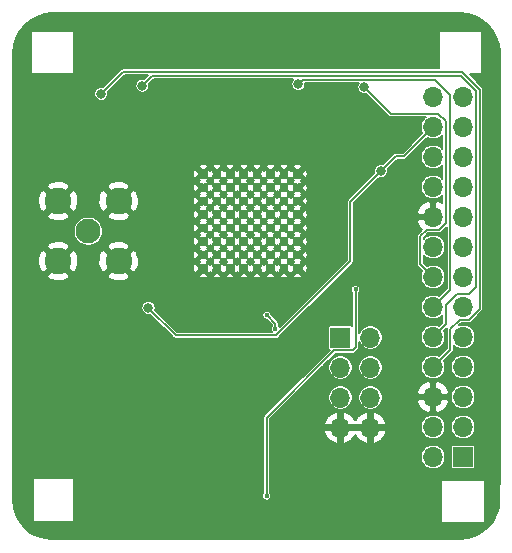
<source format=gbl>
G04 #@! TF.GenerationSoftware,KiCad,Pcbnew,(5.1.10)-1*
G04 #@! TF.CreationDate,2022-03-18T02:24:13-07:00*
G04 #@! TF.ProjectId,Chekov,4368656b-6f76-42e6-9b69-6361645f7063,rev?*
G04 #@! TF.SameCoordinates,Original*
G04 #@! TF.FileFunction,Copper,L2,Bot*
G04 #@! TF.FilePolarity,Positive*
%FSLAX46Y46*%
G04 Gerber Fmt 4.6, Leading zero omitted, Abs format (unit mm)*
G04 Created by KiCad (PCBNEW (5.1.10)-1) date 2022-03-18 02:24:13*
%MOMM*%
%LPD*%
G01*
G04 APERTURE LIST*
G04 #@! TA.AperFunction,ComponentPad*
%ADD10O,1.700000X1.700000*%
G04 #@! TD*
G04 #@! TA.AperFunction,ComponentPad*
%ADD11R,1.700000X1.700000*%
G04 #@! TD*
G04 #@! TA.AperFunction,ComponentPad*
%ADD12C,0.568750*%
G04 #@! TD*
G04 #@! TA.AperFunction,ComponentPad*
%ADD13C,2.250000*%
G04 #@! TD*
G04 #@! TA.AperFunction,ComponentPad*
%ADD14C,2.100000*%
G04 #@! TD*
G04 #@! TA.AperFunction,ViaPad*
%ADD15C,0.406400*%
G04 #@! TD*
G04 #@! TA.AperFunction,ViaPad*
%ADD16C,0.812800*%
G04 #@! TD*
G04 #@! TA.AperFunction,Conductor*
%ADD17C,0.203200*%
G04 #@! TD*
G04 #@! TA.AperFunction,Conductor*
%ADD18C,0.127000*%
G04 #@! TD*
G04 #@! TA.AperFunction,Conductor*
%ADD19C,0.101600*%
G04 #@! TD*
G04 APERTURE END LIST*
D10*
G04 #@! TO.P,J1,26*
G04 #@! TO.N,+VBAT*
X111988600Y-58115200D03*
G04 #@! TO.P,J1,25*
G04 #@! TO.N,/LDO_Out1.8*
X114528600Y-58115200D03*
G04 #@! TO.P,J1,24*
G04 #@! TO.N,+VBAT*
X111988600Y-60655200D03*
G04 #@! TO.P,J1,23*
G04 #@! TO.N,/Reg_Out1.8*
X114528600Y-60655200D03*
G04 #@! TO.P,J1,22*
G04 #@! TO.N,+VDDD*
X111988600Y-63195200D03*
G04 #@! TO.P,J1,21*
G04 #@! TO.N,/LDO_Out1.1*
X114528600Y-63195200D03*
G04 #@! TO.P,J1,20*
G04 #@! TO.N,+VDDD*
X111988600Y-65735200D03*
G04 #@! TO.P,J1,19*
G04 #@! TO.N,/Reg_Out1.1*
X114528600Y-65735200D03*
G04 #@! TO.P,J1,18*
G04 #@! TO.N,GND*
X111988600Y-68275200D03*
G04 #@! TO.P,J1,17*
G04 #@! TO.N,+VEXT*
X114528600Y-68275200D03*
G04 #@! TO.P,J1,16*
G04 #@! TO.N,/5V*
X111988600Y-70815200D03*
G04 #@! TO.P,J1,15*
G04 #@! TO.N,+VIN*
X114528600Y-70815200D03*
G04 #@! TO.P,J1,14*
G04 #@! TO.N,/LDO_In1.8*
X111988600Y-73355200D03*
G04 #@! TO.P,J1,13*
G04 #@! TO.N,+VIN*
X114528600Y-73355200D03*
G04 #@! TO.P,J1,12*
G04 #@! TO.N,/Reg_In1.8*
X111988600Y-75895200D03*
G04 #@! TO.P,J1,11*
G04 #@! TO.N,+VIN*
X114528600Y-75895200D03*
G04 #@! TO.P,J1,10*
G04 #@! TO.N,/LDO_In1.1*
X111988600Y-78435200D03*
G04 #@! TO.P,J1,9*
G04 #@! TO.N,+VIN*
X114528600Y-78435200D03*
G04 #@! TO.P,J1,8*
G04 #@! TO.N,/Reg_In1.1*
X111988600Y-80975200D03*
G04 #@! TO.P,J1,7*
G04 #@! TO.N,+VIN*
X114528600Y-80975200D03*
G04 #@! TO.P,J1,6*
G04 #@! TO.N,GND*
X111988600Y-83515200D03*
G04 #@! TO.P,J1,5*
G04 #@! TO.N,+VIN*
X114528600Y-83515200D03*
G04 #@! TO.P,J1,4*
G04 #@! TO.N,/E2Minus*
X111988600Y-86055200D03*
G04 #@! TO.P,J1,3*
G04 #@! TO.N,/E2Plus*
X114528600Y-86055200D03*
G04 #@! TO.P,J1,2*
G04 #@! TO.N,/E1Minus*
X111988600Y-88595200D03*
D11*
G04 #@! TO.P,J1,1*
G04 #@! TO.N,/E1Plus*
X114528600Y-88595200D03*
G04 #@! TD*
D12*
G04 #@! TO.P,U6,101*
G04 #@! TO.N,GND*
X100501250Y-72619250D03*
X100501250Y-71481750D03*
X100501250Y-70344250D03*
X100501250Y-69206750D03*
X100501250Y-68069250D03*
X100501250Y-66931750D03*
X100501250Y-65794250D03*
X100501250Y-64656750D03*
X99363750Y-72619250D03*
X99363750Y-71481750D03*
X99363750Y-70344250D03*
X99363750Y-69206750D03*
X99363750Y-68069250D03*
X99363750Y-66931750D03*
X99363750Y-65794250D03*
X99363750Y-64656750D03*
X98226250Y-72619250D03*
X98226250Y-71481750D03*
X98226250Y-70344250D03*
X98226250Y-69206750D03*
X98226250Y-68069250D03*
X98226250Y-66931750D03*
X98226250Y-65794250D03*
X98226250Y-64656750D03*
X97088750Y-72619250D03*
X97088750Y-71481750D03*
X97088750Y-70344250D03*
X97088750Y-69206750D03*
X97088750Y-68069250D03*
X97088750Y-66931750D03*
X97088750Y-65794250D03*
X97088750Y-64656750D03*
X95951250Y-72619250D03*
X95951250Y-71481750D03*
X95951250Y-70344250D03*
X95951250Y-69206750D03*
X95951250Y-68069250D03*
X95951250Y-66931750D03*
X95951250Y-65794250D03*
X95951250Y-64656750D03*
X94813750Y-72619250D03*
X94813750Y-71481750D03*
X94813750Y-70344250D03*
X94813750Y-69206750D03*
X94813750Y-68069250D03*
X94813750Y-66931750D03*
X94813750Y-65794250D03*
X94813750Y-64656750D03*
X93676250Y-72619250D03*
X93676250Y-71481750D03*
X93676250Y-70344250D03*
X93676250Y-69206750D03*
X93676250Y-68069250D03*
X93676250Y-66931750D03*
X93676250Y-65794250D03*
X93676250Y-64656750D03*
X92538750Y-72619250D03*
X92538750Y-71481750D03*
X92538750Y-70344250D03*
X92538750Y-69206750D03*
X92538750Y-68069250D03*
X92538750Y-66931750D03*
X92538750Y-65794250D03*
X92538750Y-64656750D03*
G04 #@! TD*
D10*
G04 #@! TO.P,J3,8*
G04 #@! TO.N,GND*
X106680000Y-86106000D03*
G04 #@! TO.P,J3,7*
X104140000Y-86106000D03*
G04 #@! TO.P,J3,6*
G04 #@! TO.N,/hRESET*
X106680000Y-83566000D03*
G04 #@! TO.P,J3,5*
G04 #@! TO.N,/RsRx*
X104140000Y-83566000D03*
G04 #@! TO.P,J3,4*
G04 #@! TO.N,/DATA*
X106680000Y-81026000D03*
G04 #@! TO.P,J3,3*
G04 #@! TO.N,/RsTx*
X104140000Y-81026000D03*
G04 #@! TO.P,J3,2*
G04 #@! TO.N,/ENB*
X106680000Y-78486000D03*
D11*
G04 #@! TO.P,J3,1*
G04 #@! TO.N,/CLK*
X104140000Y-78486000D03*
G04 #@! TD*
D13*
G04 #@! TO.P,J2,S4*
G04 #@! TO.N,GND*
X85354000Y-66929000D03*
G04 #@! TO.P,J2,S3*
X85354000Y-72029000D03*
G04 #@! TO.P,J2,S2*
X80254000Y-72029000D03*
G04 #@! TO.P,J2,S1*
X80254000Y-66929000D03*
D14*
G04 #@! TO.P,J2,1*
G04 #@! TO.N,/Antenna*
X82804000Y-69479000D03*
G04 #@! TD*
D15*
G04 #@! TO.N,GND*
X89037160Y-76177140D03*
X107716320Y-75580240D03*
X109245400Y-69799200D03*
X82798920Y-91412060D03*
X101683820Y-58719720D03*
X97304860Y-86245700D03*
X96768920Y-79268320D03*
X95676720Y-77845920D03*
X108966000Y-66954400D03*
D16*
G04 #@! TO.N,+VBAT*
X107569000Y-64389000D03*
X87889678Y-75974538D03*
D15*
G04 #@! TO.N,/GPIO14*
X98637706Y-77724000D03*
X97917000Y-76581000D03*
D16*
G04 #@! TO.N,/Reg_In1.1*
X83883500Y-57848500D03*
G04 #@! TO.N,/Reg_In1.8*
X100584000Y-57023000D03*
G04 #@! TO.N,/LDO_In1.1*
X87376000Y-57150000D03*
G04 #@! TO.N,/LDO_In1.8*
X106172000Y-57277000D03*
D15*
G04 #@! TO.N,/GPIO8*
X105420160Y-74406760D03*
X97886520Y-91887040D03*
G04 #@! TD*
D17*
G04 #@! TO.N,+VBAT*
X108839000Y-63119000D02*
X107569000Y-64389000D01*
X107569000Y-64389000D02*
X107569000Y-64389000D01*
X90192861Y-78277721D02*
X87889678Y-75974538D01*
X98723051Y-78277721D02*
X90192861Y-78277721D01*
X104988359Y-72012413D02*
X98723051Y-78277721D01*
X104988359Y-66969641D02*
X104988359Y-72012413D01*
X107569000Y-64389000D02*
X104988359Y-66969641D01*
X109524800Y-63119000D02*
X108839000Y-63119000D01*
X111988600Y-60655200D02*
X109524800Y-63119000D01*
G04 #@! TO.N,/GPIO14*
X98637706Y-77724000D02*
X98637706Y-77301706D01*
X98637706Y-77301706D02*
X97917000Y-76581000D01*
X97917000Y-76581000D02*
X97917000Y-76581000D01*
G04 #@! TO.N,/Reg_In1.1*
X83820000Y-57912000D02*
X83820000Y-57912000D01*
X83883500Y-57848500D02*
X83820000Y-57912000D01*
X85750420Y-55981580D02*
X83883500Y-57848500D01*
X114458297Y-55981580D02*
X85750420Y-55981580D01*
X115962811Y-76057319D02*
X115962811Y-57486094D01*
X115962811Y-57486094D02*
X114458297Y-55981580D01*
X115046329Y-76973801D02*
X115962811Y-76057319D01*
X114237399Y-76973801D02*
X115046329Y-76973801D01*
X113449999Y-77761201D02*
X114237399Y-76973801D01*
X113449999Y-79513801D02*
X113449999Y-77761201D01*
X111988600Y-80975200D02*
X113449999Y-79513801D01*
G04 #@! TO.N,/Reg_In1.8*
X100584000Y-57023000D02*
X100584000Y-57023000D01*
X100584000Y-57023000D02*
X100584000Y-57023000D01*
X112111730Y-56642000D02*
X100965000Y-56642000D01*
X100965000Y-56642000D02*
X100584000Y-57023000D01*
X113422809Y-71870191D02*
X113422809Y-57953079D01*
X113449999Y-71897381D02*
X113422809Y-71870191D01*
X113422809Y-57953079D02*
X112111730Y-56642000D01*
X113449999Y-74433801D02*
X113449999Y-71897381D01*
X111988600Y-75895200D02*
X113449999Y-74433801D01*
G04 #@! TO.N,/LDO_In1.1*
X87376000Y-57150000D02*
X87376000Y-57150000D01*
X113067201Y-77356599D02*
X111988600Y-78435200D01*
X113067201Y-75760269D02*
X113067201Y-77356599D01*
X115046329Y-74816599D02*
X114010871Y-74816599D01*
X115632601Y-74230327D02*
X115046329Y-74816599D01*
X114010871Y-74816599D02*
X113067201Y-75760269D01*
X115632601Y-57622871D02*
X115632601Y-74230327D01*
X114321520Y-56311790D02*
X115632601Y-57622871D01*
X88214210Y-56311790D02*
X114321520Y-56311790D01*
X87376000Y-57150000D02*
X88214210Y-56311790D01*
G04 #@! TO.N,/LDO_In1.8*
X106172000Y-57277000D02*
X106172000Y-57277000D01*
X113067201Y-68792929D02*
X113067201Y-60137471D01*
X112506329Y-69353801D02*
X113067201Y-68792929D01*
X111470871Y-69353801D02*
X112506329Y-69353801D01*
X110909999Y-69914673D02*
X111470871Y-69353801D01*
X110909999Y-72276599D02*
X110909999Y-69914673D01*
X108407200Y-59512200D02*
X106172000Y-57277000D01*
X111988600Y-73355200D02*
X110909999Y-72276599D01*
X112441930Y-59512200D02*
X113067201Y-60137471D01*
X108407200Y-59512200D02*
X112441930Y-59512200D01*
G04 #@! TO.N,/GPIO8*
X105420160Y-79317322D02*
X105420160Y-74406760D01*
X103610039Y-79564601D02*
X105172881Y-79564601D01*
X97886520Y-85288120D02*
X103610039Y-79564601D01*
X105172881Y-79564601D02*
X105420160Y-79317322D01*
X97886520Y-91887040D02*
X97886520Y-85288120D01*
G04 #@! TD*
D18*
G04 #@! TO.N,GND*
X114943603Y-51105562D02*
X115562691Y-51292476D01*
X116133684Y-51596078D01*
X116634836Y-52004808D01*
X117047052Y-52503091D01*
X117354631Y-53071947D01*
X117545865Y-53689722D01*
X117614657Y-54344237D01*
X117614700Y-54356560D01*
X117614701Y-89787695D01*
X117589423Y-92214347D01*
X117525038Y-92871002D01*
X117338124Y-93490091D01*
X117034519Y-94061089D01*
X116625795Y-94562234D01*
X116127513Y-94974450D01*
X115558648Y-95282033D01*
X114940877Y-95473266D01*
X114286364Y-95542057D01*
X114274039Y-95542100D01*
X79742397Y-95542100D01*
X79086998Y-95477838D01*
X78467909Y-95290924D01*
X77896911Y-94987319D01*
X77395766Y-94578595D01*
X76983550Y-94080313D01*
X76675967Y-93511448D01*
X76484734Y-92893677D01*
X76415943Y-92239164D01*
X76415905Y-92228164D01*
X76434433Y-90449400D01*
X78143100Y-90449400D01*
X78143100Y-94005400D01*
X78144320Y-94017788D01*
X78147934Y-94029700D01*
X78153802Y-94040679D01*
X78161699Y-94050301D01*
X78171321Y-94058198D01*
X78182300Y-94064066D01*
X78194212Y-94067680D01*
X78206600Y-94068900D01*
X81508600Y-94068900D01*
X81520988Y-94067680D01*
X81532900Y-94064066D01*
X81543879Y-94058198D01*
X81553501Y-94050301D01*
X81561398Y-94040679D01*
X81567266Y-94029700D01*
X81570880Y-94017788D01*
X81572100Y-94005400D01*
X81572100Y-91848264D01*
X97492820Y-91848264D01*
X97492820Y-91925816D01*
X97507950Y-92001878D01*
X97537628Y-92073527D01*
X97580713Y-92138009D01*
X97635551Y-92192847D01*
X97700033Y-92235932D01*
X97771682Y-92265610D01*
X97847744Y-92280740D01*
X97925296Y-92280740D01*
X98001358Y-92265610D01*
X98073007Y-92235932D01*
X98137489Y-92192847D01*
X98192327Y-92138009D01*
X98235412Y-92073527D01*
X98265090Y-92001878D01*
X98280220Y-91925816D01*
X98280220Y-91848264D01*
X98265090Y-91772202D01*
X98235412Y-91700553D01*
X98192327Y-91636071D01*
X98178620Y-91622364D01*
X98178620Y-90576400D01*
X112687100Y-90576400D01*
X112687100Y-94132400D01*
X112688320Y-94144788D01*
X112691934Y-94156700D01*
X112697802Y-94167679D01*
X112705699Y-94177301D01*
X112715321Y-94185198D01*
X112726300Y-94191066D01*
X112738212Y-94194680D01*
X112750600Y-94195900D01*
X116306600Y-94195900D01*
X116318988Y-94194680D01*
X116330900Y-94191066D01*
X116341879Y-94185198D01*
X116351501Y-94177301D01*
X116359398Y-94167679D01*
X116365266Y-94156700D01*
X116368880Y-94144788D01*
X116370100Y-94132400D01*
X116370100Y-90576400D01*
X116368880Y-90564012D01*
X116365266Y-90552100D01*
X116359398Y-90541121D01*
X116351501Y-90531499D01*
X116341879Y-90523602D01*
X116330900Y-90517734D01*
X116318988Y-90514120D01*
X116306600Y-90512900D01*
X112750600Y-90512900D01*
X112738212Y-90514120D01*
X112726300Y-90517734D01*
X112715321Y-90523602D01*
X112705699Y-90531499D01*
X112697802Y-90541121D01*
X112691934Y-90552100D01*
X112688320Y-90564012D01*
X112687100Y-90576400D01*
X98178620Y-90576400D01*
X98178620Y-88492720D01*
X110948100Y-88492720D01*
X110948100Y-88697680D01*
X110988085Y-88898703D01*
X111066520Y-89088062D01*
X111180391Y-89258480D01*
X111325320Y-89403409D01*
X111495738Y-89517280D01*
X111685097Y-89595715D01*
X111886120Y-89635700D01*
X112091080Y-89635700D01*
X112292103Y-89595715D01*
X112481462Y-89517280D01*
X112651880Y-89403409D01*
X112796809Y-89258480D01*
X112910680Y-89088062D01*
X112989115Y-88898703D01*
X113029100Y-88697680D01*
X113029100Y-88492720D01*
X112989115Y-88291697D01*
X112910680Y-88102338D01*
X112796809Y-87931920D01*
X112651880Y-87786991D01*
X112589337Y-87745200D01*
X113487179Y-87745200D01*
X113487179Y-89445200D01*
X113490857Y-89482544D01*
X113501750Y-89518454D01*
X113519439Y-89551548D01*
X113543245Y-89580555D01*
X113572252Y-89604361D01*
X113605346Y-89622050D01*
X113641256Y-89632943D01*
X113678600Y-89636621D01*
X115378600Y-89636621D01*
X115415944Y-89632943D01*
X115451854Y-89622050D01*
X115484948Y-89604361D01*
X115513955Y-89580555D01*
X115537761Y-89551548D01*
X115555450Y-89518454D01*
X115566343Y-89482544D01*
X115570021Y-89445200D01*
X115570021Y-87745200D01*
X115566343Y-87707856D01*
X115555450Y-87671946D01*
X115537761Y-87638852D01*
X115513955Y-87609845D01*
X115484948Y-87586039D01*
X115451854Y-87568350D01*
X115415944Y-87557457D01*
X115378600Y-87553779D01*
X113678600Y-87553779D01*
X113641256Y-87557457D01*
X113605346Y-87568350D01*
X113572252Y-87586039D01*
X113543245Y-87609845D01*
X113519439Y-87638852D01*
X113501750Y-87671946D01*
X113490857Y-87707856D01*
X113487179Y-87745200D01*
X112589337Y-87745200D01*
X112481462Y-87673120D01*
X112292103Y-87594685D01*
X112091080Y-87554700D01*
X111886120Y-87554700D01*
X111685097Y-87594685D01*
X111495738Y-87673120D01*
X111325320Y-87786991D01*
X111180391Y-87931920D01*
X111066520Y-88102338D01*
X110988085Y-88291697D01*
X110948100Y-88492720D01*
X98178620Y-88492720D01*
X98178620Y-86514520D01*
X102778467Y-86514520D01*
X102780957Y-86522759D01*
X102888376Y-86779887D01*
X103043894Y-87011118D01*
X103241535Y-87207566D01*
X103473704Y-87361681D01*
X103731478Y-87467541D01*
X103949500Y-87371810D01*
X103949500Y-86296500D01*
X104330500Y-86296500D01*
X104330500Y-87371810D01*
X104548522Y-87467541D01*
X104806296Y-87361681D01*
X105038465Y-87207566D01*
X105236106Y-87011118D01*
X105391624Y-86779887D01*
X105410000Y-86735901D01*
X105428376Y-86779887D01*
X105583894Y-87011118D01*
X105781535Y-87207566D01*
X106013704Y-87361681D01*
X106271478Y-87467541D01*
X106489500Y-87371810D01*
X106489500Y-86296500D01*
X106870500Y-86296500D01*
X106870500Y-87371810D01*
X107088522Y-87467541D01*
X107346296Y-87361681D01*
X107578465Y-87207566D01*
X107776106Y-87011118D01*
X107931624Y-86779887D01*
X108039043Y-86522759D01*
X108041533Y-86514520D01*
X107944354Y-86296500D01*
X106870500Y-86296500D01*
X106489500Y-86296500D01*
X105415646Y-86296500D01*
X105410000Y-86309167D01*
X105404354Y-86296500D01*
X104330500Y-86296500D01*
X103949500Y-86296500D01*
X102875646Y-86296500D01*
X102778467Y-86514520D01*
X98178620Y-86514520D01*
X98178620Y-85952720D01*
X110948100Y-85952720D01*
X110948100Y-86157680D01*
X110988085Y-86358703D01*
X111066520Y-86548062D01*
X111180391Y-86718480D01*
X111325320Y-86863409D01*
X111495738Y-86977280D01*
X111685097Y-87055715D01*
X111886120Y-87095700D01*
X112091080Y-87095700D01*
X112292103Y-87055715D01*
X112481462Y-86977280D01*
X112651880Y-86863409D01*
X112796809Y-86718480D01*
X112910680Y-86548062D01*
X112989115Y-86358703D01*
X113029100Y-86157680D01*
X113029100Y-85952720D01*
X113488100Y-85952720D01*
X113488100Y-86157680D01*
X113528085Y-86358703D01*
X113606520Y-86548062D01*
X113720391Y-86718480D01*
X113865320Y-86863409D01*
X114035738Y-86977280D01*
X114225097Y-87055715D01*
X114426120Y-87095700D01*
X114631080Y-87095700D01*
X114832103Y-87055715D01*
X115021462Y-86977280D01*
X115191880Y-86863409D01*
X115336809Y-86718480D01*
X115450680Y-86548062D01*
X115529115Y-86358703D01*
X115569100Y-86157680D01*
X115569100Y-85952720D01*
X115529115Y-85751697D01*
X115450680Y-85562338D01*
X115336809Y-85391920D01*
X115191880Y-85246991D01*
X115021462Y-85133120D01*
X114832103Y-85054685D01*
X114631080Y-85014700D01*
X114426120Y-85014700D01*
X114225097Y-85054685D01*
X114035738Y-85133120D01*
X113865320Y-85246991D01*
X113720391Y-85391920D01*
X113606520Y-85562338D01*
X113528085Y-85751697D01*
X113488100Y-85952720D01*
X113029100Y-85952720D01*
X112989115Y-85751697D01*
X112910680Y-85562338D01*
X112796809Y-85391920D01*
X112651880Y-85246991D01*
X112481462Y-85133120D01*
X112292103Y-85054685D01*
X112091080Y-85014700D01*
X111886120Y-85014700D01*
X111685097Y-85054685D01*
X111495738Y-85133120D01*
X111325320Y-85246991D01*
X111180391Y-85391920D01*
X111066520Y-85562338D01*
X110988085Y-85751697D01*
X110948100Y-85952720D01*
X98178620Y-85952720D01*
X98178620Y-85697480D01*
X102778467Y-85697480D01*
X102875646Y-85915500D01*
X103949500Y-85915500D01*
X103949500Y-84840190D01*
X104330500Y-84840190D01*
X104330500Y-85915500D01*
X105404354Y-85915500D01*
X105410000Y-85902833D01*
X105415646Y-85915500D01*
X106489500Y-85915500D01*
X106489500Y-84840190D01*
X106870500Y-84840190D01*
X106870500Y-85915500D01*
X107944354Y-85915500D01*
X108041533Y-85697480D01*
X108039043Y-85689241D01*
X107931624Y-85432113D01*
X107776106Y-85200882D01*
X107578465Y-85004434D01*
X107346296Y-84850319D01*
X107088522Y-84744459D01*
X106870500Y-84840190D01*
X106489500Y-84840190D01*
X106271478Y-84744459D01*
X106013704Y-84850319D01*
X105781535Y-85004434D01*
X105583894Y-85200882D01*
X105428376Y-85432113D01*
X105410000Y-85476099D01*
X105391624Y-85432113D01*
X105236106Y-85200882D01*
X105038465Y-85004434D01*
X104806296Y-84850319D01*
X104548522Y-84744459D01*
X104330500Y-84840190D01*
X103949500Y-84840190D01*
X103731478Y-84744459D01*
X103473704Y-84850319D01*
X103241535Y-85004434D01*
X103043894Y-85200882D01*
X102888376Y-85432113D01*
X102780957Y-85689241D01*
X102778467Y-85697480D01*
X98178620Y-85697480D01*
X98178620Y-85409111D01*
X100124211Y-83463520D01*
X103099500Y-83463520D01*
X103099500Y-83668480D01*
X103139485Y-83869503D01*
X103217920Y-84058862D01*
X103331791Y-84229280D01*
X103476720Y-84374209D01*
X103647138Y-84488080D01*
X103836497Y-84566515D01*
X104037520Y-84606500D01*
X104242480Y-84606500D01*
X104443503Y-84566515D01*
X104632862Y-84488080D01*
X104803280Y-84374209D01*
X104948209Y-84229280D01*
X105062080Y-84058862D01*
X105140515Y-83869503D01*
X105180500Y-83668480D01*
X105180500Y-83463520D01*
X105639500Y-83463520D01*
X105639500Y-83668480D01*
X105679485Y-83869503D01*
X105757920Y-84058862D01*
X105871791Y-84229280D01*
X106016720Y-84374209D01*
X106187138Y-84488080D01*
X106376497Y-84566515D01*
X106577520Y-84606500D01*
X106782480Y-84606500D01*
X106983503Y-84566515D01*
X107172862Y-84488080D01*
X107343280Y-84374209D01*
X107488209Y-84229280D01*
X107602080Y-84058862D01*
X107658057Y-83923720D01*
X110627067Y-83923720D01*
X110629557Y-83931959D01*
X110736976Y-84189087D01*
X110892494Y-84420318D01*
X111090135Y-84616766D01*
X111322304Y-84770881D01*
X111580078Y-84876741D01*
X111798100Y-84781010D01*
X111798100Y-83705700D01*
X112179100Y-83705700D01*
X112179100Y-84781010D01*
X112397122Y-84876741D01*
X112654896Y-84770881D01*
X112887065Y-84616766D01*
X113084706Y-84420318D01*
X113240224Y-84189087D01*
X113347643Y-83931959D01*
X113350133Y-83923720D01*
X113252954Y-83705700D01*
X112179100Y-83705700D01*
X111798100Y-83705700D01*
X110724246Y-83705700D01*
X110627067Y-83923720D01*
X107658057Y-83923720D01*
X107680515Y-83869503D01*
X107720500Y-83668480D01*
X107720500Y-83463520D01*
X107710396Y-83412720D01*
X113488100Y-83412720D01*
X113488100Y-83617680D01*
X113528085Y-83818703D01*
X113606520Y-84008062D01*
X113720391Y-84178480D01*
X113865320Y-84323409D01*
X114035738Y-84437280D01*
X114225097Y-84515715D01*
X114426120Y-84555700D01*
X114631080Y-84555700D01*
X114832103Y-84515715D01*
X115021462Y-84437280D01*
X115191880Y-84323409D01*
X115336809Y-84178480D01*
X115450680Y-84008062D01*
X115529115Y-83818703D01*
X115569100Y-83617680D01*
X115569100Y-83412720D01*
X115529115Y-83211697D01*
X115450680Y-83022338D01*
X115336809Y-82851920D01*
X115191880Y-82706991D01*
X115021462Y-82593120D01*
X114832103Y-82514685D01*
X114631080Y-82474700D01*
X114426120Y-82474700D01*
X114225097Y-82514685D01*
X114035738Y-82593120D01*
X113865320Y-82706991D01*
X113720391Y-82851920D01*
X113606520Y-83022338D01*
X113528085Y-83211697D01*
X113488100Y-83412720D01*
X107710396Y-83412720D01*
X107680515Y-83262497D01*
X107615974Y-83106680D01*
X110627067Y-83106680D01*
X110724246Y-83324700D01*
X111798100Y-83324700D01*
X111798100Y-82249390D01*
X112179100Y-82249390D01*
X112179100Y-83324700D01*
X113252954Y-83324700D01*
X113350133Y-83106680D01*
X113347643Y-83098441D01*
X113240224Y-82841313D01*
X113084706Y-82610082D01*
X112887065Y-82413634D01*
X112654896Y-82259519D01*
X112397122Y-82153659D01*
X112179100Y-82249390D01*
X111798100Y-82249390D01*
X111580078Y-82153659D01*
X111322304Y-82259519D01*
X111090135Y-82413634D01*
X110892494Y-82610082D01*
X110736976Y-82841313D01*
X110629557Y-83098441D01*
X110627067Y-83106680D01*
X107615974Y-83106680D01*
X107602080Y-83073138D01*
X107488209Y-82902720D01*
X107343280Y-82757791D01*
X107172862Y-82643920D01*
X106983503Y-82565485D01*
X106782480Y-82525500D01*
X106577520Y-82525500D01*
X106376497Y-82565485D01*
X106187138Y-82643920D01*
X106016720Y-82757791D01*
X105871791Y-82902720D01*
X105757920Y-83073138D01*
X105679485Y-83262497D01*
X105639500Y-83463520D01*
X105180500Y-83463520D01*
X105140515Y-83262497D01*
X105062080Y-83073138D01*
X104948209Y-82902720D01*
X104803280Y-82757791D01*
X104632862Y-82643920D01*
X104443503Y-82565485D01*
X104242480Y-82525500D01*
X104037520Y-82525500D01*
X103836497Y-82565485D01*
X103647138Y-82643920D01*
X103476720Y-82757791D01*
X103331791Y-82902720D01*
X103217920Y-83073138D01*
X103139485Y-83262497D01*
X103099500Y-83463520D01*
X100124211Y-83463520D01*
X102664211Y-80923520D01*
X103099500Y-80923520D01*
X103099500Y-81128480D01*
X103139485Y-81329503D01*
X103217920Y-81518862D01*
X103331791Y-81689280D01*
X103476720Y-81834209D01*
X103647138Y-81948080D01*
X103836497Y-82026515D01*
X104037520Y-82066500D01*
X104242480Y-82066500D01*
X104443503Y-82026515D01*
X104632862Y-81948080D01*
X104803280Y-81834209D01*
X104948209Y-81689280D01*
X105062080Y-81518862D01*
X105140515Y-81329503D01*
X105180500Y-81128480D01*
X105180500Y-80923520D01*
X105639500Y-80923520D01*
X105639500Y-81128480D01*
X105679485Y-81329503D01*
X105757920Y-81518862D01*
X105871791Y-81689280D01*
X106016720Y-81834209D01*
X106187138Y-81948080D01*
X106376497Y-82026515D01*
X106577520Y-82066500D01*
X106782480Y-82066500D01*
X106983503Y-82026515D01*
X107172862Y-81948080D01*
X107343280Y-81834209D01*
X107488209Y-81689280D01*
X107602080Y-81518862D01*
X107680515Y-81329503D01*
X107720500Y-81128480D01*
X107720500Y-80923520D01*
X107680515Y-80722497D01*
X107602080Y-80533138D01*
X107488209Y-80362720D01*
X107343280Y-80217791D01*
X107172862Y-80103920D01*
X106983503Y-80025485D01*
X106782480Y-79985500D01*
X106577520Y-79985500D01*
X106376497Y-80025485D01*
X106187138Y-80103920D01*
X106016720Y-80217791D01*
X105871791Y-80362720D01*
X105757920Y-80533138D01*
X105679485Y-80722497D01*
X105639500Y-80923520D01*
X105180500Y-80923520D01*
X105140515Y-80722497D01*
X105062080Y-80533138D01*
X104948209Y-80362720D01*
X104803280Y-80217791D01*
X104632862Y-80103920D01*
X104443503Y-80025485D01*
X104242480Y-79985500D01*
X104037520Y-79985500D01*
X103836497Y-80025485D01*
X103647138Y-80103920D01*
X103476720Y-80217791D01*
X103331791Y-80362720D01*
X103217920Y-80533138D01*
X103139485Y-80722497D01*
X103099500Y-80923520D01*
X102664211Y-80923520D01*
X103731030Y-79856701D01*
X105158543Y-79856701D01*
X105172881Y-79858113D01*
X105187219Y-79856701D01*
X105187227Y-79856701D01*
X105230143Y-79852474D01*
X105285204Y-79835772D01*
X105335948Y-79808648D01*
X105380426Y-79772146D01*
X105389574Y-79760999D01*
X105616559Y-79534014D01*
X105627705Y-79524867D01*
X105664207Y-79480389D01*
X105691331Y-79429645D01*
X105708033Y-79374584D01*
X105712260Y-79331668D01*
X105712260Y-79331659D01*
X105713672Y-79317323D01*
X105712260Y-79302987D01*
X105712260Y-78868629D01*
X105757920Y-78978862D01*
X105871791Y-79149280D01*
X106016720Y-79294209D01*
X106187138Y-79408080D01*
X106376497Y-79486515D01*
X106577520Y-79526500D01*
X106782480Y-79526500D01*
X106983503Y-79486515D01*
X107172862Y-79408080D01*
X107343280Y-79294209D01*
X107488209Y-79149280D01*
X107602080Y-78978862D01*
X107680515Y-78789503D01*
X107720500Y-78588480D01*
X107720500Y-78383520D01*
X107680515Y-78182497D01*
X107602080Y-77993138D01*
X107488209Y-77822720D01*
X107343280Y-77677791D01*
X107172862Y-77563920D01*
X106983503Y-77485485D01*
X106782480Y-77445500D01*
X106577520Y-77445500D01*
X106376497Y-77485485D01*
X106187138Y-77563920D01*
X106016720Y-77677791D01*
X105871791Y-77822720D01*
X105757920Y-77993138D01*
X105712260Y-78103371D01*
X105712260Y-74671436D01*
X105725967Y-74657729D01*
X105769052Y-74593247D01*
X105798730Y-74521598D01*
X105813860Y-74445536D01*
X105813860Y-74367984D01*
X105798730Y-74291922D01*
X105769052Y-74220273D01*
X105725967Y-74155791D01*
X105671129Y-74100953D01*
X105606647Y-74057868D01*
X105534998Y-74028190D01*
X105458936Y-74013060D01*
X105381384Y-74013060D01*
X105305322Y-74028190D01*
X105233673Y-74057868D01*
X105169191Y-74100953D01*
X105114353Y-74155791D01*
X105071268Y-74220273D01*
X105041590Y-74291922D01*
X105026460Y-74367984D01*
X105026460Y-74445536D01*
X105041590Y-74521598D01*
X105071268Y-74593247D01*
X105114353Y-74657729D01*
X105128061Y-74671437D01*
X105128060Y-77503941D01*
X105125355Y-77500645D01*
X105096348Y-77476839D01*
X105063254Y-77459150D01*
X105027344Y-77448257D01*
X104990000Y-77444579D01*
X103290000Y-77444579D01*
X103252656Y-77448257D01*
X103216746Y-77459150D01*
X103183652Y-77476839D01*
X103154645Y-77500645D01*
X103130839Y-77529652D01*
X103113150Y-77562746D01*
X103102257Y-77598656D01*
X103098579Y-77636000D01*
X103098579Y-79336000D01*
X103102257Y-79373344D01*
X103113150Y-79409254D01*
X103130839Y-79442348D01*
X103154645Y-79471355D01*
X103183652Y-79495161D01*
X103216746Y-79512850D01*
X103241262Y-79520287D01*
X97690118Y-85071431D01*
X97678976Y-85080575D01*
X97669832Y-85091717D01*
X97669830Y-85091719D01*
X97642473Y-85125054D01*
X97615349Y-85175798D01*
X97598647Y-85230859D01*
X97593008Y-85288120D01*
X97594421Y-85302468D01*
X97594420Y-91622364D01*
X97580713Y-91636071D01*
X97537628Y-91700553D01*
X97507950Y-91772202D01*
X97492820Y-91848264D01*
X81572100Y-91848264D01*
X81572100Y-90449400D01*
X81570880Y-90437012D01*
X81567266Y-90425100D01*
X81561398Y-90414121D01*
X81553501Y-90404499D01*
X81543879Y-90396602D01*
X81532900Y-90390734D01*
X81520988Y-90387120D01*
X81508600Y-90385900D01*
X78206600Y-90385900D01*
X78194212Y-90387120D01*
X78182300Y-90390734D01*
X78171321Y-90396602D01*
X78161699Y-90404499D01*
X78153802Y-90414121D01*
X78147934Y-90425100D01*
X78144320Y-90437012D01*
X78143100Y-90449400D01*
X76434433Y-90449400D01*
X76441176Y-89802105D01*
X76441300Y-89800849D01*
X76441300Y-89790226D01*
X76441410Y-89779666D01*
X76441300Y-89778416D01*
X76441300Y-73259842D01*
X79292566Y-73259842D01*
X79412391Y-73511473D01*
X79717778Y-73647177D01*
X80043772Y-73720696D01*
X80377845Y-73729204D01*
X80707159Y-73672373D01*
X81019057Y-73552389D01*
X81095609Y-73511473D01*
X81215434Y-73259842D01*
X84392566Y-73259842D01*
X84512391Y-73511473D01*
X84817778Y-73647177D01*
X85143772Y-73720696D01*
X85477845Y-73729204D01*
X85807159Y-73672373D01*
X86119057Y-73552389D01*
X86195609Y-73511473D01*
X86315434Y-73259842D01*
X86298422Y-73242830D01*
X92184577Y-73242830D01*
X92199921Y-73409707D01*
X92360641Y-73460621D01*
X92528206Y-73479201D01*
X92696177Y-73464735D01*
X92858099Y-73417776D01*
X92877579Y-73409707D01*
X92892923Y-73242830D01*
X93322077Y-73242830D01*
X93337421Y-73409707D01*
X93498141Y-73460621D01*
X93665706Y-73479201D01*
X93833677Y-73464735D01*
X93995599Y-73417776D01*
X94015079Y-73409707D01*
X94030423Y-73242830D01*
X94459577Y-73242830D01*
X94474921Y-73409707D01*
X94635641Y-73460621D01*
X94803206Y-73479201D01*
X94971177Y-73464735D01*
X95133099Y-73417776D01*
X95152579Y-73409707D01*
X95167923Y-73242830D01*
X95597077Y-73242830D01*
X95612421Y-73409707D01*
X95773141Y-73460621D01*
X95940706Y-73479201D01*
X96108677Y-73464735D01*
X96270599Y-73417776D01*
X96290079Y-73409707D01*
X96305423Y-73242830D01*
X96734577Y-73242830D01*
X96749921Y-73409707D01*
X96910641Y-73460621D01*
X97078206Y-73479201D01*
X97246177Y-73464735D01*
X97408099Y-73417776D01*
X97427579Y-73409707D01*
X97442923Y-73242830D01*
X97872077Y-73242830D01*
X97887421Y-73409707D01*
X98048141Y-73460621D01*
X98215706Y-73479201D01*
X98383677Y-73464735D01*
X98545599Y-73417776D01*
X98565079Y-73409707D01*
X98580423Y-73242830D01*
X99009577Y-73242830D01*
X99024921Y-73409707D01*
X99185641Y-73460621D01*
X99353206Y-73479201D01*
X99521177Y-73464735D01*
X99683099Y-73417776D01*
X99702579Y-73409707D01*
X99717923Y-73242830D01*
X100147077Y-73242830D01*
X100162421Y-73409707D01*
X100323141Y-73460621D01*
X100490706Y-73479201D01*
X100658677Y-73464735D01*
X100820599Y-73417776D01*
X100840079Y-73409707D01*
X100855423Y-73242830D01*
X100501250Y-72888658D01*
X100147077Y-73242830D01*
X99717923Y-73242830D01*
X99363750Y-72888658D01*
X99009577Y-73242830D01*
X98580423Y-73242830D01*
X98226250Y-72888658D01*
X97872077Y-73242830D01*
X97442923Y-73242830D01*
X97088750Y-72888658D01*
X96734577Y-73242830D01*
X96305423Y-73242830D01*
X95951250Y-72888658D01*
X95597077Y-73242830D01*
X95167923Y-73242830D01*
X94813750Y-72888658D01*
X94459577Y-73242830D01*
X94030423Y-73242830D01*
X93676250Y-72888658D01*
X93322077Y-73242830D01*
X92892923Y-73242830D01*
X92538750Y-72888658D01*
X92184577Y-73242830D01*
X86298422Y-73242830D01*
X85354000Y-72298408D01*
X84392566Y-73259842D01*
X81215434Y-73259842D01*
X80254000Y-72298408D01*
X79292566Y-73259842D01*
X76441300Y-73259842D01*
X76441300Y-72152845D01*
X78553796Y-72152845D01*
X78610627Y-72482159D01*
X78730611Y-72794057D01*
X78771527Y-72870609D01*
X79023158Y-72990434D01*
X79984592Y-72029000D01*
X80523408Y-72029000D01*
X81484842Y-72990434D01*
X81736473Y-72870609D01*
X81872177Y-72565222D01*
X81945696Y-72239228D01*
X81947895Y-72152845D01*
X83653796Y-72152845D01*
X83710627Y-72482159D01*
X83830611Y-72794057D01*
X83871527Y-72870609D01*
X84123158Y-72990434D01*
X85084592Y-72029000D01*
X85623408Y-72029000D01*
X86584842Y-72990434D01*
X86836473Y-72870609D01*
X86952854Y-72608706D01*
X91678799Y-72608706D01*
X91693265Y-72776677D01*
X91740224Y-72938599D01*
X91748293Y-72958079D01*
X91915170Y-72973423D01*
X92269342Y-72619250D01*
X92808158Y-72619250D01*
X92818060Y-72629152D01*
X92830765Y-72776677D01*
X92877724Y-72938599D01*
X92885793Y-72958079D01*
X93052670Y-72973423D01*
X93107500Y-72918593D01*
X93162330Y-72973423D01*
X93329207Y-72958079D01*
X93380121Y-72797359D01*
X93398701Y-72629794D01*
X93398510Y-72627582D01*
X93406842Y-72619250D01*
X93945658Y-72619250D01*
X93955560Y-72629152D01*
X93968265Y-72776677D01*
X94015224Y-72938599D01*
X94023293Y-72958079D01*
X94190170Y-72973423D01*
X94245000Y-72918593D01*
X94299830Y-72973423D01*
X94466707Y-72958079D01*
X94517621Y-72797359D01*
X94536201Y-72629794D01*
X94536010Y-72627582D01*
X94544342Y-72619250D01*
X95083158Y-72619250D01*
X95093060Y-72629152D01*
X95105765Y-72776677D01*
X95152724Y-72938599D01*
X95160793Y-72958079D01*
X95327670Y-72973423D01*
X95382500Y-72918593D01*
X95437330Y-72973423D01*
X95604207Y-72958079D01*
X95655121Y-72797359D01*
X95673701Y-72629794D01*
X95673510Y-72627582D01*
X95681842Y-72619250D01*
X96220658Y-72619250D01*
X96230560Y-72629152D01*
X96243265Y-72776677D01*
X96290224Y-72938599D01*
X96298293Y-72958079D01*
X96465170Y-72973423D01*
X96520000Y-72918593D01*
X96574830Y-72973423D01*
X96741707Y-72958079D01*
X96792621Y-72797359D01*
X96811201Y-72629794D01*
X96811010Y-72627582D01*
X96819342Y-72619250D01*
X97358158Y-72619250D01*
X97368060Y-72629152D01*
X97380765Y-72776677D01*
X97427724Y-72938599D01*
X97435793Y-72958079D01*
X97602670Y-72973423D01*
X97657500Y-72918593D01*
X97712330Y-72973423D01*
X97879207Y-72958079D01*
X97930121Y-72797359D01*
X97948701Y-72629794D01*
X97948510Y-72627582D01*
X97956842Y-72619250D01*
X98495658Y-72619250D01*
X98505560Y-72629152D01*
X98518265Y-72776677D01*
X98565224Y-72938599D01*
X98573293Y-72958079D01*
X98740170Y-72973423D01*
X98795000Y-72918593D01*
X98849830Y-72973423D01*
X99016707Y-72958079D01*
X99067621Y-72797359D01*
X99086201Y-72629794D01*
X99086010Y-72627582D01*
X99094342Y-72619250D01*
X99633158Y-72619250D01*
X99643060Y-72629152D01*
X99655765Y-72776677D01*
X99702724Y-72938599D01*
X99710793Y-72958079D01*
X99877670Y-72973423D01*
X99932500Y-72918593D01*
X99987330Y-72973423D01*
X100154207Y-72958079D01*
X100205121Y-72797359D01*
X100223701Y-72629794D01*
X100223510Y-72627582D01*
X100231842Y-72619250D01*
X100770658Y-72619250D01*
X101124830Y-72973423D01*
X101291707Y-72958079D01*
X101342621Y-72797359D01*
X101361201Y-72629794D01*
X101346735Y-72461823D01*
X101299776Y-72299901D01*
X101291707Y-72280421D01*
X101124830Y-72265077D01*
X100770658Y-72619250D01*
X100231842Y-72619250D01*
X100221940Y-72609348D01*
X100209235Y-72461823D01*
X100162276Y-72299901D01*
X100154207Y-72280421D01*
X99987330Y-72265077D01*
X99932500Y-72319907D01*
X99877670Y-72265077D01*
X99710793Y-72280421D01*
X99659879Y-72441141D01*
X99641299Y-72608706D01*
X99641490Y-72610918D01*
X99633158Y-72619250D01*
X99094342Y-72619250D01*
X99084440Y-72609348D01*
X99071735Y-72461823D01*
X99024776Y-72299901D01*
X99016707Y-72280421D01*
X98849830Y-72265077D01*
X98795000Y-72319907D01*
X98740170Y-72265077D01*
X98573293Y-72280421D01*
X98522379Y-72441141D01*
X98503799Y-72608706D01*
X98503990Y-72610918D01*
X98495658Y-72619250D01*
X97956842Y-72619250D01*
X97946940Y-72609348D01*
X97934235Y-72461823D01*
X97887276Y-72299901D01*
X97879207Y-72280421D01*
X97712330Y-72265077D01*
X97657500Y-72319907D01*
X97602670Y-72265077D01*
X97435793Y-72280421D01*
X97384879Y-72441141D01*
X97366299Y-72608706D01*
X97366490Y-72610918D01*
X97358158Y-72619250D01*
X96819342Y-72619250D01*
X96809440Y-72609348D01*
X96796735Y-72461823D01*
X96749776Y-72299901D01*
X96741707Y-72280421D01*
X96574830Y-72265077D01*
X96520000Y-72319907D01*
X96465170Y-72265077D01*
X96298293Y-72280421D01*
X96247379Y-72441141D01*
X96228799Y-72608706D01*
X96228990Y-72610918D01*
X96220658Y-72619250D01*
X95681842Y-72619250D01*
X95671940Y-72609348D01*
X95659235Y-72461823D01*
X95612276Y-72299901D01*
X95604207Y-72280421D01*
X95437330Y-72265077D01*
X95382500Y-72319907D01*
X95327670Y-72265077D01*
X95160793Y-72280421D01*
X95109879Y-72441141D01*
X95091299Y-72608706D01*
X95091490Y-72610918D01*
X95083158Y-72619250D01*
X94544342Y-72619250D01*
X94534440Y-72609348D01*
X94521735Y-72461823D01*
X94474776Y-72299901D01*
X94466707Y-72280421D01*
X94299830Y-72265077D01*
X94245000Y-72319907D01*
X94190170Y-72265077D01*
X94023293Y-72280421D01*
X93972379Y-72441141D01*
X93953799Y-72608706D01*
X93953990Y-72610918D01*
X93945658Y-72619250D01*
X93406842Y-72619250D01*
X93396940Y-72609348D01*
X93384235Y-72461823D01*
X93337276Y-72299901D01*
X93329207Y-72280421D01*
X93162330Y-72265077D01*
X93107500Y-72319907D01*
X93052670Y-72265077D01*
X92885793Y-72280421D01*
X92834879Y-72441141D01*
X92816299Y-72608706D01*
X92816490Y-72610918D01*
X92808158Y-72619250D01*
X92269342Y-72619250D01*
X91915170Y-72265077D01*
X91748293Y-72280421D01*
X91697379Y-72441141D01*
X91678799Y-72608706D01*
X86952854Y-72608706D01*
X86972177Y-72565222D01*
X87045696Y-72239228D01*
X87051898Y-71995670D01*
X92184577Y-71995670D01*
X92239407Y-72050500D01*
X92184577Y-72105330D01*
X92199921Y-72272207D01*
X92360641Y-72323121D01*
X92528206Y-72341701D01*
X92530418Y-72341510D01*
X92538750Y-72349842D01*
X92548652Y-72339940D01*
X92696177Y-72327235D01*
X92858099Y-72280276D01*
X92877579Y-72272207D01*
X92892923Y-72105330D01*
X92838093Y-72050500D01*
X92892923Y-71995670D01*
X93322077Y-71995670D01*
X93376907Y-72050500D01*
X93322077Y-72105330D01*
X93337421Y-72272207D01*
X93498141Y-72323121D01*
X93665706Y-72341701D01*
X93667918Y-72341510D01*
X93676250Y-72349842D01*
X93686152Y-72339940D01*
X93833677Y-72327235D01*
X93995599Y-72280276D01*
X94015079Y-72272207D01*
X94030423Y-72105330D01*
X93975593Y-72050500D01*
X94030423Y-71995670D01*
X94459577Y-71995670D01*
X94514407Y-72050500D01*
X94459577Y-72105330D01*
X94474921Y-72272207D01*
X94635641Y-72323121D01*
X94803206Y-72341701D01*
X94805418Y-72341510D01*
X94813750Y-72349842D01*
X94823652Y-72339940D01*
X94971177Y-72327235D01*
X95133099Y-72280276D01*
X95152579Y-72272207D01*
X95167923Y-72105330D01*
X95113093Y-72050500D01*
X95167923Y-71995670D01*
X95597077Y-71995670D01*
X95651907Y-72050500D01*
X95597077Y-72105330D01*
X95612421Y-72272207D01*
X95773141Y-72323121D01*
X95940706Y-72341701D01*
X95942918Y-72341510D01*
X95951250Y-72349842D01*
X95961152Y-72339940D01*
X96108677Y-72327235D01*
X96270599Y-72280276D01*
X96290079Y-72272207D01*
X96305423Y-72105330D01*
X96250593Y-72050500D01*
X96305423Y-71995670D01*
X96734577Y-71995670D01*
X96789407Y-72050500D01*
X96734577Y-72105330D01*
X96749921Y-72272207D01*
X96910641Y-72323121D01*
X97078206Y-72341701D01*
X97080418Y-72341510D01*
X97088750Y-72349842D01*
X97098652Y-72339940D01*
X97246177Y-72327235D01*
X97408099Y-72280276D01*
X97427579Y-72272207D01*
X97442923Y-72105330D01*
X97388093Y-72050500D01*
X97442923Y-71995670D01*
X97872077Y-71995670D01*
X97926907Y-72050500D01*
X97872077Y-72105330D01*
X97887421Y-72272207D01*
X98048141Y-72323121D01*
X98215706Y-72341701D01*
X98217918Y-72341510D01*
X98226250Y-72349842D01*
X98236152Y-72339940D01*
X98383677Y-72327235D01*
X98545599Y-72280276D01*
X98565079Y-72272207D01*
X98580423Y-72105330D01*
X98525593Y-72050500D01*
X98580423Y-71995670D01*
X99009577Y-71995670D01*
X99064407Y-72050500D01*
X99009577Y-72105330D01*
X99024921Y-72272207D01*
X99185641Y-72323121D01*
X99353206Y-72341701D01*
X99355418Y-72341510D01*
X99363750Y-72349842D01*
X99373652Y-72339940D01*
X99521177Y-72327235D01*
X99683099Y-72280276D01*
X99702579Y-72272207D01*
X99717923Y-72105330D01*
X99663093Y-72050500D01*
X99717923Y-71995670D01*
X100147077Y-71995670D01*
X100201907Y-72050500D01*
X100147077Y-72105330D01*
X100162421Y-72272207D01*
X100323141Y-72323121D01*
X100490706Y-72341701D01*
X100492918Y-72341510D01*
X100501250Y-72349842D01*
X100511152Y-72339940D01*
X100658677Y-72327235D01*
X100820599Y-72280276D01*
X100840079Y-72272207D01*
X100855423Y-72105330D01*
X100800593Y-72050500D01*
X100855423Y-71995670D01*
X100840079Y-71828793D01*
X100679359Y-71777879D01*
X100511794Y-71759299D01*
X100509582Y-71759490D01*
X100501250Y-71751158D01*
X100491348Y-71761060D01*
X100343823Y-71773765D01*
X100181901Y-71820724D01*
X100162421Y-71828793D01*
X100147077Y-71995670D01*
X99717923Y-71995670D01*
X99702579Y-71828793D01*
X99541859Y-71777879D01*
X99374294Y-71759299D01*
X99372082Y-71759490D01*
X99363750Y-71751158D01*
X99353848Y-71761060D01*
X99206323Y-71773765D01*
X99044401Y-71820724D01*
X99024921Y-71828793D01*
X99009577Y-71995670D01*
X98580423Y-71995670D01*
X98565079Y-71828793D01*
X98404359Y-71777879D01*
X98236794Y-71759299D01*
X98234582Y-71759490D01*
X98226250Y-71751158D01*
X98216348Y-71761060D01*
X98068823Y-71773765D01*
X97906901Y-71820724D01*
X97887421Y-71828793D01*
X97872077Y-71995670D01*
X97442923Y-71995670D01*
X97427579Y-71828793D01*
X97266859Y-71777879D01*
X97099294Y-71759299D01*
X97097082Y-71759490D01*
X97088750Y-71751158D01*
X97078848Y-71761060D01*
X96931323Y-71773765D01*
X96769401Y-71820724D01*
X96749921Y-71828793D01*
X96734577Y-71995670D01*
X96305423Y-71995670D01*
X96290079Y-71828793D01*
X96129359Y-71777879D01*
X95961794Y-71759299D01*
X95959582Y-71759490D01*
X95951250Y-71751158D01*
X95941348Y-71761060D01*
X95793823Y-71773765D01*
X95631901Y-71820724D01*
X95612421Y-71828793D01*
X95597077Y-71995670D01*
X95167923Y-71995670D01*
X95152579Y-71828793D01*
X94991859Y-71777879D01*
X94824294Y-71759299D01*
X94822082Y-71759490D01*
X94813750Y-71751158D01*
X94803848Y-71761060D01*
X94656323Y-71773765D01*
X94494401Y-71820724D01*
X94474921Y-71828793D01*
X94459577Y-71995670D01*
X94030423Y-71995670D01*
X94015079Y-71828793D01*
X93854359Y-71777879D01*
X93686794Y-71759299D01*
X93684582Y-71759490D01*
X93676250Y-71751158D01*
X93666348Y-71761060D01*
X93518823Y-71773765D01*
X93356901Y-71820724D01*
X93337421Y-71828793D01*
X93322077Y-71995670D01*
X92892923Y-71995670D01*
X92877579Y-71828793D01*
X92716859Y-71777879D01*
X92549294Y-71759299D01*
X92547082Y-71759490D01*
X92538750Y-71751158D01*
X92528848Y-71761060D01*
X92381323Y-71773765D01*
X92219401Y-71820724D01*
X92199921Y-71828793D01*
X92184577Y-71995670D01*
X87051898Y-71995670D01*
X87054204Y-71905155D01*
X86997373Y-71575841D01*
X86957121Y-71471206D01*
X91678799Y-71471206D01*
X91693265Y-71639177D01*
X91740224Y-71801099D01*
X91748293Y-71820579D01*
X91915170Y-71835923D01*
X92269342Y-71481750D01*
X92808158Y-71481750D01*
X92818060Y-71491652D01*
X92830765Y-71639177D01*
X92877724Y-71801099D01*
X92885793Y-71820579D01*
X93052670Y-71835923D01*
X93107500Y-71781093D01*
X93162330Y-71835923D01*
X93329207Y-71820579D01*
X93380121Y-71659859D01*
X93398701Y-71492294D01*
X93398510Y-71490082D01*
X93406842Y-71481750D01*
X93945658Y-71481750D01*
X93955560Y-71491652D01*
X93968265Y-71639177D01*
X94015224Y-71801099D01*
X94023293Y-71820579D01*
X94190170Y-71835923D01*
X94245000Y-71781093D01*
X94299830Y-71835923D01*
X94466707Y-71820579D01*
X94517621Y-71659859D01*
X94536201Y-71492294D01*
X94536010Y-71490082D01*
X94544342Y-71481750D01*
X95083158Y-71481750D01*
X95093060Y-71491652D01*
X95105765Y-71639177D01*
X95152724Y-71801099D01*
X95160793Y-71820579D01*
X95327670Y-71835923D01*
X95382500Y-71781093D01*
X95437330Y-71835923D01*
X95604207Y-71820579D01*
X95655121Y-71659859D01*
X95673701Y-71492294D01*
X95673510Y-71490082D01*
X95681842Y-71481750D01*
X96220658Y-71481750D01*
X96230560Y-71491652D01*
X96243265Y-71639177D01*
X96290224Y-71801099D01*
X96298293Y-71820579D01*
X96465170Y-71835923D01*
X96520000Y-71781093D01*
X96574830Y-71835923D01*
X96741707Y-71820579D01*
X96792621Y-71659859D01*
X96811201Y-71492294D01*
X96811010Y-71490082D01*
X96819342Y-71481750D01*
X97358158Y-71481750D01*
X97368060Y-71491652D01*
X97380765Y-71639177D01*
X97427724Y-71801099D01*
X97435793Y-71820579D01*
X97602670Y-71835923D01*
X97657500Y-71781093D01*
X97712330Y-71835923D01*
X97879207Y-71820579D01*
X97930121Y-71659859D01*
X97948701Y-71492294D01*
X97948510Y-71490082D01*
X97956842Y-71481750D01*
X98495658Y-71481750D01*
X98505560Y-71491652D01*
X98518265Y-71639177D01*
X98565224Y-71801099D01*
X98573293Y-71820579D01*
X98740170Y-71835923D01*
X98795000Y-71781093D01*
X98849830Y-71835923D01*
X99016707Y-71820579D01*
X99067621Y-71659859D01*
X99086201Y-71492294D01*
X99086010Y-71490082D01*
X99094342Y-71481750D01*
X99633158Y-71481750D01*
X99643060Y-71491652D01*
X99655765Y-71639177D01*
X99702724Y-71801099D01*
X99710793Y-71820579D01*
X99877670Y-71835923D01*
X99932500Y-71781093D01*
X99987330Y-71835923D01*
X100154207Y-71820579D01*
X100205121Y-71659859D01*
X100223701Y-71492294D01*
X100223510Y-71490082D01*
X100231842Y-71481750D01*
X100770658Y-71481750D01*
X101124830Y-71835923D01*
X101291707Y-71820579D01*
X101342621Y-71659859D01*
X101361201Y-71492294D01*
X101346735Y-71324323D01*
X101299776Y-71162401D01*
X101291707Y-71142921D01*
X101124830Y-71127577D01*
X100770658Y-71481750D01*
X100231842Y-71481750D01*
X100221940Y-71471848D01*
X100209235Y-71324323D01*
X100162276Y-71162401D01*
X100154207Y-71142921D01*
X99987330Y-71127577D01*
X99932500Y-71182407D01*
X99877670Y-71127577D01*
X99710793Y-71142921D01*
X99659879Y-71303641D01*
X99641299Y-71471206D01*
X99641490Y-71473418D01*
X99633158Y-71481750D01*
X99094342Y-71481750D01*
X99084440Y-71471848D01*
X99071735Y-71324323D01*
X99024776Y-71162401D01*
X99016707Y-71142921D01*
X98849830Y-71127577D01*
X98795000Y-71182407D01*
X98740170Y-71127577D01*
X98573293Y-71142921D01*
X98522379Y-71303641D01*
X98503799Y-71471206D01*
X98503990Y-71473418D01*
X98495658Y-71481750D01*
X97956842Y-71481750D01*
X97946940Y-71471848D01*
X97934235Y-71324323D01*
X97887276Y-71162401D01*
X97879207Y-71142921D01*
X97712330Y-71127577D01*
X97657500Y-71182407D01*
X97602670Y-71127577D01*
X97435793Y-71142921D01*
X97384879Y-71303641D01*
X97366299Y-71471206D01*
X97366490Y-71473418D01*
X97358158Y-71481750D01*
X96819342Y-71481750D01*
X96809440Y-71471848D01*
X96796735Y-71324323D01*
X96749776Y-71162401D01*
X96741707Y-71142921D01*
X96574830Y-71127577D01*
X96520000Y-71182407D01*
X96465170Y-71127577D01*
X96298293Y-71142921D01*
X96247379Y-71303641D01*
X96228799Y-71471206D01*
X96228990Y-71473418D01*
X96220658Y-71481750D01*
X95681842Y-71481750D01*
X95671940Y-71471848D01*
X95659235Y-71324323D01*
X95612276Y-71162401D01*
X95604207Y-71142921D01*
X95437330Y-71127577D01*
X95382500Y-71182407D01*
X95327670Y-71127577D01*
X95160793Y-71142921D01*
X95109879Y-71303641D01*
X95091299Y-71471206D01*
X95091490Y-71473418D01*
X95083158Y-71481750D01*
X94544342Y-71481750D01*
X94534440Y-71471848D01*
X94521735Y-71324323D01*
X94474776Y-71162401D01*
X94466707Y-71142921D01*
X94299830Y-71127577D01*
X94245000Y-71182407D01*
X94190170Y-71127577D01*
X94023293Y-71142921D01*
X93972379Y-71303641D01*
X93953799Y-71471206D01*
X93953990Y-71473418D01*
X93945658Y-71481750D01*
X93406842Y-71481750D01*
X93396940Y-71471848D01*
X93384235Y-71324323D01*
X93337276Y-71162401D01*
X93329207Y-71142921D01*
X93162330Y-71127577D01*
X93107500Y-71182407D01*
X93052670Y-71127577D01*
X92885793Y-71142921D01*
X92834879Y-71303641D01*
X92816299Y-71471206D01*
X92816490Y-71473418D01*
X92808158Y-71481750D01*
X92269342Y-71481750D01*
X91915170Y-71127577D01*
X91748293Y-71142921D01*
X91697379Y-71303641D01*
X91678799Y-71471206D01*
X86957121Y-71471206D01*
X86877389Y-71263943D01*
X86836473Y-71187391D01*
X86584842Y-71067566D01*
X85623408Y-72029000D01*
X85084592Y-72029000D01*
X84123158Y-71067566D01*
X83871527Y-71187391D01*
X83735823Y-71492778D01*
X83662304Y-71818772D01*
X83653796Y-72152845D01*
X81947895Y-72152845D01*
X81954204Y-71905155D01*
X81897373Y-71575841D01*
X81777389Y-71263943D01*
X81736473Y-71187391D01*
X81484842Y-71067566D01*
X80523408Y-72029000D01*
X79984592Y-72029000D01*
X79023158Y-71067566D01*
X78771527Y-71187391D01*
X78635823Y-71492778D01*
X78562304Y-71818772D01*
X78553796Y-72152845D01*
X76441300Y-72152845D01*
X76441300Y-70798158D01*
X79292566Y-70798158D01*
X80254000Y-71759592D01*
X81215434Y-70798158D01*
X84392566Y-70798158D01*
X85354000Y-71759592D01*
X86255422Y-70858170D01*
X92184577Y-70858170D01*
X92239407Y-70913000D01*
X92184577Y-70967830D01*
X92199921Y-71134707D01*
X92360641Y-71185621D01*
X92528206Y-71204201D01*
X92530418Y-71204010D01*
X92538750Y-71212342D01*
X92548652Y-71202440D01*
X92696177Y-71189735D01*
X92858099Y-71142776D01*
X92877579Y-71134707D01*
X92892923Y-70967830D01*
X92838093Y-70913000D01*
X92892923Y-70858170D01*
X93322077Y-70858170D01*
X93376907Y-70913000D01*
X93322077Y-70967830D01*
X93337421Y-71134707D01*
X93498141Y-71185621D01*
X93665706Y-71204201D01*
X93667918Y-71204010D01*
X93676250Y-71212342D01*
X93686152Y-71202440D01*
X93833677Y-71189735D01*
X93995599Y-71142776D01*
X94015079Y-71134707D01*
X94030423Y-70967830D01*
X93975593Y-70913000D01*
X94030423Y-70858170D01*
X94459577Y-70858170D01*
X94514407Y-70913000D01*
X94459577Y-70967830D01*
X94474921Y-71134707D01*
X94635641Y-71185621D01*
X94803206Y-71204201D01*
X94805418Y-71204010D01*
X94813750Y-71212342D01*
X94823652Y-71202440D01*
X94971177Y-71189735D01*
X95133099Y-71142776D01*
X95152579Y-71134707D01*
X95167923Y-70967830D01*
X95113093Y-70913000D01*
X95167923Y-70858170D01*
X95597077Y-70858170D01*
X95651907Y-70913000D01*
X95597077Y-70967830D01*
X95612421Y-71134707D01*
X95773141Y-71185621D01*
X95940706Y-71204201D01*
X95942918Y-71204010D01*
X95951250Y-71212342D01*
X95961152Y-71202440D01*
X96108677Y-71189735D01*
X96270599Y-71142776D01*
X96290079Y-71134707D01*
X96305423Y-70967830D01*
X96250593Y-70913000D01*
X96305423Y-70858170D01*
X96734577Y-70858170D01*
X96789407Y-70913000D01*
X96734577Y-70967830D01*
X96749921Y-71134707D01*
X96910641Y-71185621D01*
X97078206Y-71204201D01*
X97080418Y-71204010D01*
X97088750Y-71212342D01*
X97098652Y-71202440D01*
X97246177Y-71189735D01*
X97408099Y-71142776D01*
X97427579Y-71134707D01*
X97442923Y-70967830D01*
X97388093Y-70913000D01*
X97442923Y-70858170D01*
X97872077Y-70858170D01*
X97926907Y-70913000D01*
X97872077Y-70967830D01*
X97887421Y-71134707D01*
X98048141Y-71185621D01*
X98215706Y-71204201D01*
X98217918Y-71204010D01*
X98226250Y-71212342D01*
X98236152Y-71202440D01*
X98383677Y-71189735D01*
X98545599Y-71142776D01*
X98565079Y-71134707D01*
X98580423Y-70967830D01*
X98525593Y-70913000D01*
X98580423Y-70858170D01*
X99009577Y-70858170D01*
X99064407Y-70913000D01*
X99009577Y-70967830D01*
X99024921Y-71134707D01*
X99185641Y-71185621D01*
X99353206Y-71204201D01*
X99355418Y-71204010D01*
X99363750Y-71212342D01*
X99373652Y-71202440D01*
X99521177Y-71189735D01*
X99683099Y-71142776D01*
X99702579Y-71134707D01*
X99717923Y-70967830D01*
X99663093Y-70913000D01*
X99717923Y-70858170D01*
X100147077Y-70858170D01*
X100201907Y-70913000D01*
X100147077Y-70967830D01*
X100162421Y-71134707D01*
X100323141Y-71185621D01*
X100490706Y-71204201D01*
X100492918Y-71204010D01*
X100501250Y-71212342D01*
X100511152Y-71202440D01*
X100658677Y-71189735D01*
X100820599Y-71142776D01*
X100840079Y-71134707D01*
X100855423Y-70967830D01*
X100800593Y-70913000D01*
X100855423Y-70858170D01*
X100840079Y-70691293D01*
X100679359Y-70640379D01*
X100511794Y-70621799D01*
X100509582Y-70621990D01*
X100501250Y-70613658D01*
X100491348Y-70623560D01*
X100343823Y-70636265D01*
X100181901Y-70683224D01*
X100162421Y-70691293D01*
X100147077Y-70858170D01*
X99717923Y-70858170D01*
X99702579Y-70691293D01*
X99541859Y-70640379D01*
X99374294Y-70621799D01*
X99372082Y-70621990D01*
X99363750Y-70613658D01*
X99353848Y-70623560D01*
X99206323Y-70636265D01*
X99044401Y-70683224D01*
X99024921Y-70691293D01*
X99009577Y-70858170D01*
X98580423Y-70858170D01*
X98565079Y-70691293D01*
X98404359Y-70640379D01*
X98236794Y-70621799D01*
X98234582Y-70621990D01*
X98226250Y-70613658D01*
X98216348Y-70623560D01*
X98068823Y-70636265D01*
X97906901Y-70683224D01*
X97887421Y-70691293D01*
X97872077Y-70858170D01*
X97442923Y-70858170D01*
X97427579Y-70691293D01*
X97266859Y-70640379D01*
X97099294Y-70621799D01*
X97097082Y-70621990D01*
X97088750Y-70613658D01*
X97078848Y-70623560D01*
X96931323Y-70636265D01*
X96769401Y-70683224D01*
X96749921Y-70691293D01*
X96734577Y-70858170D01*
X96305423Y-70858170D01*
X96290079Y-70691293D01*
X96129359Y-70640379D01*
X95961794Y-70621799D01*
X95959582Y-70621990D01*
X95951250Y-70613658D01*
X95941348Y-70623560D01*
X95793823Y-70636265D01*
X95631901Y-70683224D01*
X95612421Y-70691293D01*
X95597077Y-70858170D01*
X95167923Y-70858170D01*
X95152579Y-70691293D01*
X94991859Y-70640379D01*
X94824294Y-70621799D01*
X94822082Y-70621990D01*
X94813750Y-70613658D01*
X94803848Y-70623560D01*
X94656323Y-70636265D01*
X94494401Y-70683224D01*
X94474921Y-70691293D01*
X94459577Y-70858170D01*
X94030423Y-70858170D01*
X94015079Y-70691293D01*
X93854359Y-70640379D01*
X93686794Y-70621799D01*
X93684582Y-70621990D01*
X93676250Y-70613658D01*
X93666348Y-70623560D01*
X93518823Y-70636265D01*
X93356901Y-70683224D01*
X93337421Y-70691293D01*
X93322077Y-70858170D01*
X92892923Y-70858170D01*
X92877579Y-70691293D01*
X92716859Y-70640379D01*
X92549294Y-70621799D01*
X92547082Y-70621990D01*
X92538750Y-70613658D01*
X92528848Y-70623560D01*
X92381323Y-70636265D01*
X92219401Y-70683224D01*
X92199921Y-70691293D01*
X92184577Y-70858170D01*
X86255422Y-70858170D01*
X86315434Y-70798158D01*
X86195609Y-70546527D01*
X85890222Y-70410823D01*
X85564228Y-70337304D01*
X85422950Y-70333706D01*
X91678799Y-70333706D01*
X91693265Y-70501677D01*
X91740224Y-70663599D01*
X91748293Y-70683079D01*
X91915170Y-70698423D01*
X92269342Y-70344250D01*
X92808158Y-70344250D01*
X92818060Y-70354152D01*
X92830765Y-70501677D01*
X92877724Y-70663599D01*
X92885793Y-70683079D01*
X93052670Y-70698423D01*
X93107500Y-70643593D01*
X93162330Y-70698423D01*
X93329207Y-70683079D01*
X93380121Y-70522359D01*
X93398701Y-70354794D01*
X93398510Y-70352582D01*
X93406842Y-70344250D01*
X93945658Y-70344250D01*
X93955560Y-70354152D01*
X93968265Y-70501677D01*
X94015224Y-70663599D01*
X94023293Y-70683079D01*
X94190170Y-70698423D01*
X94245000Y-70643593D01*
X94299830Y-70698423D01*
X94466707Y-70683079D01*
X94517621Y-70522359D01*
X94536201Y-70354794D01*
X94536010Y-70352582D01*
X94544342Y-70344250D01*
X95083158Y-70344250D01*
X95093060Y-70354152D01*
X95105765Y-70501677D01*
X95152724Y-70663599D01*
X95160793Y-70683079D01*
X95327670Y-70698423D01*
X95382500Y-70643593D01*
X95437330Y-70698423D01*
X95604207Y-70683079D01*
X95655121Y-70522359D01*
X95673701Y-70354794D01*
X95673510Y-70352582D01*
X95681842Y-70344250D01*
X96220658Y-70344250D01*
X96230560Y-70354152D01*
X96243265Y-70501677D01*
X96290224Y-70663599D01*
X96298293Y-70683079D01*
X96465170Y-70698423D01*
X96520000Y-70643593D01*
X96574830Y-70698423D01*
X96741707Y-70683079D01*
X96792621Y-70522359D01*
X96811201Y-70354794D01*
X96811010Y-70352582D01*
X96819342Y-70344250D01*
X97358158Y-70344250D01*
X97368060Y-70354152D01*
X97380765Y-70501677D01*
X97427724Y-70663599D01*
X97435793Y-70683079D01*
X97602670Y-70698423D01*
X97657500Y-70643593D01*
X97712330Y-70698423D01*
X97879207Y-70683079D01*
X97930121Y-70522359D01*
X97948701Y-70354794D01*
X97948510Y-70352582D01*
X97956842Y-70344250D01*
X98495658Y-70344250D01*
X98505560Y-70354152D01*
X98518265Y-70501677D01*
X98565224Y-70663599D01*
X98573293Y-70683079D01*
X98740170Y-70698423D01*
X98795000Y-70643593D01*
X98849830Y-70698423D01*
X99016707Y-70683079D01*
X99067621Y-70522359D01*
X99086201Y-70354794D01*
X99086010Y-70352582D01*
X99094342Y-70344250D01*
X99633158Y-70344250D01*
X99643060Y-70354152D01*
X99655765Y-70501677D01*
X99702724Y-70663599D01*
X99710793Y-70683079D01*
X99877670Y-70698423D01*
X99932500Y-70643593D01*
X99987330Y-70698423D01*
X100154207Y-70683079D01*
X100205121Y-70522359D01*
X100223701Y-70354794D01*
X100223510Y-70352582D01*
X100231842Y-70344250D01*
X100770658Y-70344250D01*
X101124830Y-70698423D01*
X101291707Y-70683079D01*
X101342621Y-70522359D01*
X101361201Y-70354794D01*
X101346735Y-70186823D01*
X101299776Y-70024901D01*
X101291707Y-70005421D01*
X101124830Y-69990077D01*
X100770658Y-70344250D01*
X100231842Y-70344250D01*
X100221940Y-70334348D01*
X100209235Y-70186823D01*
X100162276Y-70024901D01*
X100154207Y-70005421D01*
X99987330Y-69990077D01*
X99932500Y-70044907D01*
X99877670Y-69990077D01*
X99710793Y-70005421D01*
X99659879Y-70166141D01*
X99641299Y-70333706D01*
X99641490Y-70335918D01*
X99633158Y-70344250D01*
X99094342Y-70344250D01*
X99084440Y-70334348D01*
X99071735Y-70186823D01*
X99024776Y-70024901D01*
X99016707Y-70005421D01*
X98849830Y-69990077D01*
X98795000Y-70044907D01*
X98740170Y-69990077D01*
X98573293Y-70005421D01*
X98522379Y-70166141D01*
X98503799Y-70333706D01*
X98503990Y-70335918D01*
X98495658Y-70344250D01*
X97956842Y-70344250D01*
X97946940Y-70334348D01*
X97934235Y-70186823D01*
X97887276Y-70024901D01*
X97879207Y-70005421D01*
X97712330Y-69990077D01*
X97657500Y-70044907D01*
X97602670Y-69990077D01*
X97435793Y-70005421D01*
X97384879Y-70166141D01*
X97366299Y-70333706D01*
X97366490Y-70335918D01*
X97358158Y-70344250D01*
X96819342Y-70344250D01*
X96809440Y-70334348D01*
X96796735Y-70186823D01*
X96749776Y-70024901D01*
X96741707Y-70005421D01*
X96574830Y-69990077D01*
X96520000Y-70044907D01*
X96465170Y-69990077D01*
X96298293Y-70005421D01*
X96247379Y-70166141D01*
X96228799Y-70333706D01*
X96228990Y-70335918D01*
X96220658Y-70344250D01*
X95681842Y-70344250D01*
X95671940Y-70334348D01*
X95659235Y-70186823D01*
X95612276Y-70024901D01*
X95604207Y-70005421D01*
X95437330Y-69990077D01*
X95382500Y-70044907D01*
X95327670Y-69990077D01*
X95160793Y-70005421D01*
X95109879Y-70166141D01*
X95091299Y-70333706D01*
X95091490Y-70335918D01*
X95083158Y-70344250D01*
X94544342Y-70344250D01*
X94534440Y-70334348D01*
X94521735Y-70186823D01*
X94474776Y-70024901D01*
X94466707Y-70005421D01*
X94299830Y-69990077D01*
X94245000Y-70044907D01*
X94190170Y-69990077D01*
X94023293Y-70005421D01*
X93972379Y-70166141D01*
X93953799Y-70333706D01*
X93953990Y-70335918D01*
X93945658Y-70344250D01*
X93406842Y-70344250D01*
X93396940Y-70334348D01*
X93384235Y-70186823D01*
X93337276Y-70024901D01*
X93329207Y-70005421D01*
X93162330Y-69990077D01*
X93107500Y-70044907D01*
X93052670Y-69990077D01*
X92885793Y-70005421D01*
X92834879Y-70166141D01*
X92816299Y-70333706D01*
X92816490Y-70335918D01*
X92808158Y-70344250D01*
X92269342Y-70344250D01*
X91915170Y-69990077D01*
X91748293Y-70005421D01*
X91697379Y-70166141D01*
X91678799Y-70333706D01*
X85422950Y-70333706D01*
X85230155Y-70328796D01*
X84900841Y-70385627D01*
X84588943Y-70505611D01*
X84512391Y-70546527D01*
X84392566Y-70798158D01*
X81215434Y-70798158D01*
X81095609Y-70546527D01*
X80790222Y-70410823D01*
X80464228Y-70337304D01*
X80130155Y-70328796D01*
X79800841Y-70385627D01*
X79488943Y-70505611D01*
X79412391Y-70546527D01*
X79292566Y-70798158D01*
X76441300Y-70798158D01*
X76441300Y-69356821D01*
X81563500Y-69356821D01*
X81563500Y-69601179D01*
X81611172Y-69840840D01*
X81704683Y-70066597D01*
X81840441Y-70269772D01*
X82013228Y-70442559D01*
X82216403Y-70578317D01*
X82442160Y-70671828D01*
X82681821Y-70719500D01*
X82926179Y-70719500D01*
X83165840Y-70671828D01*
X83391597Y-70578317D01*
X83594772Y-70442559D01*
X83767559Y-70269772D01*
X83903317Y-70066597D01*
X83996828Y-69840840D01*
X84020731Y-69720670D01*
X92184577Y-69720670D01*
X92239407Y-69775500D01*
X92184577Y-69830330D01*
X92199921Y-69997207D01*
X92360641Y-70048121D01*
X92528206Y-70066701D01*
X92530418Y-70066510D01*
X92538750Y-70074842D01*
X92548652Y-70064940D01*
X92696177Y-70052235D01*
X92858099Y-70005276D01*
X92877579Y-69997207D01*
X92892923Y-69830330D01*
X92838093Y-69775500D01*
X92892923Y-69720670D01*
X93322077Y-69720670D01*
X93376907Y-69775500D01*
X93322077Y-69830330D01*
X93337421Y-69997207D01*
X93498141Y-70048121D01*
X93665706Y-70066701D01*
X93667918Y-70066510D01*
X93676250Y-70074842D01*
X93686152Y-70064940D01*
X93833677Y-70052235D01*
X93995599Y-70005276D01*
X94015079Y-69997207D01*
X94030423Y-69830330D01*
X93975593Y-69775500D01*
X94030423Y-69720670D01*
X94459577Y-69720670D01*
X94514407Y-69775500D01*
X94459577Y-69830330D01*
X94474921Y-69997207D01*
X94635641Y-70048121D01*
X94803206Y-70066701D01*
X94805418Y-70066510D01*
X94813750Y-70074842D01*
X94823652Y-70064940D01*
X94971177Y-70052235D01*
X95133099Y-70005276D01*
X95152579Y-69997207D01*
X95167923Y-69830330D01*
X95113093Y-69775500D01*
X95167923Y-69720670D01*
X95597077Y-69720670D01*
X95651907Y-69775500D01*
X95597077Y-69830330D01*
X95612421Y-69997207D01*
X95773141Y-70048121D01*
X95940706Y-70066701D01*
X95942918Y-70066510D01*
X95951250Y-70074842D01*
X95961152Y-70064940D01*
X96108677Y-70052235D01*
X96270599Y-70005276D01*
X96290079Y-69997207D01*
X96305423Y-69830330D01*
X96250593Y-69775500D01*
X96305423Y-69720670D01*
X96734577Y-69720670D01*
X96789407Y-69775500D01*
X96734577Y-69830330D01*
X96749921Y-69997207D01*
X96910641Y-70048121D01*
X97078206Y-70066701D01*
X97080418Y-70066510D01*
X97088750Y-70074842D01*
X97098652Y-70064940D01*
X97246177Y-70052235D01*
X97408099Y-70005276D01*
X97427579Y-69997207D01*
X97442923Y-69830330D01*
X97388093Y-69775500D01*
X97442923Y-69720670D01*
X97872077Y-69720670D01*
X97926907Y-69775500D01*
X97872077Y-69830330D01*
X97887421Y-69997207D01*
X98048141Y-70048121D01*
X98215706Y-70066701D01*
X98217918Y-70066510D01*
X98226250Y-70074842D01*
X98236152Y-70064940D01*
X98383677Y-70052235D01*
X98545599Y-70005276D01*
X98565079Y-69997207D01*
X98580423Y-69830330D01*
X98525593Y-69775500D01*
X98580423Y-69720670D01*
X99009577Y-69720670D01*
X99064407Y-69775500D01*
X99009577Y-69830330D01*
X99024921Y-69997207D01*
X99185641Y-70048121D01*
X99353206Y-70066701D01*
X99355418Y-70066510D01*
X99363750Y-70074842D01*
X99373652Y-70064940D01*
X99521177Y-70052235D01*
X99683099Y-70005276D01*
X99702579Y-69997207D01*
X99717923Y-69830330D01*
X99663093Y-69775500D01*
X99717923Y-69720670D01*
X100147077Y-69720670D01*
X100201907Y-69775500D01*
X100147077Y-69830330D01*
X100162421Y-69997207D01*
X100323141Y-70048121D01*
X100490706Y-70066701D01*
X100492918Y-70066510D01*
X100501250Y-70074842D01*
X100511152Y-70064940D01*
X100658677Y-70052235D01*
X100820599Y-70005276D01*
X100840079Y-69997207D01*
X100855423Y-69830330D01*
X100800593Y-69775500D01*
X100855423Y-69720670D01*
X100840079Y-69553793D01*
X100679359Y-69502879D01*
X100511794Y-69484299D01*
X100509582Y-69484490D01*
X100501250Y-69476158D01*
X100491348Y-69486060D01*
X100343823Y-69498765D01*
X100181901Y-69545724D01*
X100162421Y-69553793D01*
X100147077Y-69720670D01*
X99717923Y-69720670D01*
X99702579Y-69553793D01*
X99541859Y-69502879D01*
X99374294Y-69484299D01*
X99372082Y-69484490D01*
X99363750Y-69476158D01*
X99353848Y-69486060D01*
X99206323Y-69498765D01*
X99044401Y-69545724D01*
X99024921Y-69553793D01*
X99009577Y-69720670D01*
X98580423Y-69720670D01*
X98565079Y-69553793D01*
X98404359Y-69502879D01*
X98236794Y-69484299D01*
X98234582Y-69484490D01*
X98226250Y-69476158D01*
X98216348Y-69486060D01*
X98068823Y-69498765D01*
X97906901Y-69545724D01*
X97887421Y-69553793D01*
X97872077Y-69720670D01*
X97442923Y-69720670D01*
X97427579Y-69553793D01*
X97266859Y-69502879D01*
X97099294Y-69484299D01*
X97097082Y-69484490D01*
X97088750Y-69476158D01*
X97078848Y-69486060D01*
X96931323Y-69498765D01*
X96769401Y-69545724D01*
X96749921Y-69553793D01*
X96734577Y-69720670D01*
X96305423Y-69720670D01*
X96290079Y-69553793D01*
X96129359Y-69502879D01*
X95961794Y-69484299D01*
X95959582Y-69484490D01*
X95951250Y-69476158D01*
X95941348Y-69486060D01*
X95793823Y-69498765D01*
X95631901Y-69545724D01*
X95612421Y-69553793D01*
X95597077Y-69720670D01*
X95167923Y-69720670D01*
X95152579Y-69553793D01*
X94991859Y-69502879D01*
X94824294Y-69484299D01*
X94822082Y-69484490D01*
X94813750Y-69476158D01*
X94803848Y-69486060D01*
X94656323Y-69498765D01*
X94494401Y-69545724D01*
X94474921Y-69553793D01*
X94459577Y-69720670D01*
X94030423Y-69720670D01*
X94015079Y-69553793D01*
X93854359Y-69502879D01*
X93686794Y-69484299D01*
X93684582Y-69484490D01*
X93676250Y-69476158D01*
X93666348Y-69486060D01*
X93518823Y-69498765D01*
X93356901Y-69545724D01*
X93337421Y-69553793D01*
X93322077Y-69720670D01*
X92892923Y-69720670D01*
X92877579Y-69553793D01*
X92716859Y-69502879D01*
X92549294Y-69484299D01*
X92547082Y-69484490D01*
X92538750Y-69476158D01*
X92528848Y-69486060D01*
X92381323Y-69498765D01*
X92219401Y-69545724D01*
X92199921Y-69553793D01*
X92184577Y-69720670D01*
X84020731Y-69720670D01*
X84044500Y-69601179D01*
X84044500Y-69356821D01*
X84012552Y-69196206D01*
X91678799Y-69196206D01*
X91693265Y-69364177D01*
X91740224Y-69526099D01*
X91748293Y-69545579D01*
X91915170Y-69560923D01*
X92269342Y-69206750D01*
X92808158Y-69206750D01*
X92818060Y-69216652D01*
X92830765Y-69364177D01*
X92877724Y-69526099D01*
X92885793Y-69545579D01*
X93052670Y-69560923D01*
X93107500Y-69506093D01*
X93162330Y-69560923D01*
X93329207Y-69545579D01*
X93380121Y-69384859D01*
X93398701Y-69217294D01*
X93398510Y-69215082D01*
X93406842Y-69206750D01*
X93945658Y-69206750D01*
X93955560Y-69216652D01*
X93968265Y-69364177D01*
X94015224Y-69526099D01*
X94023293Y-69545579D01*
X94190170Y-69560923D01*
X94245000Y-69506093D01*
X94299830Y-69560923D01*
X94466707Y-69545579D01*
X94517621Y-69384859D01*
X94536201Y-69217294D01*
X94536010Y-69215082D01*
X94544342Y-69206750D01*
X95083158Y-69206750D01*
X95093060Y-69216652D01*
X95105765Y-69364177D01*
X95152724Y-69526099D01*
X95160793Y-69545579D01*
X95327670Y-69560923D01*
X95382500Y-69506093D01*
X95437330Y-69560923D01*
X95604207Y-69545579D01*
X95655121Y-69384859D01*
X95673701Y-69217294D01*
X95673510Y-69215082D01*
X95681842Y-69206750D01*
X96220658Y-69206750D01*
X96230560Y-69216652D01*
X96243265Y-69364177D01*
X96290224Y-69526099D01*
X96298293Y-69545579D01*
X96465170Y-69560923D01*
X96520000Y-69506093D01*
X96574830Y-69560923D01*
X96741707Y-69545579D01*
X96792621Y-69384859D01*
X96811201Y-69217294D01*
X96811010Y-69215082D01*
X96819342Y-69206750D01*
X97358158Y-69206750D01*
X97368060Y-69216652D01*
X97380765Y-69364177D01*
X97427724Y-69526099D01*
X97435793Y-69545579D01*
X97602670Y-69560923D01*
X97657500Y-69506093D01*
X97712330Y-69560923D01*
X97879207Y-69545579D01*
X97930121Y-69384859D01*
X97948701Y-69217294D01*
X97948510Y-69215082D01*
X97956842Y-69206750D01*
X98495658Y-69206750D01*
X98505560Y-69216652D01*
X98518265Y-69364177D01*
X98565224Y-69526099D01*
X98573293Y-69545579D01*
X98740170Y-69560923D01*
X98795000Y-69506093D01*
X98849830Y-69560923D01*
X99016707Y-69545579D01*
X99067621Y-69384859D01*
X99086201Y-69217294D01*
X99086010Y-69215082D01*
X99094342Y-69206750D01*
X99633158Y-69206750D01*
X99643060Y-69216652D01*
X99655765Y-69364177D01*
X99702724Y-69526099D01*
X99710793Y-69545579D01*
X99877670Y-69560923D01*
X99932500Y-69506093D01*
X99987330Y-69560923D01*
X100154207Y-69545579D01*
X100205121Y-69384859D01*
X100223701Y-69217294D01*
X100223510Y-69215082D01*
X100231842Y-69206750D01*
X100770658Y-69206750D01*
X101124830Y-69560923D01*
X101291707Y-69545579D01*
X101342621Y-69384859D01*
X101361201Y-69217294D01*
X101346735Y-69049323D01*
X101299776Y-68887401D01*
X101291707Y-68867921D01*
X101124830Y-68852577D01*
X100770658Y-69206750D01*
X100231842Y-69206750D01*
X100221940Y-69196848D01*
X100209235Y-69049323D01*
X100162276Y-68887401D01*
X100154207Y-68867921D01*
X99987330Y-68852577D01*
X99932500Y-68907407D01*
X99877670Y-68852577D01*
X99710793Y-68867921D01*
X99659879Y-69028641D01*
X99641299Y-69196206D01*
X99641490Y-69198418D01*
X99633158Y-69206750D01*
X99094342Y-69206750D01*
X99084440Y-69196848D01*
X99071735Y-69049323D01*
X99024776Y-68887401D01*
X99016707Y-68867921D01*
X98849830Y-68852577D01*
X98795000Y-68907407D01*
X98740170Y-68852577D01*
X98573293Y-68867921D01*
X98522379Y-69028641D01*
X98503799Y-69196206D01*
X98503990Y-69198418D01*
X98495658Y-69206750D01*
X97956842Y-69206750D01*
X97946940Y-69196848D01*
X97934235Y-69049323D01*
X97887276Y-68887401D01*
X97879207Y-68867921D01*
X97712330Y-68852577D01*
X97657500Y-68907407D01*
X97602670Y-68852577D01*
X97435793Y-68867921D01*
X97384879Y-69028641D01*
X97366299Y-69196206D01*
X97366490Y-69198418D01*
X97358158Y-69206750D01*
X96819342Y-69206750D01*
X96809440Y-69196848D01*
X96796735Y-69049323D01*
X96749776Y-68887401D01*
X96741707Y-68867921D01*
X96574830Y-68852577D01*
X96520000Y-68907407D01*
X96465170Y-68852577D01*
X96298293Y-68867921D01*
X96247379Y-69028641D01*
X96228799Y-69196206D01*
X96228990Y-69198418D01*
X96220658Y-69206750D01*
X95681842Y-69206750D01*
X95671940Y-69196848D01*
X95659235Y-69049323D01*
X95612276Y-68887401D01*
X95604207Y-68867921D01*
X95437330Y-68852577D01*
X95382500Y-68907407D01*
X95327670Y-68852577D01*
X95160793Y-68867921D01*
X95109879Y-69028641D01*
X95091299Y-69196206D01*
X95091490Y-69198418D01*
X95083158Y-69206750D01*
X94544342Y-69206750D01*
X94534440Y-69196848D01*
X94521735Y-69049323D01*
X94474776Y-68887401D01*
X94466707Y-68867921D01*
X94299830Y-68852577D01*
X94245000Y-68907407D01*
X94190170Y-68852577D01*
X94023293Y-68867921D01*
X93972379Y-69028641D01*
X93953799Y-69196206D01*
X93953990Y-69198418D01*
X93945658Y-69206750D01*
X93406842Y-69206750D01*
X93396940Y-69196848D01*
X93384235Y-69049323D01*
X93337276Y-68887401D01*
X93329207Y-68867921D01*
X93162330Y-68852577D01*
X93107500Y-68907407D01*
X93052670Y-68852577D01*
X92885793Y-68867921D01*
X92834879Y-69028641D01*
X92816299Y-69196206D01*
X92816490Y-69198418D01*
X92808158Y-69206750D01*
X92269342Y-69206750D01*
X91915170Y-68852577D01*
X91748293Y-68867921D01*
X91697379Y-69028641D01*
X91678799Y-69196206D01*
X84012552Y-69196206D01*
X83996828Y-69117160D01*
X83903317Y-68891403D01*
X83767559Y-68688228D01*
X83594772Y-68515441D01*
X83391597Y-68379683D01*
X83165840Y-68286172D01*
X82926179Y-68238500D01*
X82681821Y-68238500D01*
X82442160Y-68286172D01*
X82216403Y-68379683D01*
X82013228Y-68515441D01*
X81840441Y-68688228D01*
X81704683Y-68891403D01*
X81611172Y-69117160D01*
X81563500Y-69356821D01*
X76441300Y-69356821D01*
X76441300Y-68159842D01*
X79292566Y-68159842D01*
X79412391Y-68411473D01*
X79717778Y-68547177D01*
X80043772Y-68620696D01*
X80377845Y-68629204D01*
X80707159Y-68572373D01*
X81019057Y-68452389D01*
X81095609Y-68411473D01*
X81215434Y-68159842D01*
X84392566Y-68159842D01*
X84512391Y-68411473D01*
X84817778Y-68547177D01*
X85143772Y-68620696D01*
X85477845Y-68629204D01*
X85744594Y-68583170D01*
X92184577Y-68583170D01*
X92239407Y-68638000D01*
X92184577Y-68692830D01*
X92199921Y-68859707D01*
X92360641Y-68910621D01*
X92528206Y-68929201D01*
X92530418Y-68929010D01*
X92538750Y-68937342D01*
X92548652Y-68927440D01*
X92696177Y-68914735D01*
X92858099Y-68867776D01*
X92877579Y-68859707D01*
X92892923Y-68692830D01*
X92838093Y-68638000D01*
X92892923Y-68583170D01*
X93322077Y-68583170D01*
X93376907Y-68638000D01*
X93322077Y-68692830D01*
X93337421Y-68859707D01*
X93498141Y-68910621D01*
X93665706Y-68929201D01*
X93667918Y-68929010D01*
X93676250Y-68937342D01*
X93686152Y-68927440D01*
X93833677Y-68914735D01*
X93995599Y-68867776D01*
X94015079Y-68859707D01*
X94030423Y-68692830D01*
X93975593Y-68638000D01*
X94030423Y-68583170D01*
X94459577Y-68583170D01*
X94514407Y-68638000D01*
X94459577Y-68692830D01*
X94474921Y-68859707D01*
X94635641Y-68910621D01*
X94803206Y-68929201D01*
X94805418Y-68929010D01*
X94813750Y-68937342D01*
X94823652Y-68927440D01*
X94971177Y-68914735D01*
X95133099Y-68867776D01*
X95152579Y-68859707D01*
X95167923Y-68692830D01*
X95113093Y-68638000D01*
X95167923Y-68583170D01*
X95597077Y-68583170D01*
X95651907Y-68638000D01*
X95597077Y-68692830D01*
X95612421Y-68859707D01*
X95773141Y-68910621D01*
X95940706Y-68929201D01*
X95942918Y-68929010D01*
X95951250Y-68937342D01*
X95961152Y-68927440D01*
X96108677Y-68914735D01*
X96270599Y-68867776D01*
X96290079Y-68859707D01*
X96305423Y-68692830D01*
X96250593Y-68638000D01*
X96305423Y-68583170D01*
X96734577Y-68583170D01*
X96789407Y-68638000D01*
X96734577Y-68692830D01*
X96749921Y-68859707D01*
X96910641Y-68910621D01*
X97078206Y-68929201D01*
X97080418Y-68929010D01*
X97088750Y-68937342D01*
X97098652Y-68927440D01*
X97246177Y-68914735D01*
X97408099Y-68867776D01*
X97427579Y-68859707D01*
X97442923Y-68692830D01*
X97388093Y-68638000D01*
X97442923Y-68583170D01*
X97872077Y-68583170D01*
X97926907Y-68638000D01*
X97872077Y-68692830D01*
X97887421Y-68859707D01*
X98048141Y-68910621D01*
X98215706Y-68929201D01*
X98217918Y-68929010D01*
X98226250Y-68937342D01*
X98236152Y-68927440D01*
X98383677Y-68914735D01*
X98545599Y-68867776D01*
X98565079Y-68859707D01*
X98580423Y-68692830D01*
X98525593Y-68638000D01*
X98580423Y-68583170D01*
X99009577Y-68583170D01*
X99064407Y-68638000D01*
X99009577Y-68692830D01*
X99024921Y-68859707D01*
X99185641Y-68910621D01*
X99353206Y-68929201D01*
X99355418Y-68929010D01*
X99363750Y-68937342D01*
X99373652Y-68927440D01*
X99521177Y-68914735D01*
X99683099Y-68867776D01*
X99702579Y-68859707D01*
X99717923Y-68692830D01*
X99663093Y-68638000D01*
X99717923Y-68583170D01*
X100147077Y-68583170D01*
X100201907Y-68638000D01*
X100147077Y-68692830D01*
X100162421Y-68859707D01*
X100323141Y-68910621D01*
X100490706Y-68929201D01*
X100492918Y-68929010D01*
X100501250Y-68937342D01*
X100511152Y-68927440D01*
X100658677Y-68914735D01*
X100820599Y-68867776D01*
X100840079Y-68859707D01*
X100855423Y-68692830D01*
X100800593Y-68638000D01*
X100855423Y-68583170D01*
X100840079Y-68416293D01*
X100679359Y-68365379D01*
X100511794Y-68346799D01*
X100509582Y-68346990D01*
X100501250Y-68338658D01*
X100491348Y-68348560D01*
X100343823Y-68361265D01*
X100181901Y-68408224D01*
X100162421Y-68416293D01*
X100147077Y-68583170D01*
X99717923Y-68583170D01*
X99702579Y-68416293D01*
X99541859Y-68365379D01*
X99374294Y-68346799D01*
X99372082Y-68346990D01*
X99363750Y-68338658D01*
X99353848Y-68348560D01*
X99206323Y-68361265D01*
X99044401Y-68408224D01*
X99024921Y-68416293D01*
X99009577Y-68583170D01*
X98580423Y-68583170D01*
X98565079Y-68416293D01*
X98404359Y-68365379D01*
X98236794Y-68346799D01*
X98234582Y-68346990D01*
X98226250Y-68338658D01*
X98216348Y-68348560D01*
X98068823Y-68361265D01*
X97906901Y-68408224D01*
X97887421Y-68416293D01*
X97872077Y-68583170D01*
X97442923Y-68583170D01*
X97427579Y-68416293D01*
X97266859Y-68365379D01*
X97099294Y-68346799D01*
X97097082Y-68346990D01*
X97088750Y-68338658D01*
X97078848Y-68348560D01*
X96931323Y-68361265D01*
X96769401Y-68408224D01*
X96749921Y-68416293D01*
X96734577Y-68583170D01*
X96305423Y-68583170D01*
X96290079Y-68416293D01*
X96129359Y-68365379D01*
X95961794Y-68346799D01*
X95959582Y-68346990D01*
X95951250Y-68338658D01*
X95941348Y-68348560D01*
X95793823Y-68361265D01*
X95631901Y-68408224D01*
X95612421Y-68416293D01*
X95597077Y-68583170D01*
X95167923Y-68583170D01*
X95152579Y-68416293D01*
X94991859Y-68365379D01*
X94824294Y-68346799D01*
X94822082Y-68346990D01*
X94813750Y-68338658D01*
X94803848Y-68348560D01*
X94656323Y-68361265D01*
X94494401Y-68408224D01*
X94474921Y-68416293D01*
X94459577Y-68583170D01*
X94030423Y-68583170D01*
X94015079Y-68416293D01*
X93854359Y-68365379D01*
X93686794Y-68346799D01*
X93684582Y-68346990D01*
X93676250Y-68338658D01*
X93666348Y-68348560D01*
X93518823Y-68361265D01*
X93356901Y-68408224D01*
X93337421Y-68416293D01*
X93322077Y-68583170D01*
X92892923Y-68583170D01*
X92877579Y-68416293D01*
X92716859Y-68365379D01*
X92549294Y-68346799D01*
X92547082Y-68346990D01*
X92538750Y-68338658D01*
X92528848Y-68348560D01*
X92381323Y-68361265D01*
X92219401Y-68408224D01*
X92199921Y-68416293D01*
X92184577Y-68583170D01*
X85744594Y-68583170D01*
X85807159Y-68572373D01*
X86119057Y-68452389D01*
X86195609Y-68411473D01*
X86315434Y-68159842D01*
X86214298Y-68058706D01*
X91678799Y-68058706D01*
X91693265Y-68226677D01*
X91740224Y-68388599D01*
X91748293Y-68408079D01*
X91915170Y-68423423D01*
X92269342Y-68069250D01*
X92808158Y-68069250D01*
X92818060Y-68079152D01*
X92830765Y-68226677D01*
X92877724Y-68388599D01*
X92885793Y-68408079D01*
X93052670Y-68423423D01*
X93107500Y-68368593D01*
X93162330Y-68423423D01*
X93329207Y-68408079D01*
X93380121Y-68247359D01*
X93398701Y-68079794D01*
X93398510Y-68077582D01*
X93406842Y-68069250D01*
X93945658Y-68069250D01*
X93955560Y-68079152D01*
X93968265Y-68226677D01*
X94015224Y-68388599D01*
X94023293Y-68408079D01*
X94190170Y-68423423D01*
X94245000Y-68368593D01*
X94299830Y-68423423D01*
X94466707Y-68408079D01*
X94517621Y-68247359D01*
X94536201Y-68079794D01*
X94536010Y-68077582D01*
X94544342Y-68069250D01*
X95083158Y-68069250D01*
X95093060Y-68079152D01*
X95105765Y-68226677D01*
X95152724Y-68388599D01*
X95160793Y-68408079D01*
X95327670Y-68423423D01*
X95382500Y-68368593D01*
X95437330Y-68423423D01*
X95604207Y-68408079D01*
X95655121Y-68247359D01*
X95673701Y-68079794D01*
X95673510Y-68077582D01*
X95681842Y-68069250D01*
X96220658Y-68069250D01*
X96230560Y-68079152D01*
X96243265Y-68226677D01*
X96290224Y-68388599D01*
X96298293Y-68408079D01*
X96465170Y-68423423D01*
X96520000Y-68368593D01*
X96574830Y-68423423D01*
X96741707Y-68408079D01*
X96792621Y-68247359D01*
X96811201Y-68079794D01*
X96811010Y-68077582D01*
X96819342Y-68069250D01*
X97358158Y-68069250D01*
X97368060Y-68079152D01*
X97380765Y-68226677D01*
X97427724Y-68388599D01*
X97435793Y-68408079D01*
X97602670Y-68423423D01*
X97657500Y-68368593D01*
X97712330Y-68423423D01*
X97879207Y-68408079D01*
X97930121Y-68247359D01*
X97948701Y-68079794D01*
X97948510Y-68077582D01*
X97956842Y-68069250D01*
X98495658Y-68069250D01*
X98505560Y-68079152D01*
X98518265Y-68226677D01*
X98565224Y-68388599D01*
X98573293Y-68408079D01*
X98740170Y-68423423D01*
X98795000Y-68368593D01*
X98849830Y-68423423D01*
X99016707Y-68408079D01*
X99067621Y-68247359D01*
X99086201Y-68079794D01*
X99086010Y-68077582D01*
X99094342Y-68069250D01*
X99633158Y-68069250D01*
X99643060Y-68079152D01*
X99655765Y-68226677D01*
X99702724Y-68388599D01*
X99710793Y-68408079D01*
X99877670Y-68423423D01*
X99932500Y-68368593D01*
X99987330Y-68423423D01*
X100154207Y-68408079D01*
X100205121Y-68247359D01*
X100223701Y-68079794D01*
X100223510Y-68077582D01*
X100231842Y-68069250D01*
X100770658Y-68069250D01*
X101124830Y-68423423D01*
X101291707Y-68408079D01*
X101342621Y-68247359D01*
X101361201Y-68079794D01*
X101346735Y-67911823D01*
X101299776Y-67749901D01*
X101291707Y-67730421D01*
X101124830Y-67715077D01*
X100770658Y-68069250D01*
X100231842Y-68069250D01*
X100221940Y-68059348D01*
X100209235Y-67911823D01*
X100162276Y-67749901D01*
X100154207Y-67730421D01*
X99987330Y-67715077D01*
X99932500Y-67769907D01*
X99877670Y-67715077D01*
X99710793Y-67730421D01*
X99659879Y-67891141D01*
X99641299Y-68058706D01*
X99641490Y-68060918D01*
X99633158Y-68069250D01*
X99094342Y-68069250D01*
X99084440Y-68059348D01*
X99071735Y-67911823D01*
X99024776Y-67749901D01*
X99016707Y-67730421D01*
X98849830Y-67715077D01*
X98795000Y-67769907D01*
X98740170Y-67715077D01*
X98573293Y-67730421D01*
X98522379Y-67891141D01*
X98503799Y-68058706D01*
X98503990Y-68060918D01*
X98495658Y-68069250D01*
X97956842Y-68069250D01*
X97946940Y-68059348D01*
X97934235Y-67911823D01*
X97887276Y-67749901D01*
X97879207Y-67730421D01*
X97712330Y-67715077D01*
X97657500Y-67769907D01*
X97602670Y-67715077D01*
X97435793Y-67730421D01*
X97384879Y-67891141D01*
X97366299Y-68058706D01*
X97366490Y-68060918D01*
X97358158Y-68069250D01*
X96819342Y-68069250D01*
X96809440Y-68059348D01*
X96796735Y-67911823D01*
X96749776Y-67749901D01*
X96741707Y-67730421D01*
X96574830Y-67715077D01*
X96520000Y-67769907D01*
X96465170Y-67715077D01*
X96298293Y-67730421D01*
X96247379Y-67891141D01*
X96228799Y-68058706D01*
X96228990Y-68060918D01*
X96220658Y-68069250D01*
X95681842Y-68069250D01*
X95671940Y-68059348D01*
X95659235Y-67911823D01*
X95612276Y-67749901D01*
X95604207Y-67730421D01*
X95437330Y-67715077D01*
X95382500Y-67769907D01*
X95327670Y-67715077D01*
X95160793Y-67730421D01*
X95109879Y-67891141D01*
X95091299Y-68058706D01*
X95091490Y-68060918D01*
X95083158Y-68069250D01*
X94544342Y-68069250D01*
X94534440Y-68059348D01*
X94521735Y-67911823D01*
X94474776Y-67749901D01*
X94466707Y-67730421D01*
X94299830Y-67715077D01*
X94245000Y-67769907D01*
X94190170Y-67715077D01*
X94023293Y-67730421D01*
X93972379Y-67891141D01*
X93953799Y-68058706D01*
X93953990Y-68060918D01*
X93945658Y-68069250D01*
X93406842Y-68069250D01*
X93396940Y-68059348D01*
X93384235Y-67911823D01*
X93337276Y-67749901D01*
X93329207Y-67730421D01*
X93162330Y-67715077D01*
X93107500Y-67769907D01*
X93052670Y-67715077D01*
X92885793Y-67730421D01*
X92834879Y-67891141D01*
X92816299Y-68058706D01*
X92816490Y-68060918D01*
X92808158Y-68069250D01*
X92269342Y-68069250D01*
X91915170Y-67715077D01*
X91748293Y-67730421D01*
X91697379Y-67891141D01*
X91678799Y-68058706D01*
X86214298Y-68058706D01*
X85354000Y-67198408D01*
X84392566Y-68159842D01*
X81215434Y-68159842D01*
X80254000Y-67198408D01*
X79292566Y-68159842D01*
X76441300Y-68159842D01*
X76441300Y-67052845D01*
X78553796Y-67052845D01*
X78610627Y-67382159D01*
X78730611Y-67694057D01*
X78771527Y-67770609D01*
X79023158Y-67890434D01*
X79984592Y-66929000D01*
X80523408Y-66929000D01*
X81484842Y-67890434D01*
X81736473Y-67770609D01*
X81872177Y-67465222D01*
X81945696Y-67139228D01*
X81947895Y-67052845D01*
X83653796Y-67052845D01*
X83710627Y-67382159D01*
X83830611Y-67694057D01*
X83871527Y-67770609D01*
X84123158Y-67890434D01*
X85084592Y-66929000D01*
X85623408Y-66929000D01*
X86584842Y-67890434D01*
X86836473Y-67770609D01*
X86972177Y-67465222D01*
X86976586Y-67445670D01*
X92184577Y-67445670D01*
X92239407Y-67500500D01*
X92184577Y-67555330D01*
X92199921Y-67722207D01*
X92360641Y-67773121D01*
X92528206Y-67791701D01*
X92530418Y-67791510D01*
X92538750Y-67799842D01*
X92548652Y-67789940D01*
X92696177Y-67777235D01*
X92858099Y-67730276D01*
X92877579Y-67722207D01*
X92892923Y-67555330D01*
X92838093Y-67500500D01*
X92892923Y-67445670D01*
X93322077Y-67445670D01*
X93376907Y-67500500D01*
X93322077Y-67555330D01*
X93337421Y-67722207D01*
X93498141Y-67773121D01*
X93665706Y-67791701D01*
X93667918Y-67791510D01*
X93676250Y-67799842D01*
X93686152Y-67789940D01*
X93833677Y-67777235D01*
X93995599Y-67730276D01*
X94015079Y-67722207D01*
X94030423Y-67555330D01*
X93975593Y-67500500D01*
X94030423Y-67445670D01*
X94459577Y-67445670D01*
X94514407Y-67500500D01*
X94459577Y-67555330D01*
X94474921Y-67722207D01*
X94635641Y-67773121D01*
X94803206Y-67791701D01*
X94805418Y-67791510D01*
X94813750Y-67799842D01*
X94823652Y-67789940D01*
X94971177Y-67777235D01*
X95133099Y-67730276D01*
X95152579Y-67722207D01*
X95167923Y-67555330D01*
X95113093Y-67500500D01*
X95167923Y-67445670D01*
X95597077Y-67445670D01*
X95651907Y-67500500D01*
X95597077Y-67555330D01*
X95612421Y-67722207D01*
X95773141Y-67773121D01*
X95940706Y-67791701D01*
X95942918Y-67791510D01*
X95951250Y-67799842D01*
X95961152Y-67789940D01*
X96108677Y-67777235D01*
X96270599Y-67730276D01*
X96290079Y-67722207D01*
X96305423Y-67555330D01*
X96250593Y-67500500D01*
X96305423Y-67445670D01*
X96734577Y-67445670D01*
X96789407Y-67500500D01*
X96734577Y-67555330D01*
X96749921Y-67722207D01*
X96910641Y-67773121D01*
X97078206Y-67791701D01*
X97080418Y-67791510D01*
X97088750Y-67799842D01*
X97098652Y-67789940D01*
X97246177Y-67777235D01*
X97408099Y-67730276D01*
X97427579Y-67722207D01*
X97442923Y-67555330D01*
X97388093Y-67500500D01*
X97442923Y-67445670D01*
X97872077Y-67445670D01*
X97926907Y-67500500D01*
X97872077Y-67555330D01*
X97887421Y-67722207D01*
X98048141Y-67773121D01*
X98215706Y-67791701D01*
X98217918Y-67791510D01*
X98226250Y-67799842D01*
X98236152Y-67789940D01*
X98383677Y-67777235D01*
X98545599Y-67730276D01*
X98565079Y-67722207D01*
X98580423Y-67555330D01*
X98525593Y-67500500D01*
X98580423Y-67445670D01*
X99009577Y-67445670D01*
X99064407Y-67500500D01*
X99009577Y-67555330D01*
X99024921Y-67722207D01*
X99185641Y-67773121D01*
X99353206Y-67791701D01*
X99355418Y-67791510D01*
X99363750Y-67799842D01*
X99373652Y-67789940D01*
X99521177Y-67777235D01*
X99683099Y-67730276D01*
X99702579Y-67722207D01*
X99717923Y-67555330D01*
X99663093Y-67500500D01*
X99717923Y-67445670D01*
X100147077Y-67445670D01*
X100201907Y-67500500D01*
X100147077Y-67555330D01*
X100162421Y-67722207D01*
X100323141Y-67773121D01*
X100490706Y-67791701D01*
X100492918Y-67791510D01*
X100501250Y-67799842D01*
X100511152Y-67789940D01*
X100658677Y-67777235D01*
X100820599Y-67730276D01*
X100840079Y-67722207D01*
X100855423Y-67555330D01*
X100800593Y-67500500D01*
X100855423Y-67445670D01*
X100840079Y-67278793D01*
X100679359Y-67227879D01*
X100511794Y-67209299D01*
X100509582Y-67209490D01*
X100501250Y-67201158D01*
X100491348Y-67211060D01*
X100343823Y-67223765D01*
X100181901Y-67270724D01*
X100162421Y-67278793D01*
X100147077Y-67445670D01*
X99717923Y-67445670D01*
X99702579Y-67278793D01*
X99541859Y-67227879D01*
X99374294Y-67209299D01*
X99372082Y-67209490D01*
X99363750Y-67201158D01*
X99353848Y-67211060D01*
X99206323Y-67223765D01*
X99044401Y-67270724D01*
X99024921Y-67278793D01*
X99009577Y-67445670D01*
X98580423Y-67445670D01*
X98565079Y-67278793D01*
X98404359Y-67227879D01*
X98236794Y-67209299D01*
X98234582Y-67209490D01*
X98226250Y-67201158D01*
X98216348Y-67211060D01*
X98068823Y-67223765D01*
X97906901Y-67270724D01*
X97887421Y-67278793D01*
X97872077Y-67445670D01*
X97442923Y-67445670D01*
X97427579Y-67278793D01*
X97266859Y-67227879D01*
X97099294Y-67209299D01*
X97097082Y-67209490D01*
X97088750Y-67201158D01*
X97078848Y-67211060D01*
X96931323Y-67223765D01*
X96769401Y-67270724D01*
X96749921Y-67278793D01*
X96734577Y-67445670D01*
X96305423Y-67445670D01*
X96290079Y-67278793D01*
X96129359Y-67227879D01*
X95961794Y-67209299D01*
X95959582Y-67209490D01*
X95951250Y-67201158D01*
X95941348Y-67211060D01*
X95793823Y-67223765D01*
X95631901Y-67270724D01*
X95612421Y-67278793D01*
X95597077Y-67445670D01*
X95167923Y-67445670D01*
X95152579Y-67278793D01*
X94991859Y-67227879D01*
X94824294Y-67209299D01*
X94822082Y-67209490D01*
X94813750Y-67201158D01*
X94803848Y-67211060D01*
X94656323Y-67223765D01*
X94494401Y-67270724D01*
X94474921Y-67278793D01*
X94459577Y-67445670D01*
X94030423Y-67445670D01*
X94015079Y-67278793D01*
X93854359Y-67227879D01*
X93686794Y-67209299D01*
X93684582Y-67209490D01*
X93676250Y-67201158D01*
X93666348Y-67211060D01*
X93518823Y-67223765D01*
X93356901Y-67270724D01*
X93337421Y-67278793D01*
X93322077Y-67445670D01*
X92892923Y-67445670D01*
X92877579Y-67278793D01*
X92716859Y-67227879D01*
X92549294Y-67209299D01*
X92547082Y-67209490D01*
X92538750Y-67201158D01*
X92528848Y-67211060D01*
X92381323Y-67223765D01*
X92219401Y-67270724D01*
X92199921Y-67278793D01*
X92184577Y-67445670D01*
X86976586Y-67445670D01*
X87045696Y-67139228D01*
X87051248Y-66921206D01*
X91678799Y-66921206D01*
X91693265Y-67089177D01*
X91740224Y-67251099D01*
X91748293Y-67270579D01*
X91915170Y-67285923D01*
X92269342Y-66931750D01*
X92808158Y-66931750D01*
X92818060Y-66941652D01*
X92830765Y-67089177D01*
X92877724Y-67251099D01*
X92885793Y-67270579D01*
X93052670Y-67285923D01*
X93107500Y-67231093D01*
X93162330Y-67285923D01*
X93329207Y-67270579D01*
X93380121Y-67109859D01*
X93398701Y-66942294D01*
X93398510Y-66940082D01*
X93406842Y-66931750D01*
X93945658Y-66931750D01*
X93955560Y-66941652D01*
X93968265Y-67089177D01*
X94015224Y-67251099D01*
X94023293Y-67270579D01*
X94190170Y-67285923D01*
X94245000Y-67231093D01*
X94299830Y-67285923D01*
X94466707Y-67270579D01*
X94517621Y-67109859D01*
X94536201Y-66942294D01*
X94536010Y-66940082D01*
X94544342Y-66931750D01*
X95083158Y-66931750D01*
X95093060Y-66941652D01*
X95105765Y-67089177D01*
X95152724Y-67251099D01*
X95160793Y-67270579D01*
X95327670Y-67285923D01*
X95382500Y-67231093D01*
X95437330Y-67285923D01*
X95604207Y-67270579D01*
X95655121Y-67109859D01*
X95673701Y-66942294D01*
X95673510Y-66940082D01*
X95681842Y-66931750D01*
X96220658Y-66931750D01*
X96230560Y-66941652D01*
X96243265Y-67089177D01*
X96290224Y-67251099D01*
X96298293Y-67270579D01*
X96465170Y-67285923D01*
X96520000Y-67231093D01*
X96574830Y-67285923D01*
X96741707Y-67270579D01*
X96792621Y-67109859D01*
X96811201Y-66942294D01*
X96811010Y-66940082D01*
X96819342Y-66931750D01*
X97358158Y-66931750D01*
X97368060Y-66941652D01*
X97380765Y-67089177D01*
X97427724Y-67251099D01*
X97435793Y-67270579D01*
X97602670Y-67285923D01*
X97657500Y-67231093D01*
X97712330Y-67285923D01*
X97879207Y-67270579D01*
X97930121Y-67109859D01*
X97948701Y-66942294D01*
X97948510Y-66940082D01*
X97956842Y-66931750D01*
X98495658Y-66931750D01*
X98505560Y-66941652D01*
X98518265Y-67089177D01*
X98565224Y-67251099D01*
X98573293Y-67270579D01*
X98740170Y-67285923D01*
X98795000Y-67231093D01*
X98849830Y-67285923D01*
X99016707Y-67270579D01*
X99067621Y-67109859D01*
X99086201Y-66942294D01*
X99086010Y-66940082D01*
X99094342Y-66931750D01*
X99633158Y-66931750D01*
X99643060Y-66941652D01*
X99655765Y-67089177D01*
X99702724Y-67251099D01*
X99710793Y-67270579D01*
X99877670Y-67285923D01*
X99932500Y-67231093D01*
X99987330Y-67285923D01*
X100154207Y-67270579D01*
X100205121Y-67109859D01*
X100223701Y-66942294D01*
X100223510Y-66940082D01*
X100231842Y-66931750D01*
X100770658Y-66931750D01*
X101124830Y-67285923D01*
X101291707Y-67270579D01*
X101342621Y-67109859D01*
X101361201Y-66942294D01*
X101346735Y-66774323D01*
X101299776Y-66612401D01*
X101291707Y-66592921D01*
X101124830Y-66577577D01*
X100770658Y-66931750D01*
X100231842Y-66931750D01*
X100221940Y-66921848D01*
X100209235Y-66774323D01*
X100162276Y-66612401D01*
X100154207Y-66592921D01*
X99987330Y-66577577D01*
X99932500Y-66632407D01*
X99877670Y-66577577D01*
X99710793Y-66592921D01*
X99659879Y-66753641D01*
X99641299Y-66921206D01*
X99641490Y-66923418D01*
X99633158Y-66931750D01*
X99094342Y-66931750D01*
X99084440Y-66921848D01*
X99071735Y-66774323D01*
X99024776Y-66612401D01*
X99016707Y-66592921D01*
X98849830Y-66577577D01*
X98795000Y-66632407D01*
X98740170Y-66577577D01*
X98573293Y-66592921D01*
X98522379Y-66753641D01*
X98503799Y-66921206D01*
X98503990Y-66923418D01*
X98495658Y-66931750D01*
X97956842Y-66931750D01*
X97946940Y-66921848D01*
X97934235Y-66774323D01*
X97887276Y-66612401D01*
X97879207Y-66592921D01*
X97712330Y-66577577D01*
X97657500Y-66632407D01*
X97602670Y-66577577D01*
X97435793Y-66592921D01*
X97384879Y-66753641D01*
X97366299Y-66921206D01*
X97366490Y-66923418D01*
X97358158Y-66931750D01*
X96819342Y-66931750D01*
X96809440Y-66921848D01*
X96796735Y-66774323D01*
X96749776Y-66612401D01*
X96741707Y-66592921D01*
X96574830Y-66577577D01*
X96520000Y-66632407D01*
X96465170Y-66577577D01*
X96298293Y-66592921D01*
X96247379Y-66753641D01*
X96228799Y-66921206D01*
X96228990Y-66923418D01*
X96220658Y-66931750D01*
X95681842Y-66931750D01*
X95671940Y-66921848D01*
X95659235Y-66774323D01*
X95612276Y-66612401D01*
X95604207Y-66592921D01*
X95437330Y-66577577D01*
X95382500Y-66632407D01*
X95327670Y-66577577D01*
X95160793Y-66592921D01*
X95109879Y-66753641D01*
X95091299Y-66921206D01*
X95091490Y-66923418D01*
X95083158Y-66931750D01*
X94544342Y-66931750D01*
X94534440Y-66921848D01*
X94521735Y-66774323D01*
X94474776Y-66612401D01*
X94466707Y-66592921D01*
X94299830Y-66577577D01*
X94245000Y-66632407D01*
X94190170Y-66577577D01*
X94023293Y-66592921D01*
X93972379Y-66753641D01*
X93953799Y-66921206D01*
X93953990Y-66923418D01*
X93945658Y-66931750D01*
X93406842Y-66931750D01*
X93396940Y-66921848D01*
X93384235Y-66774323D01*
X93337276Y-66612401D01*
X93329207Y-66592921D01*
X93162330Y-66577577D01*
X93107500Y-66632407D01*
X93052670Y-66577577D01*
X92885793Y-66592921D01*
X92834879Y-66753641D01*
X92816299Y-66921206D01*
X92816490Y-66923418D01*
X92808158Y-66931750D01*
X92269342Y-66931750D01*
X91915170Y-66577577D01*
X91748293Y-66592921D01*
X91697379Y-66753641D01*
X91678799Y-66921206D01*
X87051248Y-66921206D01*
X87054204Y-66805155D01*
X86997373Y-66475841D01*
X86932872Y-66308170D01*
X92184577Y-66308170D01*
X92239407Y-66363000D01*
X92184577Y-66417830D01*
X92199921Y-66584707D01*
X92360641Y-66635621D01*
X92528206Y-66654201D01*
X92530418Y-66654010D01*
X92538750Y-66662342D01*
X92548652Y-66652440D01*
X92696177Y-66639735D01*
X92858099Y-66592776D01*
X92877579Y-66584707D01*
X92892923Y-66417830D01*
X92838093Y-66363000D01*
X92892923Y-66308170D01*
X93322077Y-66308170D01*
X93376907Y-66363000D01*
X93322077Y-66417830D01*
X93337421Y-66584707D01*
X93498141Y-66635621D01*
X93665706Y-66654201D01*
X93667918Y-66654010D01*
X93676250Y-66662342D01*
X93686152Y-66652440D01*
X93833677Y-66639735D01*
X93995599Y-66592776D01*
X94015079Y-66584707D01*
X94030423Y-66417830D01*
X93975593Y-66363000D01*
X94030423Y-66308170D01*
X94459577Y-66308170D01*
X94514407Y-66363000D01*
X94459577Y-66417830D01*
X94474921Y-66584707D01*
X94635641Y-66635621D01*
X94803206Y-66654201D01*
X94805418Y-66654010D01*
X94813750Y-66662342D01*
X94823652Y-66652440D01*
X94971177Y-66639735D01*
X95133099Y-66592776D01*
X95152579Y-66584707D01*
X95167923Y-66417830D01*
X95113093Y-66363000D01*
X95167923Y-66308170D01*
X95597077Y-66308170D01*
X95651907Y-66363000D01*
X95597077Y-66417830D01*
X95612421Y-66584707D01*
X95773141Y-66635621D01*
X95940706Y-66654201D01*
X95942918Y-66654010D01*
X95951250Y-66662342D01*
X95961152Y-66652440D01*
X96108677Y-66639735D01*
X96270599Y-66592776D01*
X96290079Y-66584707D01*
X96305423Y-66417830D01*
X96250593Y-66363000D01*
X96305423Y-66308170D01*
X96734577Y-66308170D01*
X96789407Y-66363000D01*
X96734577Y-66417830D01*
X96749921Y-66584707D01*
X96910641Y-66635621D01*
X97078206Y-66654201D01*
X97080418Y-66654010D01*
X97088750Y-66662342D01*
X97098652Y-66652440D01*
X97246177Y-66639735D01*
X97408099Y-66592776D01*
X97427579Y-66584707D01*
X97442923Y-66417830D01*
X97388093Y-66363000D01*
X97442923Y-66308170D01*
X97872077Y-66308170D01*
X97926907Y-66363000D01*
X97872077Y-66417830D01*
X97887421Y-66584707D01*
X98048141Y-66635621D01*
X98215706Y-66654201D01*
X98217918Y-66654010D01*
X98226250Y-66662342D01*
X98236152Y-66652440D01*
X98383677Y-66639735D01*
X98545599Y-66592776D01*
X98565079Y-66584707D01*
X98580423Y-66417830D01*
X98525593Y-66363000D01*
X98580423Y-66308170D01*
X99009577Y-66308170D01*
X99064407Y-66363000D01*
X99009577Y-66417830D01*
X99024921Y-66584707D01*
X99185641Y-66635621D01*
X99353206Y-66654201D01*
X99355418Y-66654010D01*
X99363750Y-66662342D01*
X99373652Y-66652440D01*
X99521177Y-66639735D01*
X99683099Y-66592776D01*
X99702579Y-66584707D01*
X99717923Y-66417830D01*
X99663093Y-66363000D01*
X99717923Y-66308170D01*
X100147077Y-66308170D01*
X100201907Y-66363000D01*
X100147077Y-66417830D01*
X100162421Y-66584707D01*
X100323141Y-66635621D01*
X100490706Y-66654201D01*
X100492918Y-66654010D01*
X100501250Y-66662342D01*
X100511152Y-66652440D01*
X100658677Y-66639735D01*
X100820599Y-66592776D01*
X100840079Y-66584707D01*
X100855423Y-66417830D01*
X100800593Y-66363000D01*
X100855423Y-66308170D01*
X100840079Y-66141293D01*
X100679359Y-66090379D01*
X100511794Y-66071799D01*
X100509582Y-66071990D01*
X100501250Y-66063658D01*
X100491348Y-66073560D01*
X100343823Y-66086265D01*
X100181901Y-66133224D01*
X100162421Y-66141293D01*
X100147077Y-66308170D01*
X99717923Y-66308170D01*
X99702579Y-66141293D01*
X99541859Y-66090379D01*
X99374294Y-66071799D01*
X99372082Y-66071990D01*
X99363750Y-66063658D01*
X99353848Y-66073560D01*
X99206323Y-66086265D01*
X99044401Y-66133224D01*
X99024921Y-66141293D01*
X99009577Y-66308170D01*
X98580423Y-66308170D01*
X98565079Y-66141293D01*
X98404359Y-66090379D01*
X98236794Y-66071799D01*
X98234582Y-66071990D01*
X98226250Y-66063658D01*
X98216348Y-66073560D01*
X98068823Y-66086265D01*
X97906901Y-66133224D01*
X97887421Y-66141293D01*
X97872077Y-66308170D01*
X97442923Y-66308170D01*
X97427579Y-66141293D01*
X97266859Y-66090379D01*
X97099294Y-66071799D01*
X97097082Y-66071990D01*
X97088750Y-66063658D01*
X97078848Y-66073560D01*
X96931323Y-66086265D01*
X96769401Y-66133224D01*
X96749921Y-66141293D01*
X96734577Y-66308170D01*
X96305423Y-66308170D01*
X96290079Y-66141293D01*
X96129359Y-66090379D01*
X95961794Y-66071799D01*
X95959582Y-66071990D01*
X95951250Y-66063658D01*
X95941348Y-66073560D01*
X95793823Y-66086265D01*
X95631901Y-66133224D01*
X95612421Y-66141293D01*
X95597077Y-66308170D01*
X95167923Y-66308170D01*
X95152579Y-66141293D01*
X94991859Y-66090379D01*
X94824294Y-66071799D01*
X94822082Y-66071990D01*
X94813750Y-66063658D01*
X94803848Y-66073560D01*
X94656323Y-66086265D01*
X94494401Y-66133224D01*
X94474921Y-66141293D01*
X94459577Y-66308170D01*
X94030423Y-66308170D01*
X94015079Y-66141293D01*
X93854359Y-66090379D01*
X93686794Y-66071799D01*
X93684582Y-66071990D01*
X93676250Y-66063658D01*
X93666348Y-66073560D01*
X93518823Y-66086265D01*
X93356901Y-66133224D01*
X93337421Y-66141293D01*
X93322077Y-66308170D01*
X92892923Y-66308170D01*
X92877579Y-66141293D01*
X92716859Y-66090379D01*
X92549294Y-66071799D01*
X92547082Y-66071990D01*
X92538750Y-66063658D01*
X92528848Y-66073560D01*
X92381323Y-66086265D01*
X92219401Y-66133224D01*
X92199921Y-66141293D01*
X92184577Y-66308170D01*
X86932872Y-66308170D01*
X86877389Y-66163943D01*
X86836473Y-66087391D01*
X86584842Y-65967566D01*
X85623408Y-66929000D01*
X85084592Y-66929000D01*
X84123158Y-65967566D01*
X83871527Y-66087391D01*
X83735823Y-66392778D01*
X83662304Y-66718772D01*
X83653796Y-67052845D01*
X81947895Y-67052845D01*
X81954204Y-66805155D01*
X81897373Y-66475841D01*
X81777389Y-66163943D01*
X81736473Y-66087391D01*
X81484842Y-65967566D01*
X80523408Y-66929000D01*
X79984592Y-66929000D01*
X79023158Y-65967566D01*
X78771527Y-66087391D01*
X78635823Y-66392778D01*
X78562304Y-66718772D01*
X78553796Y-67052845D01*
X76441300Y-67052845D01*
X76441300Y-65698158D01*
X79292566Y-65698158D01*
X80254000Y-66659592D01*
X81215434Y-65698158D01*
X84392566Y-65698158D01*
X85354000Y-66659592D01*
X86229886Y-65783706D01*
X91678799Y-65783706D01*
X91693265Y-65951677D01*
X91740224Y-66113599D01*
X91748293Y-66133079D01*
X91915170Y-66148423D01*
X92269342Y-65794250D01*
X92808158Y-65794250D01*
X92818060Y-65804152D01*
X92830765Y-65951677D01*
X92877724Y-66113599D01*
X92885793Y-66133079D01*
X93052670Y-66148423D01*
X93107500Y-66093593D01*
X93162330Y-66148423D01*
X93329207Y-66133079D01*
X93380121Y-65972359D01*
X93398701Y-65804794D01*
X93398510Y-65802582D01*
X93406842Y-65794250D01*
X93945658Y-65794250D01*
X93955560Y-65804152D01*
X93968265Y-65951677D01*
X94015224Y-66113599D01*
X94023293Y-66133079D01*
X94190170Y-66148423D01*
X94245000Y-66093593D01*
X94299830Y-66148423D01*
X94466707Y-66133079D01*
X94517621Y-65972359D01*
X94536201Y-65804794D01*
X94536010Y-65802582D01*
X94544342Y-65794250D01*
X95083158Y-65794250D01*
X95093060Y-65804152D01*
X95105765Y-65951677D01*
X95152724Y-66113599D01*
X95160793Y-66133079D01*
X95327670Y-66148423D01*
X95382500Y-66093593D01*
X95437330Y-66148423D01*
X95604207Y-66133079D01*
X95655121Y-65972359D01*
X95673701Y-65804794D01*
X95673510Y-65802582D01*
X95681842Y-65794250D01*
X96220658Y-65794250D01*
X96230560Y-65804152D01*
X96243265Y-65951677D01*
X96290224Y-66113599D01*
X96298293Y-66133079D01*
X96465170Y-66148423D01*
X96520000Y-66093593D01*
X96574830Y-66148423D01*
X96741707Y-66133079D01*
X96792621Y-65972359D01*
X96811201Y-65804794D01*
X96811010Y-65802582D01*
X96819342Y-65794250D01*
X97358158Y-65794250D01*
X97368060Y-65804152D01*
X97380765Y-65951677D01*
X97427724Y-66113599D01*
X97435793Y-66133079D01*
X97602670Y-66148423D01*
X97657500Y-66093593D01*
X97712330Y-66148423D01*
X97879207Y-66133079D01*
X97930121Y-65972359D01*
X97948701Y-65804794D01*
X97948510Y-65802582D01*
X97956842Y-65794250D01*
X98495658Y-65794250D01*
X98505560Y-65804152D01*
X98518265Y-65951677D01*
X98565224Y-66113599D01*
X98573293Y-66133079D01*
X98740170Y-66148423D01*
X98795000Y-66093593D01*
X98849830Y-66148423D01*
X99016707Y-66133079D01*
X99067621Y-65972359D01*
X99086201Y-65804794D01*
X99086010Y-65802582D01*
X99094342Y-65794250D01*
X99633158Y-65794250D01*
X99643060Y-65804152D01*
X99655765Y-65951677D01*
X99702724Y-66113599D01*
X99710793Y-66133079D01*
X99877670Y-66148423D01*
X99932500Y-66093593D01*
X99987330Y-66148423D01*
X100154207Y-66133079D01*
X100205121Y-65972359D01*
X100223701Y-65804794D01*
X100223510Y-65802582D01*
X100231842Y-65794250D01*
X100770658Y-65794250D01*
X101124830Y-66148423D01*
X101291707Y-66133079D01*
X101342621Y-65972359D01*
X101361201Y-65804794D01*
X101346735Y-65636823D01*
X101299776Y-65474901D01*
X101291707Y-65455421D01*
X101124830Y-65440077D01*
X100770658Y-65794250D01*
X100231842Y-65794250D01*
X100221940Y-65784348D01*
X100209235Y-65636823D01*
X100162276Y-65474901D01*
X100154207Y-65455421D01*
X99987330Y-65440077D01*
X99932500Y-65494907D01*
X99877670Y-65440077D01*
X99710793Y-65455421D01*
X99659879Y-65616141D01*
X99641299Y-65783706D01*
X99641490Y-65785918D01*
X99633158Y-65794250D01*
X99094342Y-65794250D01*
X99084440Y-65784348D01*
X99071735Y-65636823D01*
X99024776Y-65474901D01*
X99016707Y-65455421D01*
X98849830Y-65440077D01*
X98795000Y-65494907D01*
X98740170Y-65440077D01*
X98573293Y-65455421D01*
X98522379Y-65616141D01*
X98503799Y-65783706D01*
X98503990Y-65785918D01*
X98495658Y-65794250D01*
X97956842Y-65794250D01*
X97946940Y-65784348D01*
X97934235Y-65636823D01*
X97887276Y-65474901D01*
X97879207Y-65455421D01*
X97712330Y-65440077D01*
X97657500Y-65494907D01*
X97602670Y-65440077D01*
X97435793Y-65455421D01*
X97384879Y-65616141D01*
X97366299Y-65783706D01*
X97366490Y-65785918D01*
X97358158Y-65794250D01*
X96819342Y-65794250D01*
X96809440Y-65784348D01*
X96796735Y-65636823D01*
X96749776Y-65474901D01*
X96741707Y-65455421D01*
X96574830Y-65440077D01*
X96520000Y-65494907D01*
X96465170Y-65440077D01*
X96298293Y-65455421D01*
X96247379Y-65616141D01*
X96228799Y-65783706D01*
X96228990Y-65785918D01*
X96220658Y-65794250D01*
X95681842Y-65794250D01*
X95671940Y-65784348D01*
X95659235Y-65636823D01*
X95612276Y-65474901D01*
X95604207Y-65455421D01*
X95437330Y-65440077D01*
X95382500Y-65494907D01*
X95327670Y-65440077D01*
X95160793Y-65455421D01*
X95109879Y-65616141D01*
X95091299Y-65783706D01*
X95091490Y-65785918D01*
X95083158Y-65794250D01*
X94544342Y-65794250D01*
X94534440Y-65784348D01*
X94521735Y-65636823D01*
X94474776Y-65474901D01*
X94466707Y-65455421D01*
X94299830Y-65440077D01*
X94245000Y-65494907D01*
X94190170Y-65440077D01*
X94023293Y-65455421D01*
X93972379Y-65616141D01*
X93953799Y-65783706D01*
X93953990Y-65785918D01*
X93945658Y-65794250D01*
X93406842Y-65794250D01*
X93396940Y-65784348D01*
X93384235Y-65636823D01*
X93337276Y-65474901D01*
X93329207Y-65455421D01*
X93162330Y-65440077D01*
X93107500Y-65494907D01*
X93052670Y-65440077D01*
X92885793Y-65455421D01*
X92834879Y-65616141D01*
X92816299Y-65783706D01*
X92816490Y-65785918D01*
X92808158Y-65794250D01*
X92269342Y-65794250D01*
X91915170Y-65440077D01*
X91748293Y-65455421D01*
X91697379Y-65616141D01*
X91678799Y-65783706D01*
X86229886Y-65783706D01*
X86315434Y-65698158D01*
X86195609Y-65446527D01*
X85890222Y-65310823D01*
X85564228Y-65237304D01*
X85230155Y-65228796D01*
X84900841Y-65285627D01*
X84588943Y-65405611D01*
X84512391Y-65446527D01*
X84392566Y-65698158D01*
X81215434Y-65698158D01*
X81095609Y-65446527D01*
X80790222Y-65310823D01*
X80464228Y-65237304D01*
X80130155Y-65228796D01*
X79800841Y-65285627D01*
X79488943Y-65405611D01*
X79412391Y-65446527D01*
X79292566Y-65698158D01*
X76441300Y-65698158D01*
X76441300Y-65170670D01*
X92184577Y-65170670D01*
X92239407Y-65225500D01*
X92184577Y-65280330D01*
X92199921Y-65447207D01*
X92360641Y-65498121D01*
X92528206Y-65516701D01*
X92530418Y-65516510D01*
X92538750Y-65524842D01*
X92548652Y-65514940D01*
X92696177Y-65502235D01*
X92858099Y-65455276D01*
X92877579Y-65447207D01*
X92892923Y-65280330D01*
X92838093Y-65225500D01*
X92892923Y-65170670D01*
X93322077Y-65170670D01*
X93376907Y-65225500D01*
X93322077Y-65280330D01*
X93337421Y-65447207D01*
X93498141Y-65498121D01*
X93665706Y-65516701D01*
X93667918Y-65516510D01*
X93676250Y-65524842D01*
X93686152Y-65514940D01*
X93833677Y-65502235D01*
X93995599Y-65455276D01*
X94015079Y-65447207D01*
X94030423Y-65280330D01*
X93975593Y-65225500D01*
X94030423Y-65170670D01*
X94459577Y-65170670D01*
X94514407Y-65225500D01*
X94459577Y-65280330D01*
X94474921Y-65447207D01*
X94635641Y-65498121D01*
X94803206Y-65516701D01*
X94805418Y-65516510D01*
X94813750Y-65524842D01*
X94823652Y-65514940D01*
X94971177Y-65502235D01*
X95133099Y-65455276D01*
X95152579Y-65447207D01*
X95167923Y-65280330D01*
X95113093Y-65225500D01*
X95167923Y-65170670D01*
X95597077Y-65170670D01*
X95651907Y-65225500D01*
X95597077Y-65280330D01*
X95612421Y-65447207D01*
X95773141Y-65498121D01*
X95940706Y-65516701D01*
X95942918Y-65516510D01*
X95951250Y-65524842D01*
X95961152Y-65514940D01*
X96108677Y-65502235D01*
X96270599Y-65455276D01*
X96290079Y-65447207D01*
X96305423Y-65280330D01*
X96250593Y-65225500D01*
X96305423Y-65170670D01*
X96734577Y-65170670D01*
X96789407Y-65225500D01*
X96734577Y-65280330D01*
X96749921Y-65447207D01*
X96910641Y-65498121D01*
X97078206Y-65516701D01*
X97080418Y-65516510D01*
X97088750Y-65524842D01*
X97098652Y-65514940D01*
X97246177Y-65502235D01*
X97408099Y-65455276D01*
X97427579Y-65447207D01*
X97442923Y-65280330D01*
X97388093Y-65225500D01*
X97442923Y-65170670D01*
X97872077Y-65170670D01*
X97926907Y-65225500D01*
X97872077Y-65280330D01*
X97887421Y-65447207D01*
X98048141Y-65498121D01*
X98215706Y-65516701D01*
X98217918Y-65516510D01*
X98226250Y-65524842D01*
X98236152Y-65514940D01*
X98383677Y-65502235D01*
X98545599Y-65455276D01*
X98565079Y-65447207D01*
X98580423Y-65280330D01*
X98525593Y-65225500D01*
X98580423Y-65170670D01*
X99009577Y-65170670D01*
X99064407Y-65225500D01*
X99009577Y-65280330D01*
X99024921Y-65447207D01*
X99185641Y-65498121D01*
X99353206Y-65516701D01*
X99355418Y-65516510D01*
X99363750Y-65524842D01*
X99373652Y-65514940D01*
X99521177Y-65502235D01*
X99683099Y-65455276D01*
X99702579Y-65447207D01*
X99717923Y-65280330D01*
X99663093Y-65225500D01*
X99717923Y-65170670D01*
X100147077Y-65170670D01*
X100201907Y-65225500D01*
X100147077Y-65280330D01*
X100162421Y-65447207D01*
X100323141Y-65498121D01*
X100490706Y-65516701D01*
X100492918Y-65516510D01*
X100501250Y-65524842D01*
X100511152Y-65514940D01*
X100658677Y-65502235D01*
X100820599Y-65455276D01*
X100840079Y-65447207D01*
X100855423Y-65280330D01*
X100800593Y-65225500D01*
X100855423Y-65170670D01*
X100840079Y-65003793D01*
X100679359Y-64952879D01*
X100511794Y-64934299D01*
X100509582Y-64934490D01*
X100501250Y-64926158D01*
X100491348Y-64936060D01*
X100343823Y-64948765D01*
X100181901Y-64995724D01*
X100162421Y-65003793D01*
X100147077Y-65170670D01*
X99717923Y-65170670D01*
X99702579Y-65003793D01*
X99541859Y-64952879D01*
X99374294Y-64934299D01*
X99372082Y-64934490D01*
X99363750Y-64926158D01*
X99353848Y-64936060D01*
X99206323Y-64948765D01*
X99044401Y-64995724D01*
X99024921Y-65003793D01*
X99009577Y-65170670D01*
X98580423Y-65170670D01*
X98565079Y-65003793D01*
X98404359Y-64952879D01*
X98236794Y-64934299D01*
X98234582Y-64934490D01*
X98226250Y-64926158D01*
X98216348Y-64936060D01*
X98068823Y-64948765D01*
X97906901Y-64995724D01*
X97887421Y-65003793D01*
X97872077Y-65170670D01*
X97442923Y-65170670D01*
X97427579Y-65003793D01*
X97266859Y-64952879D01*
X97099294Y-64934299D01*
X97097082Y-64934490D01*
X97088750Y-64926158D01*
X97078848Y-64936060D01*
X96931323Y-64948765D01*
X96769401Y-64995724D01*
X96749921Y-65003793D01*
X96734577Y-65170670D01*
X96305423Y-65170670D01*
X96290079Y-65003793D01*
X96129359Y-64952879D01*
X95961794Y-64934299D01*
X95959582Y-64934490D01*
X95951250Y-64926158D01*
X95941348Y-64936060D01*
X95793823Y-64948765D01*
X95631901Y-64995724D01*
X95612421Y-65003793D01*
X95597077Y-65170670D01*
X95167923Y-65170670D01*
X95152579Y-65003793D01*
X94991859Y-64952879D01*
X94824294Y-64934299D01*
X94822082Y-64934490D01*
X94813750Y-64926158D01*
X94803848Y-64936060D01*
X94656323Y-64948765D01*
X94494401Y-64995724D01*
X94474921Y-65003793D01*
X94459577Y-65170670D01*
X94030423Y-65170670D01*
X94015079Y-65003793D01*
X93854359Y-64952879D01*
X93686794Y-64934299D01*
X93684582Y-64934490D01*
X93676250Y-64926158D01*
X93666348Y-64936060D01*
X93518823Y-64948765D01*
X93356901Y-64995724D01*
X93337421Y-65003793D01*
X93322077Y-65170670D01*
X92892923Y-65170670D01*
X92877579Y-65003793D01*
X92716859Y-64952879D01*
X92549294Y-64934299D01*
X92547082Y-64934490D01*
X92538750Y-64926158D01*
X92528848Y-64936060D01*
X92381323Y-64948765D01*
X92219401Y-64995724D01*
X92199921Y-65003793D01*
X92184577Y-65170670D01*
X76441300Y-65170670D01*
X76441300Y-64646206D01*
X91678799Y-64646206D01*
X91693265Y-64814177D01*
X91740224Y-64976099D01*
X91748293Y-64995579D01*
X91915170Y-65010923D01*
X92269342Y-64656750D01*
X92808158Y-64656750D01*
X92818060Y-64666652D01*
X92830765Y-64814177D01*
X92877724Y-64976099D01*
X92885793Y-64995579D01*
X93052670Y-65010923D01*
X93107500Y-64956093D01*
X93162330Y-65010923D01*
X93329207Y-64995579D01*
X93380121Y-64834859D01*
X93398701Y-64667294D01*
X93398510Y-64665082D01*
X93406842Y-64656750D01*
X93945658Y-64656750D01*
X93955560Y-64666652D01*
X93968265Y-64814177D01*
X94015224Y-64976099D01*
X94023293Y-64995579D01*
X94190170Y-65010923D01*
X94245000Y-64956093D01*
X94299830Y-65010923D01*
X94466707Y-64995579D01*
X94517621Y-64834859D01*
X94536201Y-64667294D01*
X94536010Y-64665082D01*
X94544342Y-64656750D01*
X95083158Y-64656750D01*
X95093060Y-64666652D01*
X95105765Y-64814177D01*
X95152724Y-64976099D01*
X95160793Y-64995579D01*
X95327670Y-65010923D01*
X95382500Y-64956093D01*
X95437330Y-65010923D01*
X95604207Y-64995579D01*
X95655121Y-64834859D01*
X95673701Y-64667294D01*
X95673510Y-64665082D01*
X95681842Y-64656750D01*
X96220658Y-64656750D01*
X96230560Y-64666652D01*
X96243265Y-64814177D01*
X96290224Y-64976099D01*
X96298293Y-64995579D01*
X96465170Y-65010923D01*
X96520000Y-64956093D01*
X96574830Y-65010923D01*
X96741707Y-64995579D01*
X96792621Y-64834859D01*
X96811201Y-64667294D01*
X96811010Y-64665082D01*
X96819342Y-64656750D01*
X97358158Y-64656750D01*
X97368060Y-64666652D01*
X97380765Y-64814177D01*
X97427724Y-64976099D01*
X97435793Y-64995579D01*
X97602670Y-65010923D01*
X97657500Y-64956093D01*
X97712330Y-65010923D01*
X97879207Y-64995579D01*
X97930121Y-64834859D01*
X97948701Y-64667294D01*
X97948510Y-64665082D01*
X97956842Y-64656750D01*
X98495658Y-64656750D01*
X98505560Y-64666652D01*
X98518265Y-64814177D01*
X98565224Y-64976099D01*
X98573293Y-64995579D01*
X98740170Y-65010923D01*
X98795000Y-64956093D01*
X98849830Y-65010923D01*
X99016707Y-64995579D01*
X99067621Y-64834859D01*
X99086201Y-64667294D01*
X99086010Y-64665082D01*
X99094342Y-64656750D01*
X99633158Y-64656750D01*
X99643060Y-64666652D01*
X99655765Y-64814177D01*
X99702724Y-64976099D01*
X99710793Y-64995579D01*
X99877670Y-65010923D01*
X99932500Y-64956093D01*
X99987330Y-65010923D01*
X100154207Y-64995579D01*
X100205121Y-64834859D01*
X100223701Y-64667294D01*
X100223510Y-64665082D01*
X100231842Y-64656750D01*
X100770658Y-64656750D01*
X101124830Y-65010923D01*
X101291707Y-64995579D01*
X101342621Y-64834859D01*
X101361201Y-64667294D01*
X101346735Y-64499323D01*
X101299776Y-64337401D01*
X101291707Y-64317921D01*
X101124830Y-64302577D01*
X100770658Y-64656750D01*
X100231842Y-64656750D01*
X100221940Y-64646848D01*
X100209235Y-64499323D01*
X100162276Y-64337401D01*
X100154207Y-64317921D01*
X99987330Y-64302577D01*
X99932500Y-64357407D01*
X99877670Y-64302577D01*
X99710793Y-64317921D01*
X99659879Y-64478641D01*
X99641299Y-64646206D01*
X99641490Y-64648418D01*
X99633158Y-64656750D01*
X99094342Y-64656750D01*
X99084440Y-64646848D01*
X99071735Y-64499323D01*
X99024776Y-64337401D01*
X99016707Y-64317921D01*
X98849830Y-64302577D01*
X98795000Y-64357407D01*
X98740170Y-64302577D01*
X98573293Y-64317921D01*
X98522379Y-64478641D01*
X98503799Y-64646206D01*
X98503990Y-64648418D01*
X98495658Y-64656750D01*
X97956842Y-64656750D01*
X97946940Y-64646848D01*
X97934235Y-64499323D01*
X97887276Y-64337401D01*
X97879207Y-64317921D01*
X97712330Y-64302577D01*
X97657500Y-64357407D01*
X97602670Y-64302577D01*
X97435793Y-64317921D01*
X97384879Y-64478641D01*
X97366299Y-64646206D01*
X97366490Y-64648418D01*
X97358158Y-64656750D01*
X96819342Y-64656750D01*
X96809440Y-64646848D01*
X96796735Y-64499323D01*
X96749776Y-64337401D01*
X96741707Y-64317921D01*
X96574830Y-64302577D01*
X96520000Y-64357407D01*
X96465170Y-64302577D01*
X96298293Y-64317921D01*
X96247379Y-64478641D01*
X96228799Y-64646206D01*
X96228990Y-64648418D01*
X96220658Y-64656750D01*
X95681842Y-64656750D01*
X95671940Y-64646848D01*
X95659235Y-64499323D01*
X95612276Y-64337401D01*
X95604207Y-64317921D01*
X95437330Y-64302577D01*
X95382500Y-64357407D01*
X95327670Y-64302577D01*
X95160793Y-64317921D01*
X95109879Y-64478641D01*
X95091299Y-64646206D01*
X95091490Y-64648418D01*
X95083158Y-64656750D01*
X94544342Y-64656750D01*
X94534440Y-64646848D01*
X94521735Y-64499323D01*
X94474776Y-64337401D01*
X94466707Y-64317921D01*
X94299830Y-64302577D01*
X94245000Y-64357407D01*
X94190170Y-64302577D01*
X94023293Y-64317921D01*
X93972379Y-64478641D01*
X93953799Y-64646206D01*
X93953990Y-64648418D01*
X93945658Y-64656750D01*
X93406842Y-64656750D01*
X93396940Y-64646848D01*
X93384235Y-64499323D01*
X93337276Y-64337401D01*
X93329207Y-64317921D01*
X93162330Y-64302577D01*
X93107500Y-64357407D01*
X93052670Y-64302577D01*
X92885793Y-64317921D01*
X92834879Y-64478641D01*
X92816299Y-64646206D01*
X92816490Y-64648418D01*
X92808158Y-64656750D01*
X92269342Y-64656750D01*
X91915170Y-64302577D01*
X91748293Y-64317921D01*
X91697379Y-64478641D01*
X91678799Y-64646206D01*
X76441300Y-64646206D01*
X76441300Y-64033170D01*
X92184577Y-64033170D01*
X92538750Y-64387342D01*
X92892923Y-64033170D01*
X93322077Y-64033170D01*
X93676250Y-64387342D01*
X94030423Y-64033170D01*
X94459577Y-64033170D01*
X94813750Y-64387342D01*
X95167923Y-64033170D01*
X95597077Y-64033170D01*
X95951250Y-64387342D01*
X96305423Y-64033170D01*
X96734577Y-64033170D01*
X97088750Y-64387342D01*
X97442923Y-64033170D01*
X97872077Y-64033170D01*
X98226250Y-64387342D01*
X98580423Y-64033170D01*
X99009577Y-64033170D01*
X99363750Y-64387342D01*
X99717923Y-64033170D01*
X100147077Y-64033170D01*
X100501250Y-64387342D01*
X100855423Y-64033170D01*
X100840079Y-63866293D01*
X100679359Y-63815379D01*
X100511794Y-63796799D01*
X100343823Y-63811265D01*
X100181901Y-63858224D01*
X100162421Y-63866293D01*
X100147077Y-64033170D01*
X99717923Y-64033170D01*
X99702579Y-63866293D01*
X99541859Y-63815379D01*
X99374294Y-63796799D01*
X99206323Y-63811265D01*
X99044401Y-63858224D01*
X99024921Y-63866293D01*
X99009577Y-64033170D01*
X98580423Y-64033170D01*
X98565079Y-63866293D01*
X98404359Y-63815379D01*
X98236794Y-63796799D01*
X98068823Y-63811265D01*
X97906901Y-63858224D01*
X97887421Y-63866293D01*
X97872077Y-64033170D01*
X97442923Y-64033170D01*
X97427579Y-63866293D01*
X97266859Y-63815379D01*
X97099294Y-63796799D01*
X96931323Y-63811265D01*
X96769401Y-63858224D01*
X96749921Y-63866293D01*
X96734577Y-64033170D01*
X96305423Y-64033170D01*
X96290079Y-63866293D01*
X96129359Y-63815379D01*
X95961794Y-63796799D01*
X95793823Y-63811265D01*
X95631901Y-63858224D01*
X95612421Y-63866293D01*
X95597077Y-64033170D01*
X95167923Y-64033170D01*
X95152579Y-63866293D01*
X94991859Y-63815379D01*
X94824294Y-63796799D01*
X94656323Y-63811265D01*
X94494401Y-63858224D01*
X94474921Y-63866293D01*
X94459577Y-64033170D01*
X94030423Y-64033170D01*
X94015079Y-63866293D01*
X93854359Y-63815379D01*
X93686794Y-63796799D01*
X93518823Y-63811265D01*
X93356901Y-63858224D01*
X93337421Y-63866293D01*
X93322077Y-64033170D01*
X92892923Y-64033170D01*
X92877579Y-63866293D01*
X92716859Y-63815379D01*
X92549294Y-63796799D01*
X92381323Y-63811265D01*
X92219401Y-63858224D01*
X92199921Y-63866293D01*
X92184577Y-64033170D01*
X76441300Y-64033170D01*
X76441300Y-57789710D01*
X83286600Y-57789710D01*
X83286600Y-57907290D01*
X83309539Y-58022609D01*
X83354534Y-58131238D01*
X83419858Y-58229001D01*
X83502999Y-58312142D01*
X83600762Y-58377466D01*
X83709391Y-58422461D01*
X83824710Y-58445400D01*
X83942290Y-58445400D01*
X84057609Y-58422461D01*
X84166238Y-58377466D01*
X84264001Y-58312142D01*
X84347142Y-58229001D01*
X84412466Y-58131238D01*
X84457461Y-58022609D01*
X84480400Y-57907290D01*
X84480400Y-57789710D01*
X84459658Y-57685434D01*
X85871412Y-56273680D01*
X87839228Y-56273680D01*
X87539066Y-56573842D01*
X87434790Y-56553100D01*
X87317210Y-56553100D01*
X87201891Y-56576039D01*
X87093262Y-56621034D01*
X86995499Y-56686358D01*
X86912358Y-56769499D01*
X86847034Y-56867262D01*
X86802039Y-56975891D01*
X86779100Y-57091210D01*
X86779100Y-57208790D01*
X86802039Y-57324109D01*
X86847034Y-57432738D01*
X86912358Y-57530501D01*
X86995499Y-57613642D01*
X87093262Y-57678966D01*
X87201891Y-57723961D01*
X87317210Y-57746900D01*
X87434790Y-57746900D01*
X87550109Y-57723961D01*
X87658738Y-57678966D01*
X87756501Y-57613642D01*
X87839642Y-57530501D01*
X87904966Y-57432738D01*
X87949961Y-57324109D01*
X87972900Y-57208790D01*
X87972900Y-57091210D01*
X87952158Y-56986934D01*
X88335202Y-56603890D01*
X100158967Y-56603890D01*
X100120358Y-56642499D01*
X100055034Y-56740262D01*
X100010039Y-56848891D01*
X99987100Y-56964210D01*
X99987100Y-57081790D01*
X100010039Y-57197109D01*
X100055034Y-57305738D01*
X100120358Y-57403501D01*
X100203499Y-57486642D01*
X100301262Y-57551966D01*
X100409891Y-57596961D01*
X100525210Y-57619900D01*
X100642790Y-57619900D01*
X100758109Y-57596961D01*
X100866738Y-57551966D01*
X100964501Y-57486642D01*
X101047642Y-57403501D01*
X101112966Y-57305738D01*
X101157961Y-57197109D01*
X101180900Y-57081790D01*
X101180900Y-56964210D01*
X101174911Y-56934100D01*
X105683233Y-56934100D01*
X105643034Y-56994262D01*
X105598039Y-57102891D01*
X105575100Y-57218210D01*
X105575100Y-57335790D01*
X105598039Y-57451109D01*
X105643034Y-57559738D01*
X105708358Y-57657501D01*
X105791499Y-57740642D01*
X105889262Y-57805966D01*
X105997891Y-57850961D01*
X106113210Y-57873900D01*
X106230790Y-57873900D01*
X106335067Y-57853158D01*
X108190507Y-59708598D01*
X108199655Y-59719745D01*
X108244133Y-59756247D01*
X108294877Y-59783371D01*
X108349938Y-59800073D01*
X108392854Y-59804300D01*
X108392863Y-59804300D01*
X108407199Y-59805712D01*
X108421535Y-59804300D01*
X111389211Y-59804300D01*
X111325320Y-59846991D01*
X111180391Y-59991920D01*
X111066520Y-60162338D01*
X110988085Y-60351697D01*
X110948100Y-60552720D01*
X110948100Y-60757680D01*
X110988085Y-60958703D01*
X111066520Y-61148062D01*
X111072979Y-61157729D01*
X109403809Y-62826900D01*
X108853335Y-62826900D01*
X108838999Y-62825488D01*
X108824663Y-62826900D01*
X108824654Y-62826900D01*
X108781738Y-62831127D01*
X108726677Y-62847829D01*
X108675933Y-62874953D01*
X108631455Y-62911455D01*
X108622307Y-62922602D01*
X107732067Y-63812842D01*
X107627790Y-63792100D01*
X107510210Y-63792100D01*
X107394891Y-63815039D01*
X107286262Y-63860034D01*
X107188499Y-63925358D01*
X107105358Y-64008499D01*
X107040034Y-64106262D01*
X106995039Y-64214891D01*
X106972100Y-64330210D01*
X106972100Y-64447790D01*
X106992842Y-64552066D01*
X104791961Y-66752948D01*
X104780814Y-66762096D01*
X104744312Y-66806575D01*
X104717188Y-66857319D01*
X104700486Y-66912380D01*
X104696259Y-66955296D01*
X104696259Y-66955303D01*
X104694847Y-66969641D01*
X104696259Y-66983979D01*
X104696260Y-71891420D01*
X99005217Y-77582464D01*
X98986598Y-77537513D01*
X98943513Y-77473031D01*
X98929806Y-77459324D01*
X98929806Y-77316041D01*
X98931218Y-77301705D01*
X98929806Y-77287369D01*
X98929806Y-77287360D01*
X98925579Y-77244444D01*
X98908877Y-77189383D01*
X98881753Y-77138639D01*
X98845251Y-77094161D01*
X98834104Y-77085013D01*
X98310700Y-76561609D01*
X98310700Y-76542224D01*
X98295570Y-76466162D01*
X98265892Y-76394513D01*
X98222807Y-76330031D01*
X98167969Y-76275193D01*
X98103487Y-76232108D01*
X98031838Y-76202430D01*
X97955776Y-76187300D01*
X97878224Y-76187300D01*
X97802162Y-76202430D01*
X97730513Y-76232108D01*
X97666031Y-76275193D01*
X97611193Y-76330031D01*
X97568108Y-76394513D01*
X97538430Y-76466162D01*
X97523300Y-76542224D01*
X97523300Y-76619776D01*
X97538430Y-76695838D01*
X97568108Y-76767487D01*
X97611193Y-76831969D01*
X97666031Y-76886807D01*
X97730513Y-76929892D01*
X97802162Y-76959570D01*
X97878224Y-76974700D01*
X97897609Y-76974700D01*
X98345606Y-77422697D01*
X98345606Y-77459324D01*
X98331899Y-77473031D01*
X98288814Y-77537513D01*
X98259136Y-77609162D01*
X98244006Y-77685224D01*
X98244006Y-77762776D01*
X98259136Y-77838838D01*
X98288814Y-77910487D01*
X98331899Y-77974969D01*
X98342551Y-77985621D01*
X90313853Y-77985621D01*
X88465836Y-76137604D01*
X88486578Y-76033328D01*
X88486578Y-75915748D01*
X88463639Y-75800429D01*
X88418644Y-75691800D01*
X88353320Y-75594037D01*
X88270179Y-75510896D01*
X88172416Y-75445572D01*
X88063787Y-75400577D01*
X87948468Y-75377638D01*
X87830888Y-75377638D01*
X87715569Y-75400577D01*
X87606940Y-75445572D01*
X87509177Y-75510896D01*
X87426036Y-75594037D01*
X87360712Y-75691800D01*
X87315717Y-75800429D01*
X87292778Y-75915748D01*
X87292778Y-76033328D01*
X87315717Y-76148647D01*
X87360712Y-76257276D01*
X87426036Y-76355039D01*
X87509177Y-76438180D01*
X87606940Y-76503504D01*
X87715569Y-76548499D01*
X87830888Y-76571438D01*
X87948468Y-76571438D01*
X88052744Y-76550696D01*
X89976172Y-78474124D01*
X89985316Y-78485266D01*
X89996458Y-78494410D01*
X89996459Y-78494411D01*
X90029794Y-78521768D01*
X90080538Y-78548892D01*
X90135599Y-78565594D01*
X90192861Y-78571234D01*
X90207207Y-78569821D01*
X98708713Y-78569821D01*
X98723051Y-78571233D01*
X98737389Y-78569821D01*
X98737397Y-78569821D01*
X98780313Y-78565594D01*
X98835374Y-78548892D01*
X98886118Y-78521768D01*
X98930596Y-78485266D01*
X98939744Y-78474119D01*
X105184762Y-72229102D01*
X105195904Y-72219958D01*
X105232406Y-72175480D01*
X105259530Y-72124736D01*
X105276232Y-72069675D01*
X105280459Y-72026759D01*
X105281872Y-72012413D01*
X105280459Y-71998067D01*
X105280459Y-67866680D01*
X110627067Y-67866680D01*
X110724246Y-68084700D01*
X111798100Y-68084700D01*
X111798100Y-67009390D01*
X111580078Y-66913659D01*
X111322304Y-67019519D01*
X111090135Y-67173634D01*
X110892494Y-67370082D01*
X110736976Y-67601313D01*
X110629557Y-67858441D01*
X110627067Y-67866680D01*
X105280459Y-67866680D01*
X105280459Y-67090632D01*
X107405934Y-64965158D01*
X107510210Y-64985900D01*
X107627790Y-64985900D01*
X107743109Y-64962961D01*
X107851738Y-64917966D01*
X107949501Y-64852642D01*
X108032642Y-64769501D01*
X108097966Y-64671738D01*
X108142961Y-64563109D01*
X108165900Y-64447790D01*
X108165900Y-64330210D01*
X108145158Y-64225933D01*
X108959991Y-63411100D01*
X109510462Y-63411100D01*
X109524800Y-63412512D01*
X109539138Y-63411100D01*
X109539146Y-63411100D01*
X109582062Y-63406873D01*
X109637123Y-63390171D01*
X109687867Y-63363047D01*
X109732345Y-63326545D01*
X109741493Y-63315398D01*
X111486071Y-61570821D01*
X111495738Y-61577280D01*
X111685097Y-61655715D01*
X111886120Y-61695700D01*
X112091080Y-61695700D01*
X112292103Y-61655715D01*
X112481462Y-61577280D01*
X112651880Y-61463409D01*
X112775102Y-61340187D01*
X112775102Y-62510213D01*
X112651880Y-62386991D01*
X112481462Y-62273120D01*
X112292103Y-62194685D01*
X112091080Y-62154700D01*
X111886120Y-62154700D01*
X111685097Y-62194685D01*
X111495738Y-62273120D01*
X111325320Y-62386991D01*
X111180391Y-62531920D01*
X111066520Y-62702338D01*
X110988085Y-62891697D01*
X110948100Y-63092720D01*
X110948100Y-63297680D01*
X110988085Y-63498703D01*
X111066520Y-63688062D01*
X111180391Y-63858480D01*
X111325320Y-64003409D01*
X111495738Y-64117280D01*
X111685097Y-64195715D01*
X111886120Y-64235700D01*
X112091080Y-64235700D01*
X112292103Y-64195715D01*
X112481462Y-64117280D01*
X112651880Y-64003409D01*
X112775102Y-63880187D01*
X112775101Y-65050212D01*
X112651880Y-64926991D01*
X112481462Y-64813120D01*
X112292103Y-64734685D01*
X112091080Y-64694700D01*
X111886120Y-64694700D01*
X111685097Y-64734685D01*
X111495738Y-64813120D01*
X111325320Y-64926991D01*
X111180391Y-65071920D01*
X111066520Y-65242338D01*
X110988085Y-65431697D01*
X110948100Y-65632720D01*
X110948100Y-65837680D01*
X110988085Y-66038703D01*
X111066520Y-66228062D01*
X111180391Y-66398480D01*
X111325320Y-66543409D01*
X111495738Y-66657280D01*
X111685097Y-66735715D01*
X111886120Y-66775700D01*
X112091080Y-66775700D01*
X112292103Y-66735715D01*
X112481462Y-66657280D01*
X112651880Y-66543409D01*
X112775101Y-66420188D01*
X112775101Y-67099312D01*
X112654896Y-67019519D01*
X112397122Y-66913659D01*
X112179100Y-67009390D01*
X112179100Y-68084700D01*
X112199100Y-68084700D01*
X112199100Y-68465700D01*
X112179100Y-68465700D01*
X112179100Y-69061701D01*
X111798100Y-69061701D01*
X111798100Y-68465700D01*
X110724246Y-68465700D01*
X110627067Y-68683720D01*
X110629557Y-68691959D01*
X110736976Y-68949087D01*
X110892494Y-69180318D01*
X111062391Y-69349189D01*
X110713597Y-69697984D01*
X110702455Y-69707128D01*
X110693311Y-69718270D01*
X110693309Y-69718272D01*
X110665952Y-69751607D01*
X110638828Y-69802351D01*
X110622126Y-69857412D01*
X110616487Y-69914673D01*
X110617900Y-69929021D01*
X110617899Y-72262261D01*
X110616487Y-72276599D01*
X110617899Y-72290937D01*
X110617899Y-72290944D01*
X110622126Y-72333860D01*
X110638828Y-72388921D01*
X110665952Y-72439665D01*
X110702454Y-72484144D01*
X110713601Y-72493292D01*
X111072980Y-72852671D01*
X111066520Y-72862338D01*
X110988085Y-73051697D01*
X110948100Y-73252720D01*
X110948100Y-73457680D01*
X110988085Y-73658703D01*
X111066520Y-73848062D01*
X111180391Y-74018480D01*
X111325320Y-74163409D01*
X111495738Y-74277280D01*
X111685097Y-74355715D01*
X111886120Y-74395700D01*
X112091080Y-74395700D01*
X112292103Y-74355715D01*
X112481462Y-74277280D01*
X112651880Y-74163409D01*
X112796809Y-74018480D01*
X112910680Y-73848062D01*
X112989115Y-73658703D01*
X113029100Y-73457680D01*
X113029100Y-73252720D01*
X112989115Y-73051697D01*
X112910680Y-72862338D01*
X112796809Y-72691920D01*
X112651880Y-72546991D01*
X112481462Y-72433120D01*
X112292103Y-72354685D01*
X112091080Y-72314700D01*
X111886120Y-72314700D01*
X111685097Y-72354685D01*
X111495738Y-72433120D01*
X111486071Y-72439580D01*
X111202099Y-72155608D01*
X111202099Y-71500188D01*
X111325320Y-71623409D01*
X111495738Y-71737280D01*
X111685097Y-71815715D01*
X111886120Y-71855700D01*
X112091080Y-71855700D01*
X112292103Y-71815715D01*
X112481462Y-71737280D01*
X112651880Y-71623409D01*
X112796809Y-71478480D01*
X112910680Y-71308062D01*
X112989115Y-71118703D01*
X113029100Y-70917680D01*
X113029100Y-70712720D01*
X112989115Y-70511697D01*
X112910680Y-70322338D01*
X112796809Y-70151920D01*
X112651880Y-70006991D01*
X112481462Y-69893120D01*
X112292103Y-69814685D01*
X112091080Y-69774700D01*
X111886120Y-69774700D01*
X111685097Y-69814685D01*
X111495738Y-69893120D01*
X111325320Y-70006991D01*
X111202099Y-70130212D01*
X111202099Y-70035664D01*
X111591863Y-69645901D01*
X112491991Y-69645901D01*
X112506329Y-69647313D01*
X112520667Y-69645901D01*
X112520675Y-69645901D01*
X112563591Y-69641674D01*
X112618652Y-69624972D01*
X112669396Y-69597848D01*
X112713874Y-69561346D01*
X112723022Y-69550199D01*
X113130709Y-69142513D01*
X113130709Y-71855853D01*
X113129297Y-71870191D01*
X113130709Y-71884529D01*
X113130709Y-71884536D01*
X113134936Y-71927452D01*
X113151638Y-71982513D01*
X113157900Y-71994228D01*
X113157899Y-74312810D01*
X112491129Y-74979580D01*
X112481462Y-74973120D01*
X112292103Y-74894685D01*
X112091080Y-74854700D01*
X111886120Y-74854700D01*
X111685097Y-74894685D01*
X111495738Y-74973120D01*
X111325320Y-75086991D01*
X111180391Y-75231920D01*
X111066520Y-75402338D01*
X110988085Y-75591697D01*
X110948100Y-75792720D01*
X110948100Y-75997680D01*
X110988085Y-76198703D01*
X111066520Y-76388062D01*
X111180391Y-76558480D01*
X111325320Y-76703409D01*
X111495738Y-76817280D01*
X111685097Y-76895715D01*
X111886120Y-76935700D01*
X112091080Y-76935700D01*
X112292103Y-76895715D01*
X112481462Y-76817280D01*
X112651880Y-76703409D01*
X112775102Y-76580187D01*
X112775102Y-77235607D01*
X112491129Y-77519580D01*
X112481462Y-77513120D01*
X112292103Y-77434685D01*
X112091080Y-77394700D01*
X111886120Y-77394700D01*
X111685097Y-77434685D01*
X111495738Y-77513120D01*
X111325320Y-77626991D01*
X111180391Y-77771920D01*
X111066520Y-77942338D01*
X110988085Y-78131697D01*
X110948100Y-78332720D01*
X110948100Y-78537680D01*
X110988085Y-78738703D01*
X111066520Y-78928062D01*
X111180391Y-79098480D01*
X111325320Y-79243409D01*
X111495738Y-79357280D01*
X111685097Y-79435715D01*
X111886120Y-79475700D01*
X112091080Y-79475700D01*
X112292103Y-79435715D01*
X112481462Y-79357280D01*
X112651880Y-79243409D01*
X112796809Y-79098480D01*
X112910680Y-78928062D01*
X112989115Y-78738703D01*
X113029100Y-78537680D01*
X113029100Y-78332720D01*
X112989115Y-78131697D01*
X112910680Y-77942338D01*
X112904220Y-77932671D01*
X113174829Y-77662062D01*
X113162126Y-77703940D01*
X113156487Y-77761201D01*
X113157900Y-77775549D01*
X113157899Y-79392810D01*
X112491129Y-80059580D01*
X112481462Y-80053120D01*
X112292103Y-79974685D01*
X112091080Y-79934700D01*
X111886120Y-79934700D01*
X111685097Y-79974685D01*
X111495738Y-80053120D01*
X111325320Y-80166991D01*
X111180391Y-80311920D01*
X111066520Y-80482338D01*
X110988085Y-80671697D01*
X110948100Y-80872720D01*
X110948100Y-81077680D01*
X110988085Y-81278703D01*
X111066520Y-81468062D01*
X111180391Y-81638480D01*
X111325320Y-81783409D01*
X111495738Y-81897280D01*
X111685097Y-81975715D01*
X111886120Y-82015700D01*
X112091080Y-82015700D01*
X112292103Y-81975715D01*
X112481462Y-81897280D01*
X112651880Y-81783409D01*
X112796809Y-81638480D01*
X112910680Y-81468062D01*
X112989115Y-81278703D01*
X113029100Y-81077680D01*
X113029100Y-80872720D01*
X113488100Y-80872720D01*
X113488100Y-81077680D01*
X113528085Y-81278703D01*
X113606520Y-81468062D01*
X113720391Y-81638480D01*
X113865320Y-81783409D01*
X114035738Y-81897280D01*
X114225097Y-81975715D01*
X114426120Y-82015700D01*
X114631080Y-82015700D01*
X114832103Y-81975715D01*
X115021462Y-81897280D01*
X115191880Y-81783409D01*
X115336809Y-81638480D01*
X115450680Y-81468062D01*
X115529115Y-81278703D01*
X115569100Y-81077680D01*
X115569100Y-80872720D01*
X115529115Y-80671697D01*
X115450680Y-80482338D01*
X115336809Y-80311920D01*
X115191880Y-80166991D01*
X115021462Y-80053120D01*
X114832103Y-79974685D01*
X114631080Y-79934700D01*
X114426120Y-79934700D01*
X114225097Y-79974685D01*
X114035738Y-80053120D01*
X113865320Y-80166991D01*
X113720391Y-80311920D01*
X113606520Y-80482338D01*
X113528085Y-80671697D01*
X113488100Y-80872720D01*
X113029100Y-80872720D01*
X112989115Y-80671697D01*
X112910680Y-80482338D01*
X112904220Y-80472671D01*
X113646398Y-79730493D01*
X113657544Y-79721346D01*
X113694046Y-79676868D01*
X113721170Y-79626124D01*
X113737872Y-79571063D01*
X113742099Y-79528147D01*
X113742099Y-79528138D01*
X113743511Y-79513802D01*
X113742099Y-79499466D01*
X113742099Y-79120188D01*
X113865320Y-79243409D01*
X114035738Y-79357280D01*
X114225097Y-79435715D01*
X114426120Y-79475700D01*
X114631080Y-79475700D01*
X114832103Y-79435715D01*
X115021462Y-79357280D01*
X115191880Y-79243409D01*
X115336809Y-79098480D01*
X115450680Y-78928062D01*
X115529115Y-78738703D01*
X115569100Y-78537680D01*
X115569100Y-78332720D01*
X115529115Y-78131697D01*
X115450680Y-77942338D01*
X115336809Y-77771920D01*
X115191880Y-77626991D01*
X115021462Y-77513120D01*
X114832103Y-77434685D01*
X114631080Y-77394700D01*
X114426120Y-77394700D01*
X114225097Y-77434685D01*
X114164511Y-77459780D01*
X114358391Y-77265901D01*
X115031991Y-77265901D01*
X115046329Y-77267313D01*
X115060667Y-77265901D01*
X115060675Y-77265901D01*
X115103591Y-77261674D01*
X115158652Y-77244972D01*
X115209396Y-77217848D01*
X115253874Y-77181346D01*
X115263022Y-77170199D01*
X116159210Y-76274011D01*
X116170356Y-76264864D01*
X116206858Y-76220386D01*
X116233982Y-76169642D01*
X116250684Y-76114581D01*
X116254911Y-76071665D01*
X116254911Y-76071656D01*
X116256323Y-76057320D01*
X116254911Y-76042984D01*
X116254911Y-57500429D01*
X116256323Y-57486093D01*
X116254911Y-57471757D01*
X116254911Y-57471748D01*
X116250684Y-57428832D01*
X116233982Y-57373771D01*
X116206858Y-57323027D01*
X116170356Y-57278549D01*
X116159209Y-57269401D01*
X115087308Y-56197500D01*
X116078000Y-56197500D01*
X116090388Y-56196280D01*
X116102300Y-56192666D01*
X116113279Y-56186798D01*
X116122901Y-56178901D01*
X116130798Y-56169279D01*
X116136666Y-56158300D01*
X116140280Y-56146388D01*
X116141500Y-56134000D01*
X116141500Y-52578000D01*
X116140280Y-52565612D01*
X116136666Y-52553700D01*
X116130798Y-52542721D01*
X116122901Y-52533099D01*
X116113279Y-52525202D01*
X116102300Y-52519334D01*
X116090388Y-52515720D01*
X116078000Y-52514500D01*
X112522000Y-52514500D01*
X112509612Y-52515720D01*
X112497700Y-52519334D01*
X112486721Y-52525202D01*
X112477099Y-52533099D01*
X112469202Y-52542721D01*
X112463334Y-52553700D01*
X112459720Y-52565612D01*
X112458500Y-52578000D01*
X112458500Y-55689480D01*
X85764766Y-55689480D01*
X85750420Y-55688067D01*
X85736074Y-55689480D01*
X85693158Y-55693707D01*
X85638097Y-55710409D01*
X85587353Y-55737533D01*
X85542875Y-55774035D01*
X85533731Y-55785177D01*
X84046566Y-57272342D01*
X83942290Y-57251600D01*
X83824710Y-57251600D01*
X83709391Y-57274539D01*
X83600762Y-57319534D01*
X83502999Y-57384858D01*
X83419858Y-57467999D01*
X83354534Y-57565762D01*
X83309539Y-57674391D01*
X83286600Y-57789710D01*
X76441300Y-57789710D01*
X76441300Y-54367798D01*
X76505562Y-53712397D01*
X76692476Y-53093309D01*
X76966470Y-52578000D01*
X77914500Y-52578000D01*
X77914500Y-56134000D01*
X77915720Y-56146388D01*
X77919334Y-56158300D01*
X77925202Y-56169279D01*
X77933099Y-56178901D01*
X77942721Y-56186798D01*
X77953700Y-56192666D01*
X77965612Y-56196280D01*
X77978000Y-56197500D01*
X81534000Y-56197500D01*
X81546388Y-56196280D01*
X81558300Y-56192666D01*
X81569279Y-56186798D01*
X81578901Y-56178901D01*
X81586798Y-56169279D01*
X81592666Y-56158300D01*
X81596280Y-56146388D01*
X81597500Y-56134000D01*
X81597500Y-52578000D01*
X81596280Y-52565612D01*
X81592666Y-52553700D01*
X81586798Y-52542721D01*
X81578901Y-52533099D01*
X81569279Y-52525202D01*
X81558300Y-52519334D01*
X81546388Y-52515720D01*
X81534000Y-52514500D01*
X77978000Y-52514500D01*
X77965612Y-52515720D01*
X77953700Y-52519334D01*
X77942721Y-52525202D01*
X77933099Y-52533099D01*
X77925202Y-52542721D01*
X77919334Y-52553700D01*
X77915720Y-52565612D01*
X77914500Y-52578000D01*
X76966470Y-52578000D01*
X76996078Y-52522316D01*
X77404808Y-52021164D01*
X77903091Y-51608948D01*
X78471947Y-51301369D01*
X79089722Y-51110135D01*
X79744237Y-51041343D01*
X79756560Y-51041300D01*
X114288202Y-51041300D01*
X114943603Y-51105562D01*
G04 #@! TA.AperFunction,Conductor*
D19*
G36*
X114943603Y-51105562D02*
G01*
X115562691Y-51292476D01*
X116133684Y-51596078D01*
X116634836Y-52004808D01*
X117047052Y-52503091D01*
X117354631Y-53071947D01*
X117545865Y-53689722D01*
X117614657Y-54344237D01*
X117614700Y-54356560D01*
X117614701Y-89787695D01*
X117589423Y-92214347D01*
X117525038Y-92871002D01*
X117338124Y-93490091D01*
X117034519Y-94061089D01*
X116625795Y-94562234D01*
X116127513Y-94974450D01*
X115558648Y-95282033D01*
X114940877Y-95473266D01*
X114286364Y-95542057D01*
X114274039Y-95542100D01*
X79742397Y-95542100D01*
X79086998Y-95477838D01*
X78467909Y-95290924D01*
X77896911Y-94987319D01*
X77395766Y-94578595D01*
X76983550Y-94080313D01*
X76675967Y-93511448D01*
X76484734Y-92893677D01*
X76415943Y-92239164D01*
X76415905Y-92228164D01*
X76434433Y-90449400D01*
X78143100Y-90449400D01*
X78143100Y-94005400D01*
X78144320Y-94017788D01*
X78147934Y-94029700D01*
X78153802Y-94040679D01*
X78161699Y-94050301D01*
X78171321Y-94058198D01*
X78182300Y-94064066D01*
X78194212Y-94067680D01*
X78206600Y-94068900D01*
X81508600Y-94068900D01*
X81520988Y-94067680D01*
X81532900Y-94064066D01*
X81543879Y-94058198D01*
X81553501Y-94050301D01*
X81561398Y-94040679D01*
X81567266Y-94029700D01*
X81570880Y-94017788D01*
X81572100Y-94005400D01*
X81572100Y-91848264D01*
X97492820Y-91848264D01*
X97492820Y-91925816D01*
X97507950Y-92001878D01*
X97537628Y-92073527D01*
X97580713Y-92138009D01*
X97635551Y-92192847D01*
X97700033Y-92235932D01*
X97771682Y-92265610D01*
X97847744Y-92280740D01*
X97925296Y-92280740D01*
X98001358Y-92265610D01*
X98073007Y-92235932D01*
X98137489Y-92192847D01*
X98192327Y-92138009D01*
X98235412Y-92073527D01*
X98265090Y-92001878D01*
X98280220Y-91925816D01*
X98280220Y-91848264D01*
X98265090Y-91772202D01*
X98235412Y-91700553D01*
X98192327Y-91636071D01*
X98178620Y-91622364D01*
X98178620Y-90576400D01*
X112687100Y-90576400D01*
X112687100Y-94132400D01*
X112688320Y-94144788D01*
X112691934Y-94156700D01*
X112697802Y-94167679D01*
X112705699Y-94177301D01*
X112715321Y-94185198D01*
X112726300Y-94191066D01*
X112738212Y-94194680D01*
X112750600Y-94195900D01*
X116306600Y-94195900D01*
X116318988Y-94194680D01*
X116330900Y-94191066D01*
X116341879Y-94185198D01*
X116351501Y-94177301D01*
X116359398Y-94167679D01*
X116365266Y-94156700D01*
X116368880Y-94144788D01*
X116370100Y-94132400D01*
X116370100Y-90576400D01*
X116368880Y-90564012D01*
X116365266Y-90552100D01*
X116359398Y-90541121D01*
X116351501Y-90531499D01*
X116341879Y-90523602D01*
X116330900Y-90517734D01*
X116318988Y-90514120D01*
X116306600Y-90512900D01*
X112750600Y-90512900D01*
X112738212Y-90514120D01*
X112726300Y-90517734D01*
X112715321Y-90523602D01*
X112705699Y-90531499D01*
X112697802Y-90541121D01*
X112691934Y-90552100D01*
X112688320Y-90564012D01*
X112687100Y-90576400D01*
X98178620Y-90576400D01*
X98178620Y-88492720D01*
X110948100Y-88492720D01*
X110948100Y-88697680D01*
X110988085Y-88898703D01*
X111066520Y-89088062D01*
X111180391Y-89258480D01*
X111325320Y-89403409D01*
X111495738Y-89517280D01*
X111685097Y-89595715D01*
X111886120Y-89635700D01*
X112091080Y-89635700D01*
X112292103Y-89595715D01*
X112481462Y-89517280D01*
X112651880Y-89403409D01*
X112796809Y-89258480D01*
X112910680Y-89088062D01*
X112989115Y-88898703D01*
X113029100Y-88697680D01*
X113029100Y-88492720D01*
X112989115Y-88291697D01*
X112910680Y-88102338D01*
X112796809Y-87931920D01*
X112651880Y-87786991D01*
X112589337Y-87745200D01*
X113487179Y-87745200D01*
X113487179Y-89445200D01*
X113490857Y-89482544D01*
X113501750Y-89518454D01*
X113519439Y-89551548D01*
X113543245Y-89580555D01*
X113572252Y-89604361D01*
X113605346Y-89622050D01*
X113641256Y-89632943D01*
X113678600Y-89636621D01*
X115378600Y-89636621D01*
X115415944Y-89632943D01*
X115451854Y-89622050D01*
X115484948Y-89604361D01*
X115513955Y-89580555D01*
X115537761Y-89551548D01*
X115555450Y-89518454D01*
X115566343Y-89482544D01*
X115570021Y-89445200D01*
X115570021Y-87745200D01*
X115566343Y-87707856D01*
X115555450Y-87671946D01*
X115537761Y-87638852D01*
X115513955Y-87609845D01*
X115484948Y-87586039D01*
X115451854Y-87568350D01*
X115415944Y-87557457D01*
X115378600Y-87553779D01*
X113678600Y-87553779D01*
X113641256Y-87557457D01*
X113605346Y-87568350D01*
X113572252Y-87586039D01*
X113543245Y-87609845D01*
X113519439Y-87638852D01*
X113501750Y-87671946D01*
X113490857Y-87707856D01*
X113487179Y-87745200D01*
X112589337Y-87745200D01*
X112481462Y-87673120D01*
X112292103Y-87594685D01*
X112091080Y-87554700D01*
X111886120Y-87554700D01*
X111685097Y-87594685D01*
X111495738Y-87673120D01*
X111325320Y-87786991D01*
X111180391Y-87931920D01*
X111066520Y-88102338D01*
X110988085Y-88291697D01*
X110948100Y-88492720D01*
X98178620Y-88492720D01*
X98178620Y-86514520D01*
X102778467Y-86514520D01*
X102780957Y-86522759D01*
X102888376Y-86779887D01*
X103043894Y-87011118D01*
X103241535Y-87207566D01*
X103473704Y-87361681D01*
X103731478Y-87467541D01*
X103949500Y-87371810D01*
X103949500Y-86296500D01*
X104330500Y-86296500D01*
X104330500Y-87371810D01*
X104548522Y-87467541D01*
X104806296Y-87361681D01*
X105038465Y-87207566D01*
X105236106Y-87011118D01*
X105391624Y-86779887D01*
X105410000Y-86735901D01*
X105428376Y-86779887D01*
X105583894Y-87011118D01*
X105781535Y-87207566D01*
X106013704Y-87361681D01*
X106271478Y-87467541D01*
X106489500Y-87371810D01*
X106489500Y-86296500D01*
X106870500Y-86296500D01*
X106870500Y-87371810D01*
X107088522Y-87467541D01*
X107346296Y-87361681D01*
X107578465Y-87207566D01*
X107776106Y-87011118D01*
X107931624Y-86779887D01*
X108039043Y-86522759D01*
X108041533Y-86514520D01*
X107944354Y-86296500D01*
X106870500Y-86296500D01*
X106489500Y-86296500D01*
X105415646Y-86296500D01*
X105410000Y-86309167D01*
X105404354Y-86296500D01*
X104330500Y-86296500D01*
X103949500Y-86296500D01*
X102875646Y-86296500D01*
X102778467Y-86514520D01*
X98178620Y-86514520D01*
X98178620Y-85952720D01*
X110948100Y-85952720D01*
X110948100Y-86157680D01*
X110988085Y-86358703D01*
X111066520Y-86548062D01*
X111180391Y-86718480D01*
X111325320Y-86863409D01*
X111495738Y-86977280D01*
X111685097Y-87055715D01*
X111886120Y-87095700D01*
X112091080Y-87095700D01*
X112292103Y-87055715D01*
X112481462Y-86977280D01*
X112651880Y-86863409D01*
X112796809Y-86718480D01*
X112910680Y-86548062D01*
X112989115Y-86358703D01*
X113029100Y-86157680D01*
X113029100Y-85952720D01*
X113488100Y-85952720D01*
X113488100Y-86157680D01*
X113528085Y-86358703D01*
X113606520Y-86548062D01*
X113720391Y-86718480D01*
X113865320Y-86863409D01*
X114035738Y-86977280D01*
X114225097Y-87055715D01*
X114426120Y-87095700D01*
X114631080Y-87095700D01*
X114832103Y-87055715D01*
X115021462Y-86977280D01*
X115191880Y-86863409D01*
X115336809Y-86718480D01*
X115450680Y-86548062D01*
X115529115Y-86358703D01*
X115569100Y-86157680D01*
X115569100Y-85952720D01*
X115529115Y-85751697D01*
X115450680Y-85562338D01*
X115336809Y-85391920D01*
X115191880Y-85246991D01*
X115021462Y-85133120D01*
X114832103Y-85054685D01*
X114631080Y-85014700D01*
X114426120Y-85014700D01*
X114225097Y-85054685D01*
X114035738Y-85133120D01*
X113865320Y-85246991D01*
X113720391Y-85391920D01*
X113606520Y-85562338D01*
X113528085Y-85751697D01*
X113488100Y-85952720D01*
X113029100Y-85952720D01*
X112989115Y-85751697D01*
X112910680Y-85562338D01*
X112796809Y-85391920D01*
X112651880Y-85246991D01*
X112481462Y-85133120D01*
X112292103Y-85054685D01*
X112091080Y-85014700D01*
X111886120Y-85014700D01*
X111685097Y-85054685D01*
X111495738Y-85133120D01*
X111325320Y-85246991D01*
X111180391Y-85391920D01*
X111066520Y-85562338D01*
X110988085Y-85751697D01*
X110948100Y-85952720D01*
X98178620Y-85952720D01*
X98178620Y-85697480D01*
X102778467Y-85697480D01*
X102875646Y-85915500D01*
X103949500Y-85915500D01*
X103949500Y-84840190D01*
X104330500Y-84840190D01*
X104330500Y-85915500D01*
X105404354Y-85915500D01*
X105410000Y-85902833D01*
X105415646Y-85915500D01*
X106489500Y-85915500D01*
X106489500Y-84840190D01*
X106870500Y-84840190D01*
X106870500Y-85915500D01*
X107944354Y-85915500D01*
X108041533Y-85697480D01*
X108039043Y-85689241D01*
X107931624Y-85432113D01*
X107776106Y-85200882D01*
X107578465Y-85004434D01*
X107346296Y-84850319D01*
X107088522Y-84744459D01*
X106870500Y-84840190D01*
X106489500Y-84840190D01*
X106271478Y-84744459D01*
X106013704Y-84850319D01*
X105781535Y-85004434D01*
X105583894Y-85200882D01*
X105428376Y-85432113D01*
X105410000Y-85476099D01*
X105391624Y-85432113D01*
X105236106Y-85200882D01*
X105038465Y-85004434D01*
X104806296Y-84850319D01*
X104548522Y-84744459D01*
X104330500Y-84840190D01*
X103949500Y-84840190D01*
X103731478Y-84744459D01*
X103473704Y-84850319D01*
X103241535Y-85004434D01*
X103043894Y-85200882D01*
X102888376Y-85432113D01*
X102780957Y-85689241D01*
X102778467Y-85697480D01*
X98178620Y-85697480D01*
X98178620Y-85409111D01*
X100124211Y-83463520D01*
X103099500Y-83463520D01*
X103099500Y-83668480D01*
X103139485Y-83869503D01*
X103217920Y-84058862D01*
X103331791Y-84229280D01*
X103476720Y-84374209D01*
X103647138Y-84488080D01*
X103836497Y-84566515D01*
X104037520Y-84606500D01*
X104242480Y-84606500D01*
X104443503Y-84566515D01*
X104632862Y-84488080D01*
X104803280Y-84374209D01*
X104948209Y-84229280D01*
X105062080Y-84058862D01*
X105140515Y-83869503D01*
X105180500Y-83668480D01*
X105180500Y-83463520D01*
X105639500Y-83463520D01*
X105639500Y-83668480D01*
X105679485Y-83869503D01*
X105757920Y-84058862D01*
X105871791Y-84229280D01*
X106016720Y-84374209D01*
X106187138Y-84488080D01*
X106376497Y-84566515D01*
X106577520Y-84606500D01*
X106782480Y-84606500D01*
X106983503Y-84566515D01*
X107172862Y-84488080D01*
X107343280Y-84374209D01*
X107488209Y-84229280D01*
X107602080Y-84058862D01*
X107658057Y-83923720D01*
X110627067Y-83923720D01*
X110629557Y-83931959D01*
X110736976Y-84189087D01*
X110892494Y-84420318D01*
X111090135Y-84616766D01*
X111322304Y-84770881D01*
X111580078Y-84876741D01*
X111798100Y-84781010D01*
X111798100Y-83705700D01*
X112179100Y-83705700D01*
X112179100Y-84781010D01*
X112397122Y-84876741D01*
X112654896Y-84770881D01*
X112887065Y-84616766D01*
X113084706Y-84420318D01*
X113240224Y-84189087D01*
X113347643Y-83931959D01*
X113350133Y-83923720D01*
X113252954Y-83705700D01*
X112179100Y-83705700D01*
X111798100Y-83705700D01*
X110724246Y-83705700D01*
X110627067Y-83923720D01*
X107658057Y-83923720D01*
X107680515Y-83869503D01*
X107720500Y-83668480D01*
X107720500Y-83463520D01*
X107710396Y-83412720D01*
X113488100Y-83412720D01*
X113488100Y-83617680D01*
X113528085Y-83818703D01*
X113606520Y-84008062D01*
X113720391Y-84178480D01*
X113865320Y-84323409D01*
X114035738Y-84437280D01*
X114225097Y-84515715D01*
X114426120Y-84555700D01*
X114631080Y-84555700D01*
X114832103Y-84515715D01*
X115021462Y-84437280D01*
X115191880Y-84323409D01*
X115336809Y-84178480D01*
X115450680Y-84008062D01*
X115529115Y-83818703D01*
X115569100Y-83617680D01*
X115569100Y-83412720D01*
X115529115Y-83211697D01*
X115450680Y-83022338D01*
X115336809Y-82851920D01*
X115191880Y-82706991D01*
X115021462Y-82593120D01*
X114832103Y-82514685D01*
X114631080Y-82474700D01*
X114426120Y-82474700D01*
X114225097Y-82514685D01*
X114035738Y-82593120D01*
X113865320Y-82706991D01*
X113720391Y-82851920D01*
X113606520Y-83022338D01*
X113528085Y-83211697D01*
X113488100Y-83412720D01*
X107710396Y-83412720D01*
X107680515Y-83262497D01*
X107615974Y-83106680D01*
X110627067Y-83106680D01*
X110724246Y-83324700D01*
X111798100Y-83324700D01*
X111798100Y-82249390D01*
X112179100Y-82249390D01*
X112179100Y-83324700D01*
X113252954Y-83324700D01*
X113350133Y-83106680D01*
X113347643Y-83098441D01*
X113240224Y-82841313D01*
X113084706Y-82610082D01*
X112887065Y-82413634D01*
X112654896Y-82259519D01*
X112397122Y-82153659D01*
X112179100Y-82249390D01*
X111798100Y-82249390D01*
X111580078Y-82153659D01*
X111322304Y-82259519D01*
X111090135Y-82413634D01*
X110892494Y-82610082D01*
X110736976Y-82841313D01*
X110629557Y-83098441D01*
X110627067Y-83106680D01*
X107615974Y-83106680D01*
X107602080Y-83073138D01*
X107488209Y-82902720D01*
X107343280Y-82757791D01*
X107172862Y-82643920D01*
X106983503Y-82565485D01*
X106782480Y-82525500D01*
X106577520Y-82525500D01*
X106376497Y-82565485D01*
X106187138Y-82643920D01*
X106016720Y-82757791D01*
X105871791Y-82902720D01*
X105757920Y-83073138D01*
X105679485Y-83262497D01*
X105639500Y-83463520D01*
X105180500Y-83463520D01*
X105140515Y-83262497D01*
X105062080Y-83073138D01*
X104948209Y-82902720D01*
X104803280Y-82757791D01*
X104632862Y-82643920D01*
X104443503Y-82565485D01*
X104242480Y-82525500D01*
X104037520Y-82525500D01*
X103836497Y-82565485D01*
X103647138Y-82643920D01*
X103476720Y-82757791D01*
X103331791Y-82902720D01*
X103217920Y-83073138D01*
X103139485Y-83262497D01*
X103099500Y-83463520D01*
X100124211Y-83463520D01*
X102664211Y-80923520D01*
X103099500Y-80923520D01*
X103099500Y-81128480D01*
X103139485Y-81329503D01*
X103217920Y-81518862D01*
X103331791Y-81689280D01*
X103476720Y-81834209D01*
X103647138Y-81948080D01*
X103836497Y-82026515D01*
X104037520Y-82066500D01*
X104242480Y-82066500D01*
X104443503Y-82026515D01*
X104632862Y-81948080D01*
X104803280Y-81834209D01*
X104948209Y-81689280D01*
X105062080Y-81518862D01*
X105140515Y-81329503D01*
X105180500Y-81128480D01*
X105180500Y-80923520D01*
X105639500Y-80923520D01*
X105639500Y-81128480D01*
X105679485Y-81329503D01*
X105757920Y-81518862D01*
X105871791Y-81689280D01*
X106016720Y-81834209D01*
X106187138Y-81948080D01*
X106376497Y-82026515D01*
X106577520Y-82066500D01*
X106782480Y-82066500D01*
X106983503Y-82026515D01*
X107172862Y-81948080D01*
X107343280Y-81834209D01*
X107488209Y-81689280D01*
X107602080Y-81518862D01*
X107680515Y-81329503D01*
X107720500Y-81128480D01*
X107720500Y-80923520D01*
X107680515Y-80722497D01*
X107602080Y-80533138D01*
X107488209Y-80362720D01*
X107343280Y-80217791D01*
X107172862Y-80103920D01*
X106983503Y-80025485D01*
X106782480Y-79985500D01*
X106577520Y-79985500D01*
X106376497Y-80025485D01*
X106187138Y-80103920D01*
X106016720Y-80217791D01*
X105871791Y-80362720D01*
X105757920Y-80533138D01*
X105679485Y-80722497D01*
X105639500Y-80923520D01*
X105180500Y-80923520D01*
X105140515Y-80722497D01*
X105062080Y-80533138D01*
X104948209Y-80362720D01*
X104803280Y-80217791D01*
X104632862Y-80103920D01*
X104443503Y-80025485D01*
X104242480Y-79985500D01*
X104037520Y-79985500D01*
X103836497Y-80025485D01*
X103647138Y-80103920D01*
X103476720Y-80217791D01*
X103331791Y-80362720D01*
X103217920Y-80533138D01*
X103139485Y-80722497D01*
X103099500Y-80923520D01*
X102664211Y-80923520D01*
X103731030Y-79856701D01*
X105158543Y-79856701D01*
X105172881Y-79858113D01*
X105187219Y-79856701D01*
X105187227Y-79856701D01*
X105230143Y-79852474D01*
X105285204Y-79835772D01*
X105335948Y-79808648D01*
X105380426Y-79772146D01*
X105389574Y-79760999D01*
X105616559Y-79534014D01*
X105627705Y-79524867D01*
X105664207Y-79480389D01*
X105691331Y-79429645D01*
X105708033Y-79374584D01*
X105712260Y-79331668D01*
X105712260Y-79331659D01*
X105713672Y-79317323D01*
X105712260Y-79302987D01*
X105712260Y-78868629D01*
X105757920Y-78978862D01*
X105871791Y-79149280D01*
X106016720Y-79294209D01*
X106187138Y-79408080D01*
X106376497Y-79486515D01*
X106577520Y-79526500D01*
X106782480Y-79526500D01*
X106983503Y-79486515D01*
X107172862Y-79408080D01*
X107343280Y-79294209D01*
X107488209Y-79149280D01*
X107602080Y-78978862D01*
X107680515Y-78789503D01*
X107720500Y-78588480D01*
X107720500Y-78383520D01*
X107680515Y-78182497D01*
X107602080Y-77993138D01*
X107488209Y-77822720D01*
X107343280Y-77677791D01*
X107172862Y-77563920D01*
X106983503Y-77485485D01*
X106782480Y-77445500D01*
X106577520Y-77445500D01*
X106376497Y-77485485D01*
X106187138Y-77563920D01*
X106016720Y-77677791D01*
X105871791Y-77822720D01*
X105757920Y-77993138D01*
X105712260Y-78103371D01*
X105712260Y-74671436D01*
X105725967Y-74657729D01*
X105769052Y-74593247D01*
X105798730Y-74521598D01*
X105813860Y-74445536D01*
X105813860Y-74367984D01*
X105798730Y-74291922D01*
X105769052Y-74220273D01*
X105725967Y-74155791D01*
X105671129Y-74100953D01*
X105606647Y-74057868D01*
X105534998Y-74028190D01*
X105458936Y-74013060D01*
X105381384Y-74013060D01*
X105305322Y-74028190D01*
X105233673Y-74057868D01*
X105169191Y-74100953D01*
X105114353Y-74155791D01*
X105071268Y-74220273D01*
X105041590Y-74291922D01*
X105026460Y-74367984D01*
X105026460Y-74445536D01*
X105041590Y-74521598D01*
X105071268Y-74593247D01*
X105114353Y-74657729D01*
X105128061Y-74671437D01*
X105128060Y-77503941D01*
X105125355Y-77500645D01*
X105096348Y-77476839D01*
X105063254Y-77459150D01*
X105027344Y-77448257D01*
X104990000Y-77444579D01*
X103290000Y-77444579D01*
X103252656Y-77448257D01*
X103216746Y-77459150D01*
X103183652Y-77476839D01*
X103154645Y-77500645D01*
X103130839Y-77529652D01*
X103113150Y-77562746D01*
X103102257Y-77598656D01*
X103098579Y-77636000D01*
X103098579Y-79336000D01*
X103102257Y-79373344D01*
X103113150Y-79409254D01*
X103130839Y-79442348D01*
X103154645Y-79471355D01*
X103183652Y-79495161D01*
X103216746Y-79512850D01*
X103241262Y-79520287D01*
X97690118Y-85071431D01*
X97678976Y-85080575D01*
X97669832Y-85091717D01*
X97669830Y-85091719D01*
X97642473Y-85125054D01*
X97615349Y-85175798D01*
X97598647Y-85230859D01*
X97593008Y-85288120D01*
X97594421Y-85302468D01*
X97594420Y-91622364D01*
X97580713Y-91636071D01*
X97537628Y-91700553D01*
X97507950Y-91772202D01*
X97492820Y-91848264D01*
X81572100Y-91848264D01*
X81572100Y-90449400D01*
X81570880Y-90437012D01*
X81567266Y-90425100D01*
X81561398Y-90414121D01*
X81553501Y-90404499D01*
X81543879Y-90396602D01*
X81532900Y-90390734D01*
X81520988Y-90387120D01*
X81508600Y-90385900D01*
X78206600Y-90385900D01*
X78194212Y-90387120D01*
X78182300Y-90390734D01*
X78171321Y-90396602D01*
X78161699Y-90404499D01*
X78153802Y-90414121D01*
X78147934Y-90425100D01*
X78144320Y-90437012D01*
X78143100Y-90449400D01*
X76434433Y-90449400D01*
X76441176Y-89802105D01*
X76441300Y-89800849D01*
X76441300Y-89790226D01*
X76441410Y-89779666D01*
X76441300Y-89778416D01*
X76441300Y-73259842D01*
X79292566Y-73259842D01*
X79412391Y-73511473D01*
X79717778Y-73647177D01*
X80043772Y-73720696D01*
X80377845Y-73729204D01*
X80707159Y-73672373D01*
X81019057Y-73552389D01*
X81095609Y-73511473D01*
X81215434Y-73259842D01*
X84392566Y-73259842D01*
X84512391Y-73511473D01*
X84817778Y-73647177D01*
X85143772Y-73720696D01*
X85477845Y-73729204D01*
X85807159Y-73672373D01*
X86119057Y-73552389D01*
X86195609Y-73511473D01*
X86315434Y-73259842D01*
X86298422Y-73242830D01*
X92184577Y-73242830D01*
X92199921Y-73409707D01*
X92360641Y-73460621D01*
X92528206Y-73479201D01*
X92696177Y-73464735D01*
X92858099Y-73417776D01*
X92877579Y-73409707D01*
X92892923Y-73242830D01*
X93322077Y-73242830D01*
X93337421Y-73409707D01*
X93498141Y-73460621D01*
X93665706Y-73479201D01*
X93833677Y-73464735D01*
X93995599Y-73417776D01*
X94015079Y-73409707D01*
X94030423Y-73242830D01*
X94459577Y-73242830D01*
X94474921Y-73409707D01*
X94635641Y-73460621D01*
X94803206Y-73479201D01*
X94971177Y-73464735D01*
X95133099Y-73417776D01*
X95152579Y-73409707D01*
X95167923Y-73242830D01*
X95597077Y-73242830D01*
X95612421Y-73409707D01*
X95773141Y-73460621D01*
X95940706Y-73479201D01*
X96108677Y-73464735D01*
X96270599Y-73417776D01*
X96290079Y-73409707D01*
X96305423Y-73242830D01*
X96734577Y-73242830D01*
X96749921Y-73409707D01*
X96910641Y-73460621D01*
X97078206Y-73479201D01*
X97246177Y-73464735D01*
X97408099Y-73417776D01*
X97427579Y-73409707D01*
X97442923Y-73242830D01*
X97872077Y-73242830D01*
X97887421Y-73409707D01*
X98048141Y-73460621D01*
X98215706Y-73479201D01*
X98383677Y-73464735D01*
X98545599Y-73417776D01*
X98565079Y-73409707D01*
X98580423Y-73242830D01*
X99009577Y-73242830D01*
X99024921Y-73409707D01*
X99185641Y-73460621D01*
X99353206Y-73479201D01*
X99521177Y-73464735D01*
X99683099Y-73417776D01*
X99702579Y-73409707D01*
X99717923Y-73242830D01*
X100147077Y-73242830D01*
X100162421Y-73409707D01*
X100323141Y-73460621D01*
X100490706Y-73479201D01*
X100658677Y-73464735D01*
X100820599Y-73417776D01*
X100840079Y-73409707D01*
X100855423Y-73242830D01*
X100501250Y-72888658D01*
X100147077Y-73242830D01*
X99717923Y-73242830D01*
X99363750Y-72888658D01*
X99009577Y-73242830D01*
X98580423Y-73242830D01*
X98226250Y-72888658D01*
X97872077Y-73242830D01*
X97442923Y-73242830D01*
X97088750Y-72888658D01*
X96734577Y-73242830D01*
X96305423Y-73242830D01*
X95951250Y-72888658D01*
X95597077Y-73242830D01*
X95167923Y-73242830D01*
X94813750Y-72888658D01*
X94459577Y-73242830D01*
X94030423Y-73242830D01*
X93676250Y-72888658D01*
X93322077Y-73242830D01*
X92892923Y-73242830D01*
X92538750Y-72888658D01*
X92184577Y-73242830D01*
X86298422Y-73242830D01*
X85354000Y-72298408D01*
X84392566Y-73259842D01*
X81215434Y-73259842D01*
X80254000Y-72298408D01*
X79292566Y-73259842D01*
X76441300Y-73259842D01*
X76441300Y-72152845D01*
X78553796Y-72152845D01*
X78610627Y-72482159D01*
X78730611Y-72794057D01*
X78771527Y-72870609D01*
X79023158Y-72990434D01*
X79984592Y-72029000D01*
X80523408Y-72029000D01*
X81484842Y-72990434D01*
X81736473Y-72870609D01*
X81872177Y-72565222D01*
X81945696Y-72239228D01*
X81947895Y-72152845D01*
X83653796Y-72152845D01*
X83710627Y-72482159D01*
X83830611Y-72794057D01*
X83871527Y-72870609D01*
X84123158Y-72990434D01*
X85084592Y-72029000D01*
X85623408Y-72029000D01*
X86584842Y-72990434D01*
X86836473Y-72870609D01*
X86952854Y-72608706D01*
X91678799Y-72608706D01*
X91693265Y-72776677D01*
X91740224Y-72938599D01*
X91748293Y-72958079D01*
X91915170Y-72973423D01*
X92269342Y-72619250D01*
X92808158Y-72619250D01*
X92818060Y-72629152D01*
X92830765Y-72776677D01*
X92877724Y-72938599D01*
X92885793Y-72958079D01*
X93052670Y-72973423D01*
X93107500Y-72918593D01*
X93162330Y-72973423D01*
X93329207Y-72958079D01*
X93380121Y-72797359D01*
X93398701Y-72629794D01*
X93398510Y-72627582D01*
X93406842Y-72619250D01*
X93945658Y-72619250D01*
X93955560Y-72629152D01*
X93968265Y-72776677D01*
X94015224Y-72938599D01*
X94023293Y-72958079D01*
X94190170Y-72973423D01*
X94245000Y-72918593D01*
X94299830Y-72973423D01*
X94466707Y-72958079D01*
X94517621Y-72797359D01*
X94536201Y-72629794D01*
X94536010Y-72627582D01*
X94544342Y-72619250D01*
X95083158Y-72619250D01*
X95093060Y-72629152D01*
X95105765Y-72776677D01*
X95152724Y-72938599D01*
X95160793Y-72958079D01*
X95327670Y-72973423D01*
X95382500Y-72918593D01*
X95437330Y-72973423D01*
X95604207Y-72958079D01*
X95655121Y-72797359D01*
X95673701Y-72629794D01*
X95673510Y-72627582D01*
X95681842Y-72619250D01*
X96220658Y-72619250D01*
X96230560Y-72629152D01*
X96243265Y-72776677D01*
X96290224Y-72938599D01*
X96298293Y-72958079D01*
X96465170Y-72973423D01*
X96520000Y-72918593D01*
X96574830Y-72973423D01*
X96741707Y-72958079D01*
X96792621Y-72797359D01*
X96811201Y-72629794D01*
X96811010Y-72627582D01*
X96819342Y-72619250D01*
X97358158Y-72619250D01*
X97368060Y-72629152D01*
X97380765Y-72776677D01*
X97427724Y-72938599D01*
X97435793Y-72958079D01*
X97602670Y-72973423D01*
X97657500Y-72918593D01*
X97712330Y-72973423D01*
X97879207Y-72958079D01*
X97930121Y-72797359D01*
X97948701Y-72629794D01*
X97948510Y-72627582D01*
X97956842Y-72619250D01*
X98495658Y-72619250D01*
X98505560Y-72629152D01*
X98518265Y-72776677D01*
X98565224Y-72938599D01*
X98573293Y-72958079D01*
X98740170Y-72973423D01*
X98795000Y-72918593D01*
X98849830Y-72973423D01*
X99016707Y-72958079D01*
X99067621Y-72797359D01*
X99086201Y-72629794D01*
X99086010Y-72627582D01*
X99094342Y-72619250D01*
X99633158Y-72619250D01*
X99643060Y-72629152D01*
X99655765Y-72776677D01*
X99702724Y-72938599D01*
X99710793Y-72958079D01*
X99877670Y-72973423D01*
X99932500Y-72918593D01*
X99987330Y-72973423D01*
X100154207Y-72958079D01*
X100205121Y-72797359D01*
X100223701Y-72629794D01*
X100223510Y-72627582D01*
X100231842Y-72619250D01*
X100770658Y-72619250D01*
X101124830Y-72973423D01*
X101291707Y-72958079D01*
X101342621Y-72797359D01*
X101361201Y-72629794D01*
X101346735Y-72461823D01*
X101299776Y-72299901D01*
X101291707Y-72280421D01*
X101124830Y-72265077D01*
X100770658Y-72619250D01*
X100231842Y-72619250D01*
X100221940Y-72609348D01*
X100209235Y-72461823D01*
X100162276Y-72299901D01*
X100154207Y-72280421D01*
X99987330Y-72265077D01*
X99932500Y-72319907D01*
X99877670Y-72265077D01*
X99710793Y-72280421D01*
X99659879Y-72441141D01*
X99641299Y-72608706D01*
X99641490Y-72610918D01*
X99633158Y-72619250D01*
X99094342Y-72619250D01*
X99084440Y-72609348D01*
X99071735Y-72461823D01*
X99024776Y-72299901D01*
X99016707Y-72280421D01*
X98849830Y-72265077D01*
X98795000Y-72319907D01*
X98740170Y-72265077D01*
X98573293Y-72280421D01*
X98522379Y-72441141D01*
X98503799Y-72608706D01*
X98503990Y-72610918D01*
X98495658Y-72619250D01*
X97956842Y-72619250D01*
X97946940Y-72609348D01*
X97934235Y-72461823D01*
X97887276Y-72299901D01*
X97879207Y-72280421D01*
X97712330Y-72265077D01*
X97657500Y-72319907D01*
X97602670Y-72265077D01*
X97435793Y-72280421D01*
X97384879Y-72441141D01*
X97366299Y-72608706D01*
X97366490Y-72610918D01*
X97358158Y-72619250D01*
X96819342Y-72619250D01*
X96809440Y-72609348D01*
X96796735Y-72461823D01*
X96749776Y-72299901D01*
X96741707Y-72280421D01*
X96574830Y-72265077D01*
X96520000Y-72319907D01*
X96465170Y-72265077D01*
X96298293Y-72280421D01*
X96247379Y-72441141D01*
X96228799Y-72608706D01*
X96228990Y-72610918D01*
X96220658Y-72619250D01*
X95681842Y-72619250D01*
X95671940Y-72609348D01*
X95659235Y-72461823D01*
X95612276Y-72299901D01*
X95604207Y-72280421D01*
X95437330Y-72265077D01*
X95382500Y-72319907D01*
X95327670Y-72265077D01*
X95160793Y-72280421D01*
X95109879Y-72441141D01*
X95091299Y-72608706D01*
X95091490Y-72610918D01*
X95083158Y-72619250D01*
X94544342Y-72619250D01*
X94534440Y-72609348D01*
X94521735Y-72461823D01*
X94474776Y-72299901D01*
X94466707Y-72280421D01*
X94299830Y-72265077D01*
X94245000Y-72319907D01*
X94190170Y-72265077D01*
X94023293Y-72280421D01*
X93972379Y-72441141D01*
X93953799Y-72608706D01*
X93953990Y-72610918D01*
X93945658Y-72619250D01*
X93406842Y-72619250D01*
X93396940Y-72609348D01*
X93384235Y-72461823D01*
X93337276Y-72299901D01*
X93329207Y-72280421D01*
X93162330Y-72265077D01*
X93107500Y-72319907D01*
X93052670Y-72265077D01*
X92885793Y-72280421D01*
X92834879Y-72441141D01*
X92816299Y-72608706D01*
X92816490Y-72610918D01*
X92808158Y-72619250D01*
X92269342Y-72619250D01*
X91915170Y-72265077D01*
X91748293Y-72280421D01*
X91697379Y-72441141D01*
X91678799Y-72608706D01*
X86952854Y-72608706D01*
X86972177Y-72565222D01*
X87045696Y-72239228D01*
X87051898Y-71995670D01*
X92184577Y-71995670D01*
X92239407Y-72050500D01*
X92184577Y-72105330D01*
X92199921Y-72272207D01*
X92360641Y-72323121D01*
X92528206Y-72341701D01*
X92530418Y-72341510D01*
X92538750Y-72349842D01*
X92548652Y-72339940D01*
X92696177Y-72327235D01*
X92858099Y-72280276D01*
X92877579Y-72272207D01*
X92892923Y-72105330D01*
X92838093Y-72050500D01*
X92892923Y-71995670D01*
X93322077Y-71995670D01*
X93376907Y-72050500D01*
X93322077Y-72105330D01*
X93337421Y-72272207D01*
X93498141Y-72323121D01*
X93665706Y-72341701D01*
X93667918Y-72341510D01*
X93676250Y-72349842D01*
X93686152Y-72339940D01*
X93833677Y-72327235D01*
X93995599Y-72280276D01*
X94015079Y-72272207D01*
X94030423Y-72105330D01*
X93975593Y-72050500D01*
X94030423Y-71995670D01*
X94459577Y-71995670D01*
X94514407Y-72050500D01*
X94459577Y-72105330D01*
X94474921Y-72272207D01*
X94635641Y-72323121D01*
X94803206Y-72341701D01*
X94805418Y-72341510D01*
X94813750Y-72349842D01*
X94823652Y-72339940D01*
X94971177Y-72327235D01*
X95133099Y-72280276D01*
X95152579Y-72272207D01*
X95167923Y-72105330D01*
X95113093Y-72050500D01*
X95167923Y-71995670D01*
X95597077Y-71995670D01*
X95651907Y-72050500D01*
X95597077Y-72105330D01*
X95612421Y-72272207D01*
X95773141Y-72323121D01*
X95940706Y-72341701D01*
X95942918Y-72341510D01*
X95951250Y-72349842D01*
X95961152Y-72339940D01*
X96108677Y-72327235D01*
X96270599Y-72280276D01*
X96290079Y-72272207D01*
X96305423Y-72105330D01*
X96250593Y-72050500D01*
X96305423Y-71995670D01*
X96734577Y-71995670D01*
X96789407Y-72050500D01*
X96734577Y-72105330D01*
X96749921Y-72272207D01*
X96910641Y-72323121D01*
X97078206Y-72341701D01*
X97080418Y-72341510D01*
X97088750Y-72349842D01*
X97098652Y-72339940D01*
X97246177Y-72327235D01*
X97408099Y-72280276D01*
X97427579Y-72272207D01*
X97442923Y-72105330D01*
X97388093Y-72050500D01*
X97442923Y-71995670D01*
X97872077Y-71995670D01*
X97926907Y-72050500D01*
X97872077Y-72105330D01*
X97887421Y-72272207D01*
X98048141Y-72323121D01*
X98215706Y-72341701D01*
X98217918Y-72341510D01*
X98226250Y-72349842D01*
X98236152Y-72339940D01*
X98383677Y-72327235D01*
X98545599Y-72280276D01*
X98565079Y-72272207D01*
X98580423Y-72105330D01*
X98525593Y-72050500D01*
X98580423Y-71995670D01*
X99009577Y-71995670D01*
X99064407Y-72050500D01*
X99009577Y-72105330D01*
X99024921Y-72272207D01*
X99185641Y-72323121D01*
X99353206Y-72341701D01*
X99355418Y-72341510D01*
X99363750Y-72349842D01*
X99373652Y-72339940D01*
X99521177Y-72327235D01*
X99683099Y-72280276D01*
X99702579Y-72272207D01*
X99717923Y-72105330D01*
X99663093Y-72050500D01*
X99717923Y-71995670D01*
X100147077Y-71995670D01*
X100201907Y-72050500D01*
X100147077Y-72105330D01*
X100162421Y-72272207D01*
X100323141Y-72323121D01*
X100490706Y-72341701D01*
X100492918Y-72341510D01*
X100501250Y-72349842D01*
X100511152Y-72339940D01*
X100658677Y-72327235D01*
X100820599Y-72280276D01*
X100840079Y-72272207D01*
X100855423Y-72105330D01*
X100800593Y-72050500D01*
X100855423Y-71995670D01*
X100840079Y-71828793D01*
X100679359Y-71777879D01*
X100511794Y-71759299D01*
X100509582Y-71759490D01*
X100501250Y-71751158D01*
X100491348Y-71761060D01*
X100343823Y-71773765D01*
X100181901Y-71820724D01*
X100162421Y-71828793D01*
X100147077Y-71995670D01*
X99717923Y-71995670D01*
X99702579Y-71828793D01*
X99541859Y-71777879D01*
X99374294Y-71759299D01*
X99372082Y-71759490D01*
X99363750Y-71751158D01*
X99353848Y-71761060D01*
X99206323Y-71773765D01*
X99044401Y-71820724D01*
X99024921Y-71828793D01*
X99009577Y-71995670D01*
X98580423Y-71995670D01*
X98565079Y-71828793D01*
X98404359Y-71777879D01*
X98236794Y-71759299D01*
X98234582Y-71759490D01*
X98226250Y-71751158D01*
X98216348Y-71761060D01*
X98068823Y-71773765D01*
X97906901Y-71820724D01*
X97887421Y-71828793D01*
X97872077Y-71995670D01*
X97442923Y-71995670D01*
X97427579Y-71828793D01*
X97266859Y-71777879D01*
X97099294Y-71759299D01*
X97097082Y-71759490D01*
X97088750Y-71751158D01*
X97078848Y-71761060D01*
X96931323Y-71773765D01*
X96769401Y-71820724D01*
X96749921Y-71828793D01*
X96734577Y-71995670D01*
X96305423Y-71995670D01*
X96290079Y-71828793D01*
X96129359Y-71777879D01*
X95961794Y-71759299D01*
X95959582Y-71759490D01*
X95951250Y-71751158D01*
X95941348Y-71761060D01*
X95793823Y-71773765D01*
X95631901Y-71820724D01*
X95612421Y-71828793D01*
X95597077Y-71995670D01*
X95167923Y-71995670D01*
X95152579Y-71828793D01*
X94991859Y-71777879D01*
X94824294Y-71759299D01*
X94822082Y-71759490D01*
X94813750Y-71751158D01*
X94803848Y-71761060D01*
X94656323Y-71773765D01*
X94494401Y-71820724D01*
X94474921Y-71828793D01*
X94459577Y-71995670D01*
X94030423Y-71995670D01*
X94015079Y-71828793D01*
X93854359Y-71777879D01*
X93686794Y-71759299D01*
X93684582Y-71759490D01*
X93676250Y-71751158D01*
X93666348Y-71761060D01*
X93518823Y-71773765D01*
X93356901Y-71820724D01*
X93337421Y-71828793D01*
X93322077Y-71995670D01*
X92892923Y-71995670D01*
X92877579Y-71828793D01*
X92716859Y-71777879D01*
X92549294Y-71759299D01*
X92547082Y-71759490D01*
X92538750Y-71751158D01*
X92528848Y-71761060D01*
X92381323Y-71773765D01*
X92219401Y-71820724D01*
X92199921Y-71828793D01*
X92184577Y-71995670D01*
X87051898Y-71995670D01*
X87054204Y-71905155D01*
X86997373Y-71575841D01*
X86957121Y-71471206D01*
X91678799Y-71471206D01*
X91693265Y-71639177D01*
X91740224Y-71801099D01*
X91748293Y-71820579D01*
X91915170Y-71835923D01*
X92269342Y-71481750D01*
X92808158Y-71481750D01*
X92818060Y-71491652D01*
X92830765Y-71639177D01*
X92877724Y-71801099D01*
X92885793Y-71820579D01*
X93052670Y-71835923D01*
X93107500Y-71781093D01*
X93162330Y-71835923D01*
X93329207Y-71820579D01*
X93380121Y-71659859D01*
X93398701Y-71492294D01*
X93398510Y-71490082D01*
X93406842Y-71481750D01*
X93945658Y-71481750D01*
X93955560Y-71491652D01*
X93968265Y-71639177D01*
X94015224Y-71801099D01*
X94023293Y-71820579D01*
X94190170Y-71835923D01*
X94245000Y-71781093D01*
X94299830Y-71835923D01*
X94466707Y-71820579D01*
X94517621Y-71659859D01*
X94536201Y-71492294D01*
X94536010Y-71490082D01*
X94544342Y-71481750D01*
X95083158Y-71481750D01*
X95093060Y-71491652D01*
X95105765Y-71639177D01*
X95152724Y-71801099D01*
X95160793Y-71820579D01*
X95327670Y-71835923D01*
X95382500Y-71781093D01*
X95437330Y-71835923D01*
X95604207Y-71820579D01*
X95655121Y-71659859D01*
X95673701Y-71492294D01*
X95673510Y-71490082D01*
X95681842Y-71481750D01*
X96220658Y-71481750D01*
X96230560Y-71491652D01*
X96243265Y-71639177D01*
X96290224Y-71801099D01*
X96298293Y-71820579D01*
X96465170Y-71835923D01*
X96520000Y-71781093D01*
X96574830Y-71835923D01*
X96741707Y-71820579D01*
X96792621Y-71659859D01*
X96811201Y-71492294D01*
X96811010Y-71490082D01*
X96819342Y-71481750D01*
X97358158Y-71481750D01*
X97368060Y-71491652D01*
X97380765Y-71639177D01*
X97427724Y-71801099D01*
X97435793Y-71820579D01*
X97602670Y-71835923D01*
X97657500Y-71781093D01*
X97712330Y-71835923D01*
X97879207Y-71820579D01*
X97930121Y-71659859D01*
X97948701Y-71492294D01*
X97948510Y-71490082D01*
X97956842Y-71481750D01*
X98495658Y-71481750D01*
X98505560Y-71491652D01*
X98518265Y-71639177D01*
X98565224Y-71801099D01*
X98573293Y-71820579D01*
X98740170Y-71835923D01*
X98795000Y-71781093D01*
X98849830Y-71835923D01*
X99016707Y-71820579D01*
X99067621Y-71659859D01*
X99086201Y-71492294D01*
X99086010Y-71490082D01*
X99094342Y-71481750D01*
X99633158Y-71481750D01*
X99643060Y-71491652D01*
X99655765Y-71639177D01*
X99702724Y-71801099D01*
X99710793Y-71820579D01*
X99877670Y-71835923D01*
X99932500Y-71781093D01*
X99987330Y-71835923D01*
X100154207Y-71820579D01*
X100205121Y-71659859D01*
X100223701Y-71492294D01*
X100223510Y-71490082D01*
X100231842Y-71481750D01*
X100770658Y-71481750D01*
X101124830Y-71835923D01*
X101291707Y-71820579D01*
X101342621Y-71659859D01*
X101361201Y-71492294D01*
X101346735Y-71324323D01*
X101299776Y-71162401D01*
X101291707Y-71142921D01*
X101124830Y-71127577D01*
X100770658Y-71481750D01*
X100231842Y-71481750D01*
X100221940Y-71471848D01*
X100209235Y-71324323D01*
X100162276Y-71162401D01*
X100154207Y-71142921D01*
X99987330Y-71127577D01*
X99932500Y-71182407D01*
X99877670Y-71127577D01*
X99710793Y-71142921D01*
X99659879Y-71303641D01*
X99641299Y-71471206D01*
X99641490Y-71473418D01*
X99633158Y-71481750D01*
X99094342Y-71481750D01*
X99084440Y-71471848D01*
X99071735Y-71324323D01*
X99024776Y-71162401D01*
X99016707Y-71142921D01*
X98849830Y-71127577D01*
X98795000Y-71182407D01*
X98740170Y-71127577D01*
X98573293Y-71142921D01*
X98522379Y-71303641D01*
X98503799Y-71471206D01*
X98503990Y-71473418D01*
X98495658Y-71481750D01*
X97956842Y-71481750D01*
X97946940Y-71471848D01*
X97934235Y-71324323D01*
X97887276Y-71162401D01*
X97879207Y-71142921D01*
X97712330Y-71127577D01*
X97657500Y-71182407D01*
X97602670Y-71127577D01*
X97435793Y-71142921D01*
X97384879Y-71303641D01*
X97366299Y-71471206D01*
X97366490Y-71473418D01*
X97358158Y-71481750D01*
X96819342Y-71481750D01*
X96809440Y-71471848D01*
X96796735Y-71324323D01*
X96749776Y-71162401D01*
X96741707Y-71142921D01*
X96574830Y-71127577D01*
X96520000Y-71182407D01*
X96465170Y-71127577D01*
X96298293Y-71142921D01*
X96247379Y-71303641D01*
X96228799Y-71471206D01*
X96228990Y-71473418D01*
X96220658Y-71481750D01*
X95681842Y-71481750D01*
X95671940Y-71471848D01*
X95659235Y-71324323D01*
X95612276Y-71162401D01*
X95604207Y-71142921D01*
X95437330Y-71127577D01*
X95382500Y-71182407D01*
X95327670Y-71127577D01*
X95160793Y-71142921D01*
X95109879Y-71303641D01*
X95091299Y-71471206D01*
X95091490Y-71473418D01*
X95083158Y-71481750D01*
X94544342Y-71481750D01*
X94534440Y-71471848D01*
X94521735Y-71324323D01*
X94474776Y-71162401D01*
X94466707Y-71142921D01*
X94299830Y-71127577D01*
X94245000Y-71182407D01*
X94190170Y-71127577D01*
X94023293Y-71142921D01*
X93972379Y-71303641D01*
X93953799Y-71471206D01*
X93953990Y-71473418D01*
X93945658Y-71481750D01*
X93406842Y-71481750D01*
X93396940Y-71471848D01*
X93384235Y-71324323D01*
X93337276Y-71162401D01*
X93329207Y-71142921D01*
X93162330Y-71127577D01*
X93107500Y-71182407D01*
X93052670Y-71127577D01*
X92885793Y-71142921D01*
X92834879Y-71303641D01*
X92816299Y-71471206D01*
X92816490Y-71473418D01*
X92808158Y-71481750D01*
X92269342Y-71481750D01*
X91915170Y-71127577D01*
X91748293Y-71142921D01*
X91697379Y-71303641D01*
X91678799Y-71471206D01*
X86957121Y-71471206D01*
X86877389Y-71263943D01*
X86836473Y-71187391D01*
X86584842Y-71067566D01*
X85623408Y-72029000D01*
X85084592Y-72029000D01*
X84123158Y-71067566D01*
X83871527Y-71187391D01*
X83735823Y-71492778D01*
X83662304Y-71818772D01*
X83653796Y-72152845D01*
X81947895Y-72152845D01*
X81954204Y-71905155D01*
X81897373Y-71575841D01*
X81777389Y-71263943D01*
X81736473Y-71187391D01*
X81484842Y-71067566D01*
X80523408Y-72029000D01*
X79984592Y-72029000D01*
X79023158Y-71067566D01*
X78771527Y-71187391D01*
X78635823Y-71492778D01*
X78562304Y-71818772D01*
X78553796Y-72152845D01*
X76441300Y-72152845D01*
X76441300Y-70798158D01*
X79292566Y-70798158D01*
X80254000Y-71759592D01*
X81215434Y-70798158D01*
X84392566Y-70798158D01*
X85354000Y-71759592D01*
X86255422Y-70858170D01*
X92184577Y-70858170D01*
X92239407Y-70913000D01*
X92184577Y-70967830D01*
X92199921Y-71134707D01*
X92360641Y-71185621D01*
X92528206Y-71204201D01*
X92530418Y-71204010D01*
X92538750Y-71212342D01*
X92548652Y-71202440D01*
X92696177Y-71189735D01*
X92858099Y-71142776D01*
X92877579Y-71134707D01*
X92892923Y-70967830D01*
X92838093Y-70913000D01*
X92892923Y-70858170D01*
X93322077Y-70858170D01*
X93376907Y-70913000D01*
X93322077Y-70967830D01*
X93337421Y-71134707D01*
X93498141Y-71185621D01*
X93665706Y-71204201D01*
X93667918Y-71204010D01*
X93676250Y-71212342D01*
X93686152Y-71202440D01*
X93833677Y-71189735D01*
X93995599Y-71142776D01*
X94015079Y-71134707D01*
X94030423Y-70967830D01*
X93975593Y-70913000D01*
X94030423Y-70858170D01*
X94459577Y-70858170D01*
X94514407Y-70913000D01*
X94459577Y-70967830D01*
X94474921Y-71134707D01*
X94635641Y-71185621D01*
X94803206Y-71204201D01*
X94805418Y-71204010D01*
X94813750Y-71212342D01*
X94823652Y-71202440D01*
X94971177Y-71189735D01*
X95133099Y-71142776D01*
X95152579Y-71134707D01*
X95167923Y-70967830D01*
X95113093Y-70913000D01*
X95167923Y-70858170D01*
X95597077Y-70858170D01*
X95651907Y-70913000D01*
X95597077Y-70967830D01*
X95612421Y-71134707D01*
X95773141Y-71185621D01*
X95940706Y-71204201D01*
X95942918Y-71204010D01*
X95951250Y-71212342D01*
X95961152Y-71202440D01*
X96108677Y-71189735D01*
X96270599Y-71142776D01*
X96290079Y-71134707D01*
X96305423Y-70967830D01*
X96250593Y-70913000D01*
X96305423Y-70858170D01*
X96734577Y-70858170D01*
X96789407Y-70913000D01*
X96734577Y-70967830D01*
X96749921Y-71134707D01*
X96910641Y-71185621D01*
X97078206Y-71204201D01*
X97080418Y-71204010D01*
X97088750Y-71212342D01*
X97098652Y-71202440D01*
X97246177Y-71189735D01*
X97408099Y-71142776D01*
X97427579Y-71134707D01*
X97442923Y-70967830D01*
X97388093Y-70913000D01*
X97442923Y-70858170D01*
X97872077Y-70858170D01*
X97926907Y-70913000D01*
X97872077Y-70967830D01*
X97887421Y-71134707D01*
X98048141Y-71185621D01*
X98215706Y-71204201D01*
X98217918Y-71204010D01*
X98226250Y-71212342D01*
X98236152Y-71202440D01*
X98383677Y-71189735D01*
X98545599Y-71142776D01*
X98565079Y-71134707D01*
X98580423Y-70967830D01*
X98525593Y-70913000D01*
X98580423Y-70858170D01*
X99009577Y-70858170D01*
X99064407Y-70913000D01*
X99009577Y-70967830D01*
X99024921Y-71134707D01*
X99185641Y-71185621D01*
X99353206Y-71204201D01*
X99355418Y-71204010D01*
X99363750Y-71212342D01*
X99373652Y-71202440D01*
X99521177Y-71189735D01*
X99683099Y-71142776D01*
X99702579Y-71134707D01*
X99717923Y-70967830D01*
X99663093Y-70913000D01*
X99717923Y-70858170D01*
X100147077Y-70858170D01*
X100201907Y-70913000D01*
X100147077Y-70967830D01*
X100162421Y-71134707D01*
X100323141Y-71185621D01*
X100490706Y-71204201D01*
X100492918Y-71204010D01*
X100501250Y-71212342D01*
X100511152Y-71202440D01*
X100658677Y-71189735D01*
X100820599Y-71142776D01*
X100840079Y-71134707D01*
X100855423Y-70967830D01*
X100800593Y-70913000D01*
X100855423Y-70858170D01*
X100840079Y-70691293D01*
X100679359Y-70640379D01*
X100511794Y-70621799D01*
X100509582Y-70621990D01*
X100501250Y-70613658D01*
X100491348Y-70623560D01*
X100343823Y-70636265D01*
X100181901Y-70683224D01*
X100162421Y-70691293D01*
X100147077Y-70858170D01*
X99717923Y-70858170D01*
X99702579Y-70691293D01*
X99541859Y-70640379D01*
X99374294Y-70621799D01*
X99372082Y-70621990D01*
X99363750Y-70613658D01*
X99353848Y-70623560D01*
X99206323Y-70636265D01*
X99044401Y-70683224D01*
X99024921Y-70691293D01*
X99009577Y-70858170D01*
X98580423Y-70858170D01*
X98565079Y-70691293D01*
X98404359Y-70640379D01*
X98236794Y-70621799D01*
X98234582Y-70621990D01*
X98226250Y-70613658D01*
X98216348Y-70623560D01*
X98068823Y-70636265D01*
X97906901Y-70683224D01*
X97887421Y-70691293D01*
X97872077Y-70858170D01*
X97442923Y-70858170D01*
X97427579Y-70691293D01*
X97266859Y-70640379D01*
X97099294Y-70621799D01*
X97097082Y-70621990D01*
X97088750Y-70613658D01*
X97078848Y-70623560D01*
X96931323Y-70636265D01*
X96769401Y-70683224D01*
X96749921Y-70691293D01*
X96734577Y-70858170D01*
X96305423Y-70858170D01*
X96290079Y-70691293D01*
X96129359Y-70640379D01*
X95961794Y-70621799D01*
X95959582Y-70621990D01*
X95951250Y-70613658D01*
X95941348Y-70623560D01*
X95793823Y-70636265D01*
X95631901Y-70683224D01*
X95612421Y-70691293D01*
X95597077Y-70858170D01*
X95167923Y-70858170D01*
X95152579Y-70691293D01*
X94991859Y-70640379D01*
X94824294Y-70621799D01*
X94822082Y-70621990D01*
X94813750Y-70613658D01*
X94803848Y-70623560D01*
X94656323Y-70636265D01*
X94494401Y-70683224D01*
X94474921Y-70691293D01*
X94459577Y-70858170D01*
X94030423Y-70858170D01*
X94015079Y-70691293D01*
X93854359Y-70640379D01*
X93686794Y-70621799D01*
X93684582Y-70621990D01*
X93676250Y-70613658D01*
X93666348Y-70623560D01*
X93518823Y-70636265D01*
X93356901Y-70683224D01*
X93337421Y-70691293D01*
X93322077Y-70858170D01*
X92892923Y-70858170D01*
X92877579Y-70691293D01*
X92716859Y-70640379D01*
X92549294Y-70621799D01*
X92547082Y-70621990D01*
X92538750Y-70613658D01*
X92528848Y-70623560D01*
X92381323Y-70636265D01*
X92219401Y-70683224D01*
X92199921Y-70691293D01*
X92184577Y-70858170D01*
X86255422Y-70858170D01*
X86315434Y-70798158D01*
X86195609Y-70546527D01*
X85890222Y-70410823D01*
X85564228Y-70337304D01*
X85422950Y-70333706D01*
X91678799Y-70333706D01*
X91693265Y-70501677D01*
X91740224Y-70663599D01*
X91748293Y-70683079D01*
X91915170Y-70698423D01*
X92269342Y-70344250D01*
X92808158Y-70344250D01*
X92818060Y-70354152D01*
X92830765Y-70501677D01*
X92877724Y-70663599D01*
X92885793Y-70683079D01*
X93052670Y-70698423D01*
X93107500Y-70643593D01*
X93162330Y-70698423D01*
X93329207Y-70683079D01*
X93380121Y-70522359D01*
X93398701Y-70354794D01*
X93398510Y-70352582D01*
X93406842Y-70344250D01*
X93945658Y-70344250D01*
X93955560Y-70354152D01*
X93968265Y-70501677D01*
X94015224Y-70663599D01*
X94023293Y-70683079D01*
X94190170Y-70698423D01*
X94245000Y-70643593D01*
X94299830Y-70698423D01*
X94466707Y-70683079D01*
X94517621Y-70522359D01*
X94536201Y-70354794D01*
X94536010Y-70352582D01*
X94544342Y-70344250D01*
X95083158Y-70344250D01*
X95093060Y-70354152D01*
X95105765Y-70501677D01*
X95152724Y-70663599D01*
X95160793Y-70683079D01*
X95327670Y-70698423D01*
X95382500Y-70643593D01*
X95437330Y-70698423D01*
X95604207Y-70683079D01*
X95655121Y-70522359D01*
X95673701Y-70354794D01*
X95673510Y-70352582D01*
X95681842Y-70344250D01*
X96220658Y-70344250D01*
X96230560Y-70354152D01*
X96243265Y-70501677D01*
X96290224Y-70663599D01*
X96298293Y-70683079D01*
X96465170Y-70698423D01*
X96520000Y-70643593D01*
X96574830Y-70698423D01*
X96741707Y-70683079D01*
X96792621Y-70522359D01*
X96811201Y-70354794D01*
X96811010Y-70352582D01*
X96819342Y-70344250D01*
X97358158Y-70344250D01*
X97368060Y-70354152D01*
X97380765Y-70501677D01*
X97427724Y-70663599D01*
X97435793Y-70683079D01*
X97602670Y-70698423D01*
X97657500Y-70643593D01*
X97712330Y-70698423D01*
X97879207Y-70683079D01*
X97930121Y-70522359D01*
X97948701Y-70354794D01*
X97948510Y-70352582D01*
X97956842Y-70344250D01*
X98495658Y-70344250D01*
X98505560Y-70354152D01*
X98518265Y-70501677D01*
X98565224Y-70663599D01*
X98573293Y-70683079D01*
X98740170Y-70698423D01*
X98795000Y-70643593D01*
X98849830Y-70698423D01*
X99016707Y-70683079D01*
X99067621Y-70522359D01*
X99086201Y-70354794D01*
X99086010Y-70352582D01*
X99094342Y-70344250D01*
X99633158Y-70344250D01*
X99643060Y-70354152D01*
X99655765Y-70501677D01*
X99702724Y-70663599D01*
X99710793Y-70683079D01*
X99877670Y-70698423D01*
X99932500Y-70643593D01*
X99987330Y-70698423D01*
X100154207Y-70683079D01*
X100205121Y-70522359D01*
X100223701Y-70354794D01*
X100223510Y-70352582D01*
X100231842Y-70344250D01*
X100770658Y-70344250D01*
X101124830Y-70698423D01*
X101291707Y-70683079D01*
X101342621Y-70522359D01*
X101361201Y-70354794D01*
X101346735Y-70186823D01*
X101299776Y-70024901D01*
X101291707Y-70005421D01*
X101124830Y-69990077D01*
X100770658Y-70344250D01*
X100231842Y-70344250D01*
X100221940Y-70334348D01*
X100209235Y-70186823D01*
X100162276Y-70024901D01*
X100154207Y-70005421D01*
X99987330Y-69990077D01*
X99932500Y-70044907D01*
X99877670Y-69990077D01*
X99710793Y-70005421D01*
X99659879Y-70166141D01*
X99641299Y-70333706D01*
X99641490Y-70335918D01*
X99633158Y-70344250D01*
X99094342Y-70344250D01*
X99084440Y-70334348D01*
X99071735Y-70186823D01*
X99024776Y-70024901D01*
X99016707Y-70005421D01*
X98849830Y-69990077D01*
X98795000Y-70044907D01*
X98740170Y-69990077D01*
X98573293Y-70005421D01*
X98522379Y-70166141D01*
X98503799Y-70333706D01*
X98503990Y-70335918D01*
X98495658Y-70344250D01*
X97956842Y-70344250D01*
X97946940Y-70334348D01*
X97934235Y-70186823D01*
X97887276Y-70024901D01*
X97879207Y-70005421D01*
X97712330Y-69990077D01*
X97657500Y-70044907D01*
X97602670Y-69990077D01*
X97435793Y-70005421D01*
X97384879Y-70166141D01*
X97366299Y-70333706D01*
X97366490Y-70335918D01*
X97358158Y-70344250D01*
X96819342Y-70344250D01*
X96809440Y-70334348D01*
X96796735Y-70186823D01*
X96749776Y-70024901D01*
X96741707Y-70005421D01*
X96574830Y-69990077D01*
X96520000Y-70044907D01*
X96465170Y-69990077D01*
X96298293Y-70005421D01*
X96247379Y-70166141D01*
X96228799Y-70333706D01*
X96228990Y-70335918D01*
X96220658Y-70344250D01*
X95681842Y-70344250D01*
X95671940Y-70334348D01*
X95659235Y-70186823D01*
X95612276Y-70024901D01*
X95604207Y-70005421D01*
X95437330Y-69990077D01*
X95382500Y-70044907D01*
X95327670Y-69990077D01*
X95160793Y-70005421D01*
X95109879Y-70166141D01*
X95091299Y-70333706D01*
X95091490Y-70335918D01*
X95083158Y-70344250D01*
X94544342Y-70344250D01*
X94534440Y-70334348D01*
X94521735Y-70186823D01*
X94474776Y-70024901D01*
X94466707Y-70005421D01*
X94299830Y-69990077D01*
X94245000Y-70044907D01*
X94190170Y-69990077D01*
X94023293Y-70005421D01*
X93972379Y-70166141D01*
X93953799Y-70333706D01*
X93953990Y-70335918D01*
X93945658Y-70344250D01*
X93406842Y-70344250D01*
X93396940Y-70334348D01*
X93384235Y-70186823D01*
X93337276Y-70024901D01*
X93329207Y-70005421D01*
X93162330Y-69990077D01*
X93107500Y-70044907D01*
X93052670Y-69990077D01*
X92885793Y-70005421D01*
X92834879Y-70166141D01*
X92816299Y-70333706D01*
X92816490Y-70335918D01*
X92808158Y-70344250D01*
X92269342Y-70344250D01*
X91915170Y-69990077D01*
X91748293Y-70005421D01*
X91697379Y-70166141D01*
X91678799Y-70333706D01*
X85422950Y-70333706D01*
X85230155Y-70328796D01*
X84900841Y-70385627D01*
X84588943Y-70505611D01*
X84512391Y-70546527D01*
X84392566Y-70798158D01*
X81215434Y-70798158D01*
X81095609Y-70546527D01*
X80790222Y-70410823D01*
X80464228Y-70337304D01*
X80130155Y-70328796D01*
X79800841Y-70385627D01*
X79488943Y-70505611D01*
X79412391Y-70546527D01*
X79292566Y-70798158D01*
X76441300Y-70798158D01*
X76441300Y-69356821D01*
X81563500Y-69356821D01*
X81563500Y-69601179D01*
X81611172Y-69840840D01*
X81704683Y-70066597D01*
X81840441Y-70269772D01*
X82013228Y-70442559D01*
X82216403Y-70578317D01*
X82442160Y-70671828D01*
X82681821Y-70719500D01*
X82926179Y-70719500D01*
X83165840Y-70671828D01*
X83391597Y-70578317D01*
X83594772Y-70442559D01*
X83767559Y-70269772D01*
X83903317Y-70066597D01*
X83996828Y-69840840D01*
X84020731Y-69720670D01*
X92184577Y-69720670D01*
X92239407Y-69775500D01*
X92184577Y-69830330D01*
X92199921Y-69997207D01*
X92360641Y-70048121D01*
X92528206Y-70066701D01*
X92530418Y-70066510D01*
X92538750Y-70074842D01*
X92548652Y-70064940D01*
X92696177Y-70052235D01*
X92858099Y-70005276D01*
X92877579Y-69997207D01*
X92892923Y-69830330D01*
X92838093Y-69775500D01*
X92892923Y-69720670D01*
X93322077Y-69720670D01*
X93376907Y-69775500D01*
X93322077Y-69830330D01*
X93337421Y-69997207D01*
X93498141Y-70048121D01*
X93665706Y-70066701D01*
X93667918Y-70066510D01*
X93676250Y-70074842D01*
X93686152Y-70064940D01*
X93833677Y-70052235D01*
X93995599Y-70005276D01*
X94015079Y-69997207D01*
X94030423Y-69830330D01*
X93975593Y-69775500D01*
X94030423Y-69720670D01*
X94459577Y-69720670D01*
X94514407Y-69775500D01*
X94459577Y-69830330D01*
X94474921Y-69997207D01*
X94635641Y-70048121D01*
X94803206Y-70066701D01*
X94805418Y-70066510D01*
X94813750Y-70074842D01*
X94823652Y-70064940D01*
X94971177Y-70052235D01*
X95133099Y-70005276D01*
X95152579Y-69997207D01*
X95167923Y-69830330D01*
X95113093Y-69775500D01*
X95167923Y-69720670D01*
X95597077Y-69720670D01*
X95651907Y-69775500D01*
X95597077Y-69830330D01*
X95612421Y-69997207D01*
X95773141Y-70048121D01*
X95940706Y-70066701D01*
X95942918Y-70066510D01*
X95951250Y-70074842D01*
X95961152Y-70064940D01*
X96108677Y-70052235D01*
X96270599Y-70005276D01*
X96290079Y-69997207D01*
X96305423Y-69830330D01*
X96250593Y-69775500D01*
X96305423Y-69720670D01*
X96734577Y-69720670D01*
X96789407Y-69775500D01*
X96734577Y-69830330D01*
X96749921Y-69997207D01*
X96910641Y-70048121D01*
X97078206Y-70066701D01*
X97080418Y-70066510D01*
X97088750Y-70074842D01*
X97098652Y-70064940D01*
X97246177Y-70052235D01*
X97408099Y-70005276D01*
X97427579Y-69997207D01*
X97442923Y-69830330D01*
X97388093Y-69775500D01*
X97442923Y-69720670D01*
X97872077Y-69720670D01*
X97926907Y-69775500D01*
X97872077Y-69830330D01*
X97887421Y-69997207D01*
X98048141Y-70048121D01*
X98215706Y-70066701D01*
X98217918Y-70066510D01*
X98226250Y-70074842D01*
X98236152Y-70064940D01*
X98383677Y-70052235D01*
X98545599Y-70005276D01*
X98565079Y-69997207D01*
X98580423Y-69830330D01*
X98525593Y-69775500D01*
X98580423Y-69720670D01*
X99009577Y-69720670D01*
X99064407Y-69775500D01*
X99009577Y-69830330D01*
X99024921Y-69997207D01*
X99185641Y-70048121D01*
X99353206Y-70066701D01*
X99355418Y-70066510D01*
X99363750Y-70074842D01*
X99373652Y-70064940D01*
X99521177Y-70052235D01*
X99683099Y-70005276D01*
X99702579Y-69997207D01*
X99717923Y-69830330D01*
X99663093Y-69775500D01*
X99717923Y-69720670D01*
X100147077Y-69720670D01*
X100201907Y-69775500D01*
X100147077Y-69830330D01*
X100162421Y-69997207D01*
X100323141Y-70048121D01*
X100490706Y-70066701D01*
X100492918Y-70066510D01*
X100501250Y-70074842D01*
X100511152Y-70064940D01*
X100658677Y-70052235D01*
X100820599Y-70005276D01*
X100840079Y-69997207D01*
X100855423Y-69830330D01*
X100800593Y-69775500D01*
X100855423Y-69720670D01*
X100840079Y-69553793D01*
X100679359Y-69502879D01*
X100511794Y-69484299D01*
X100509582Y-69484490D01*
X100501250Y-69476158D01*
X100491348Y-69486060D01*
X100343823Y-69498765D01*
X100181901Y-69545724D01*
X100162421Y-69553793D01*
X100147077Y-69720670D01*
X99717923Y-69720670D01*
X99702579Y-69553793D01*
X99541859Y-69502879D01*
X99374294Y-69484299D01*
X99372082Y-69484490D01*
X99363750Y-69476158D01*
X99353848Y-69486060D01*
X99206323Y-69498765D01*
X99044401Y-69545724D01*
X99024921Y-69553793D01*
X99009577Y-69720670D01*
X98580423Y-69720670D01*
X98565079Y-69553793D01*
X98404359Y-69502879D01*
X98236794Y-69484299D01*
X98234582Y-69484490D01*
X98226250Y-69476158D01*
X98216348Y-69486060D01*
X98068823Y-69498765D01*
X97906901Y-69545724D01*
X97887421Y-69553793D01*
X97872077Y-69720670D01*
X97442923Y-69720670D01*
X97427579Y-69553793D01*
X97266859Y-69502879D01*
X97099294Y-69484299D01*
X97097082Y-69484490D01*
X97088750Y-69476158D01*
X97078848Y-69486060D01*
X96931323Y-69498765D01*
X96769401Y-69545724D01*
X96749921Y-69553793D01*
X96734577Y-69720670D01*
X96305423Y-69720670D01*
X96290079Y-69553793D01*
X96129359Y-69502879D01*
X95961794Y-69484299D01*
X95959582Y-69484490D01*
X95951250Y-69476158D01*
X95941348Y-69486060D01*
X95793823Y-69498765D01*
X95631901Y-69545724D01*
X95612421Y-69553793D01*
X95597077Y-69720670D01*
X95167923Y-69720670D01*
X95152579Y-69553793D01*
X94991859Y-69502879D01*
X94824294Y-69484299D01*
X94822082Y-69484490D01*
X94813750Y-69476158D01*
X94803848Y-69486060D01*
X94656323Y-69498765D01*
X94494401Y-69545724D01*
X94474921Y-69553793D01*
X94459577Y-69720670D01*
X94030423Y-69720670D01*
X94015079Y-69553793D01*
X93854359Y-69502879D01*
X93686794Y-69484299D01*
X93684582Y-69484490D01*
X93676250Y-69476158D01*
X93666348Y-69486060D01*
X93518823Y-69498765D01*
X93356901Y-69545724D01*
X93337421Y-69553793D01*
X93322077Y-69720670D01*
X92892923Y-69720670D01*
X92877579Y-69553793D01*
X92716859Y-69502879D01*
X92549294Y-69484299D01*
X92547082Y-69484490D01*
X92538750Y-69476158D01*
X92528848Y-69486060D01*
X92381323Y-69498765D01*
X92219401Y-69545724D01*
X92199921Y-69553793D01*
X92184577Y-69720670D01*
X84020731Y-69720670D01*
X84044500Y-69601179D01*
X84044500Y-69356821D01*
X84012552Y-69196206D01*
X91678799Y-69196206D01*
X91693265Y-69364177D01*
X91740224Y-69526099D01*
X91748293Y-69545579D01*
X91915170Y-69560923D01*
X92269342Y-69206750D01*
X92808158Y-69206750D01*
X92818060Y-69216652D01*
X92830765Y-69364177D01*
X92877724Y-69526099D01*
X92885793Y-69545579D01*
X93052670Y-69560923D01*
X93107500Y-69506093D01*
X93162330Y-69560923D01*
X93329207Y-69545579D01*
X93380121Y-69384859D01*
X93398701Y-69217294D01*
X93398510Y-69215082D01*
X93406842Y-69206750D01*
X93945658Y-69206750D01*
X93955560Y-69216652D01*
X93968265Y-69364177D01*
X94015224Y-69526099D01*
X94023293Y-69545579D01*
X94190170Y-69560923D01*
X94245000Y-69506093D01*
X94299830Y-69560923D01*
X94466707Y-69545579D01*
X94517621Y-69384859D01*
X94536201Y-69217294D01*
X94536010Y-69215082D01*
X94544342Y-69206750D01*
X95083158Y-69206750D01*
X95093060Y-69216652D01*
X95105765Y-69364177D01*
X95152724Y-69526099D01*
X95160793Y-69545579D01*
X95327670Y-69560923D01*
X95382500Y-69506093D01*
X95437330Y-69560923D01*
X95604207Y-69545579D01*
X95655121Y-69384859D01*
X95673701Y-69217294D01*
X95673510Y-69215082D01*
X95681842Y-69206750D01*
X96220658Y-69206750D01*
X96230560Y-69216652D01*
X96243265Y-69364177D01*
X96290224Y-69526099D01*
X96298293Y-69545579D01*
X96465170Y-69560923D01*
X96520000Y-69506093D01*
X96574830Y-69560923D01*
X96741707Y-69545579D01*
X96792621Y-69384859D01*
X96811201Y-69217294D01*
X96811010Y-69215082D01*
X96819342Y-69206750D01*
X97358158Y-69206750D01*
X97368060Y-69216652D01*
X97380765Y-69364177D01*
X97427724Y-69526099D01*
X97435793Y-69545579D01*
X97602670Y-69560923D01*
X97657500Y-69506093D01*
X97712330Y-69560923D01*
X97879207Y-69545579D01*
X97930121Y-69384859D01*
X97948701Y-69217294D01*
X97948510Y-69215082D01*
X97956842Y-69206750D01*
X98495658Y-69206750D01*
X98505560Y-69216652D01*
X98518265Y-69364177D01*
X98565224Y-69526099D01*
X98573293Y-69545579D01*
X98740170Y-69560923D01*
X98795000Y-69506093D01*
X98849830Y-69560923D01*
X99016707Y-69545579D01*
X99067621Y-69384859D01*
X99086201Y-69217294D01*
X99086010Y-69215082D01*
X99094342Y-69206750D01*
X99633158Y-69206750D01*
X99643060Y-69216652D01*
X99655765Y-69364177D01*
X99702724Y-69526099D01*
X99710793Y-69545579D01*
X99877670Y-69560923D01*
X99932500Y-69506093D01*
X99987330Y-69560923D01*
X100154207Y-69545579D01*
X100205121Y-69384859D01*
X100223701Y-69217294D01*
X100223510Y-69215082D01*
X100231842Y-69206750D01*
X100770658Y-69206750D01*
X101124830Y-69560923D01*
X101291707Y-69545579D01*
X101342621Y-69384859D01*
X101361201Y-69217294D01*
X101346735Y-69049323D01*
X101299776Y-68887401D01*
X101291707Y-68867921D01*
X101124830Y-68852577D01*
X100770658Y-69206750D01*
X100231842Y-69206750D01*
X100221940Y-69196848D01*
X100209235Y-69049323D01*
X100162276Y-68887401D01*
X100154207Y-68867921D01*
X99987330Y-68852577D01*
X99932500Y-68907407D01*
X99877670Y-68852577D01*
X99710793Y-68867921D01*
X99659879Y-69028641D01*
X99641299Y-69196206D01*
X99641490Y-69198418D01*
X99633158Y-69206750D01*
X99094342Y-69206750D01*
X99084440Y-69196848D01*
X99071735Y-69049323D01*
X99024776Y-68887401D01*
X99016707Y-68867921D01*
X98849830Y-68852577D01*
X98795000Y-68907407D01*
X98740170Y-68852577D01*
X98573293Y-68867921D01*
X98522379Y-69028641D01*
X98503799Y-69196206D01*
X98503990Y-69198418D01*
X98495658Y-69206750D01*
X97956842Y-69206750D01*
X97946940Y-69196848D01*
X97934235Y-69049323D01*
X97887276Y-68887401D01*
X97879207Y-68867921D01*
X97712330Y-68852577D01*
X97657500Y-68907407D01*
X97602670Y-68852577D01*
X97435793Y-68867921D01*
X97384879Y-69028641D01*
X97366299Y-69196206D01*
X97366490Y-69198418D01*
X97358158Y-69206750D01*
X96819342Y-69206750D01*
X96809440Y-69196848D01*
X96796735Y-69049323D01*
X96749776Y-68887401D01*
X96741707Y-68867921D01*
X96574830Y-68852577D01*
X96520000Y-68907407D01*
X96465170Y-68852577D01*
X96298293Y-68867921D01*
X96247379Y-69028641D01*
X96228799Y-69196206D01*
X96228990Y-69198418D01*
X96220658Y-69206750D01*
X95681842Y-69206750D01*
X95671940Y-69196848D01*
X95659235Y-69049323D01*
X95612276Y-68887401D01*
X95604207Y-68867921D01*
X95437330Y-68852577D01*
X95382500Y-68907407D01*
X95327670Y-68852577D01*
X95160793Y-68867921D01*
X95109879Y-69028641D01*
X95091299Y-69196206D01*
X95091490Y-69198418D01*
X95083158Y-69206750D01*
X94544342Y-69206750D01*
X94534440Y-69196848D01*
X94521735Y-69049323D01*
X94474776Y-68887401D01*
X94466707Y-68867921D01*
X94299830Y-68852577D01*
X94245000Y-68907407D01*
X94190170Y-68852577D01*
X94023293Y-68867921D01*
X93972379Y-69028641D01*
X93953799Y-69196206D01*
X93953990Y-69198418D01*
X93945658Y-69206750D01*
X93406842Y-69206750D01*
X93396940Y-69196848D01*
X93384235Y-69049323D01*
X93337276Y-68887401D01*
X93329207Y-68867921D01*
X93162330Y-68852577D01*
X93107500Y-68907407D01*
X93052670Y-68852577D01*
X92885793Y-68867921D01*
X92834879Y-69028641D01*
X92816299Y-69196206D01*
X92816490Y-69198418D01*
X92808158Y-69206750D01*
X92269342Y-69206750D01*
X91915170Y-68852577D01*
X91748293Y-68867921D01*
X91697379Y-69028641D01*
X91678799Y-69196206D01*
X84012552Y-69196206D01*
X83996828Y-69117160D01*
X83903317Y-68891403D01*
X83767559Y-68688228D01*
X83594772Y-68515441D01*
X83391597Y-68379683D01*
X83165840Y-68286172D01*
X82926179Y-68238500D01*
X82681821Y-68238500D01*
X82442160Y-68286172D01*
X82216403Y-68379683D01*
X82013228Y-68515441D01*
X81840441Y-68688228D01*
X81704683Y-68891403D01*
X81611172Y-69117160D01*
X81563500Y-69356821D01*
X76441300Y-69356821D01*
X76441300Y-68159842D01*
X79292566Y-68159842D01*
X79412391Y-68411473D01*
X79717778Y-68547177D01*
X80043772Y-68620696D01*
X80377845Y-68629204D01*
X80707159Y-68572373D01*
X81019057Y-68452389D01*
X81095609Y-68411473D01*
X81215434Y-68159842D01*
X84392566Y-68159842D01*
X84512391Y-68411473D01*
X84817778Y-68547177D01*
X85143772Y-68620696D01*
X85477845Y-68629204D01*
X85744594Y-68583170D01*
X92184577Y-68583170D01*
X92239407Y-68638000D01*
X92184577Y-68692830D01*
X92199921Y-68859707D01*
X92360641Y-68910621D01*
X92528206Y-68929201D01*
X92530418Y-68929010D01*
X92538750Y-68937342D01*
X92548652Y-68927440D01*
X92696177Y-68914735D01*
X92858099Y-68867776D01*
X92877579Y-68859707D01*
X92892923Y-68692830D01*
X92838093Y-68638000D01*
X92892923Y-68583170D01*
X93322077Y-68583170D01*
X93376907Y-68638000D01*
X93322077Y-68692830D01*
X93337421Y-68859707D01*
X93498141Y-68910621D01*
X93665706Y-68929201D01*
X93667918Y-68929010D01*
X93676250Y-68937342D01*
X93686152Y-68927440D01*
X93833677Y-68914735D01*
X93995599Y-68867776D01*
X94015079Y-68859707D01*
X94030423Y-68692830D01*
X93975593Y-68638000D01*
X94030423Y-68583170D01*
X94459577Y-68583170D01*
X94514407Y-68638000D01*
X94459577Y-68692830D01*
X94474921Y-68859707D01*
X94635641Y-68910621D01*
X94803206Y-68929201D01*
X94805418Y-68929010D01*
X94813750Y-68937342D01*
X94823652Y-68927440D01*
X94971177Y-68914735D01*
X95133099Y-68867776D01*
X95152579Y-68859707D01*
X95167923Y-68692830D01*
X95113093Y-68638000D01*
X95167923Y-68583170D01*
X95597077Y-68583170D01*
X95651907Y-68638000D01*
X95597077Y-68692830D01*
X95612421Y-68859707D01*
X95773141Y-68910621D01*
X95940706Y-68929201D01*
X95942918Y-68929010D01*
X95951250Y-68937342D01*
X95961152Y-68927440D01*
X96108677Y-68914735D01*
X96270599Y-68867776D01*
X96290079Y-68859707D01*
X96305423Y-68692830D01*
X96250593Y-68638000D01*
X96305423Y-68583170D01*
X96734577Y-68583170D01*
X96789407Y-68638000D01*
X96734577Y-68692830D01*
X96749921Y-68859707D01*
X96910641Y-68910621D01*
X97078206Y-68929201D01*
X97080418Y-68929010D01*
X97088750Y-68937342D01*
X97098652Y-68927440D01*
X97246177Y-68914735D01*
X97408099Y-68867776D01*
X97427579Y-68859707D01*
X97442923Y-68692830D01*
X97388093Y-68638000D01*
X97442923Y-68583170D01*
X97872077Y-68583170D01*
X97926907Y-68638000D01*
X97872077Y-68692830D01*
X97887421Y-68859707D01*
X98048141Y-68910621D01*
X98215706Y-68929201D01*
X98217918Y-68929010D01*
X98226250Y-68937342D01*
X98236152Y-68927440D01*
X98383677Y-68914735D01*
X98545599Y-68867776D01*
X98565079Y-68859707D01*
X98580423Y-68692830D01*
X98525593Y-68638000D01*
X98580423Y-68583170D01*
X99009577Y-68583170D01*
X99064407Y-68638000D01*
X99009577Y-68692830D01*
X99024921Y-68859707D01*
X99185641Y-68910621D01*
X99353206Y-68929201D01*
X99355418Y-68929010D01*
X99363750Y-68937342D01*
X99373652Y-68927440D01*
X99521177Y-68914735D01*
X99683099Y-68867776D01*
X99702579Y-68859707D01*
X99717923Y-68692830D01*
X99663093Y-68638000D01*
X99717923Y-68583170D01*
X100147077Y-68583170D01*
X100201907Y-68638000D01*
X100147077Y-68692830D01*
X100162421Y-68859707D01*
X100323141Y-68910621D01*
X100490706Y-68929201D01*
X100492918Y-68929010D01*
X100501250Y-68937342D01*
X100511152Y-68927440D01*
X100658677Y-68914735D01*
X100820599Y-68867776D01*
X100840079Y-68859707D01*
X100855423Y-68692830D01*
X100800593Y-68638000D01*
X100855423Y-68583170D01*
X100840079Y-68416293D01*
X100679359Y-68365379D01*
X100511794Y-68346799D01*
X100509582Y-68346990D01*
X100501250Y-68338658D01*
X100491348Y-68348560D01*
X100343823Y-68361265D01*
X100181901Y-68408224D01*
X100162421Y-68416293D01*
X100147077Y-68583170D01*
X99717923Y-68583170D01*
X99702579Y-68416293D01*
X99541859Y-68365379D01*
X99374294Y-68346799D01*
X99372082Y-68346990D01*
X99363750Y-68338658D01*
X99353848Y-68348560D01*
X99206323Y-68361265D01*
X99044401Y-68408224D01*
X99024921Y-68416293D01*
X99009577Y-68583170D01*
X98580423Y-68583170D01*
X98565079Y-68416293D01*
X98404359Y-68365379D01*
X98236794Y-68346799D01*
X98234582Y-68346990D01*
X98226250Y-68338658D01*
X98216348Y-68348560D01*
X98068823Y-68361265D01*
X97906901Y-68408224D01*
X97887421Y-68416293D01*
X97872077Y-68583170D01*
X97442923Y-68583170D01*
X97427579Y-68416293D01*
X97266859Y-68365379D01*
X97099294Y-68346799D01*
X97097082Y-68346990D01*
X97088750Y-68338658D01*
X97078848Y-68348560D01*
X96931323Y-68361265D01*
X96769401Y-68408224D01*
X96749921Y-68416293D01*
X96734577Y-68583170D01*
X96305423Y-68583170D01*
X96290079Y-68416293D01*
X96129359Y-68365379D01*
X95961794Y-68346799D01*
X95959582Y-68346990D01*
X95951250Y-68338658D01*
X95941348Y-68348560D01*
X95793823Y-68361265D01*
X95631901Y-68408224D01*
X95612421Y-68416293D01*
X95597077Y-68583170D01*
X95167923Y-68583170D01*
X95152579Y-68416293D01*
X94991859Y-68365379D01*
X94824294Y-68346799D01*
X94822082Y-68346990D01*
X94813750Y-68338658D01*
X94803848Y-68348560D01*
X94656323Y-68361265D01*
X94494401Y-68408224D01*
X94474921Y-68416293D01*
X94459577Y-68583170D01*
X94030423Y-68583170D01*
X94015079Y-68416293D01*
X93854359Y-68365379D01*
X93686794Y-68346799D01*
X93684582Y-68346990D01*
X93676250Y-68338658D01*
X93666348Y-68348560D01*
X93518823Y-68361265D01*
X93356901Y-68408224D01*
X93337421Y-68416293D01*
X93322077Y-68583170D01*
X92892923Y-68583170D01*
X92877579Y-68416293D01*
X92716859Y-68365379D01*
X92549294Y-68346799D01*
X92547082Y-68346990D01*
X92538750Y-68338658D01*
X92528848Y-68348560D01*
X92381323Y-68361265D01*
X92219401Y-68408224D01*
X92199921Y-68416293D01*
X92184577Y-68583170D01*
X85744594Y-68583170D01*
X85807159Y-68572373D01*
X86119057Y-68452389D01*
X86195609Y-68411473D01*
X86315434Y-68159842D01*
X86214298Y-68058706D01*
X91678799Y-68058706D01*
X91693265Y-68226677D01*
X91740224Y-68388599D01*
X91748293Y-68408079D01*
X91915170Y-68423423D01*
X92269342Y-68069250D01*
X92808158Y-68069250D01*
X92818060Y-68079152D01*
X92830765Y-68226677D01*
X92877724Y-68388599D01*
X92885793Y-68408079D01*
X93052670Y-68423423D01*
X93107500Y-68368593D01*
X93162330Y-68423423D01*
X93329207Y-68408079D01*
X93380121Y-68247359D01*
X93398701Y-68079794D01*
X93398510Y-68077582D01*
X93406842Y-68069250D01*
X93945658Y-68069250D01*
X93955560Y-68079152D01*
X93968265Y-68226677D01*
X94015224Y-68388599D01*
X94023293Y-68408079D01*
X94190170Y-68423423D01*
X94245000Y-68368593D01*
X94299830Y-68423423D01*
X94466707Y-68408079D01*
X94517621Y-68247359D01*
X94536201Y-68079794D01*
X94536010Y-68077582D01*
X94544342Y-68069250D01*
X95083158Y-68069250D01*
X95093060Y-68079152D01*
X95105765Y-68226677D01*
X95152724Y-68388599D01*
X95160793Y-68408079D01*
X95327670Y-68423423D01*
X95382500Y-68368593D01*
X95437330Y-68423423D01*
X95604207Y-68408079D01*
X95655121Y-68247359D01*
X95673701Y-68079794D01*
X95673510Y-68077582D01*
X95681842Y-68069250D01*
X96220658Y-68069250D01*
X96230560Y-68079152D01*
X96243265Y-68226677D01*
X96290224Y-68388599D01*
X96298293Y-68408079D01*
X96465170Y-68423423D01*
X96520000Y-68368593D01*
X96574830Y-68423423D01*
X96741707Y-68408079D01*
X96792621Y-68247359D01*
X96811201Y-68079794D01*
X96811010Y-68077582D01*
X96819342Y-68069250D01*
X97358158Y-68069250D01*
X97368060Y-68079152D01*
X97380765Y-68226677D01*
X97427724Y-68388599D01*
X97435793Y-68408079D01*
X97602670Y-68423423D01*
X97657500Y-68368593D01*
X97712330Y-68423423D01*
X97879207Y-68408079D01*
X97930121Y-68247359D01*
X97948701Y-68079794D01*
X97948510Y-68077582D01*
X97956842Y-68069250D01*
X98495658Y-68069250D01*
X98505560Y-68079152D01*
X98518265Y-68226677D01*
X98565224Y-68388599D01*
X98573293Y-68408079D01*
X98740170Y-68423423D01*
X98795000Y-68368593D01*
X98849830Y-68423423D01*
X99016707Y-68408079D01*
X99067621Y-68247359D01*
X99086201Y-68079794D01*
X99086010Y-68077582D01*
X99094342Y-68069250D01*
X99633158Y-68069250D01*
X99643060Y-68079152D01*
X99655765Y-68226677D01*
X99702724Y-68388599D01*
X99710793Y-68408079D01*
X99877670Y-68423423D01*
X99932500Y-68368593D01*
X99987330Y-68423423D01*
X100154207Y-68408079D01*
X100205121Y-68247359D01*
X100223701Y-68079794D01*
X100223510Y-68077582D01*
X100231842Y-68069250D01*
X100770658Y-68069250D01*
X101124830Y-68423423D01*
X101291707Y-68408079D01*
X101342621Y-68247359D01*
X101361201Y-68079794D01*
X101346735Y-67911823D01*
X101299776Y-67749901D01*
X101291707Y-67730421D01*
X101124830Y-67715077D01*
X100770658Y-68069250D01*
X100231842Y-68069250D01*
X100221940Y-68059348D01*
X100209235Y-67911823D01*
X100162276Y-67749901D01*
X100154207Y-67730421D01*
X99987330Y-67715077D01*
X99932500Y-67769907D01*
X99877670Y-67715077D01*
X99710793Y-67730421D01*
X99659879Y-67891141D01*
X99641299Y-68058706D01*
X99641490Y-68060918D01*
X99633158Y-68069250D01*
X99094342Y-68069250D01*
X99084440Y-68059348D01*
X99071735Y-67911823D01*
X99024776Y-67749901D01*
X99016707Y-67730421D01*
X98849830Y-67715077D01*
X98795000Y-67769907D01*
X98740170Y-67715077D01*
X98573293Y-67730421D01*
X98522379Y-67891141D01*
X98503799Y-68058706D01*
X98503990Y-68060918D01*
X98495658Y-68069250D01*
X97956842Y-68069250D01*
X97946940Y-68059348D01*
X97934235Y-67911823D01*
X97887276Y-67749901D01*
X97879207Y-67730421D01*
X97712330Y-67715077D01*
X97657500Y-67769907D01*
X97602670Y-67715077D01*
X97435793Y-67730421D01*
X97384879Y-67891141D01*
X97366299Y-68058706D01*
X97366490Y-68060918D01*
X97358158Y-68069250D01*
X96819342Y-68069250D01*
X96809440Y-68059348D01*
X96796735Y-67911823D01*
X96749776Y-67749901D01*
X96741707Y-67730421D01*
X96574830Y-67715077D01*
X96520000Y-67769907D01*
X96465170Y-67715077D01*
X96298293Y-67730421D01*
X96247379Y-67891141D01*
X96228799Y-68058706D01*
X96228990Y-68060918D01*
X96220658Y-68069250D01*
X95681842Y-68069250D01*
X95671940Y-68059348D01*
X95659235Y-67911823D01*
X95612276Y-67749901D01*
X95604207Y-67730421D01*
X95437330Y-67715077D01*
X95382500Y-67769907D01*
X95327670Y-67715077D01*
X95160793Y-67730421D01*
X95109879Y-67891141D01*
X95091299Y-68058706D01*
X95091490Y-68060918D01*
X95083158Y-68069250D01*
X94544342Y-68069250D01*
X94534440Y-68059348D01*
X94521735Y-67911823D01*
X94474776Y-67749901D01*
X94466707Y-67730421D01*
X94299830Y-67715077D01*
X94245000Y-67769907D01*
X94190170Y-67715077D01*
X94023293Y-67730421D01*
X93972379Y-67891141D01*
X93953799Y-68058706D01*
X93953990Y-68060918D01*
X93945658Y-68069250D01*
X93406842Y-68069250D01*
X93396940Y-68059348D01*
X93384235Y-67911823D01*
X93337276Y-67749901D01*
X93329207Y-67730421D01*
X93162330Y-67715077D01*
X93107500Y-67769907D01*
X93052670Y-67715077D01*
X92885793Y-67730421D01*
X92834879Y-67891141D01*
X92816299Y-68058706D01*
X92816490Y-68060918D01*
X92808158Y-68069250D01*
X92269342Y-68069250D01*
X91915170Y-67715077D01*
X91748293Y-67730421D01*
X91697379Y-67891141D01*
X91678799Y-68058706D01*
X86214298Y-68058706D01*
X85354000Y-67198408D01*
X84392566Y-68159842D01*
X81215434Y-68159842D01*
X80254000Y-67198408D01*
X79292566Y-68159842D01*
X76441300Y-68159842D01*
X76441300Y-67052845D01*
X78553796Y-67052845D01*
X78610627Y-67382159D01*
X78730611Y-67694057D01*
X78771527Y-67770609D01*
X79023158Y-67890434D01*
X79984592Y-66929000D01*
X80523408Y-66929000D01*
X81484842Y-67890434D01*
X81736473Y-67770609D01*
X81872177Y-67465222D01*
X81945696Y-67139228D01*
X81947895Y-67052845D01*
X83653796Y-67052845D01*
X83710627Y-67382159D01*
X83830611Y-67694057D01*
X83871527Y-67770609D01*
X84123158Y-67890434D01*
X85084592Y-66929000D01*
X85623408Y-66929000D01*
X86584842Y-67890434D01*
X86836473Y-67770609D01*
X86972177Y-67465222D01*
X86976586Y-67445670D01*
X92184577Y-67445670D01*
X92239407Y-67500500D01*
X92184577Y-67555330D01*
X92199921Y-67722207D01*
X92360641Y-67773121D01*
X92528206Y-67791701D01*
X92530418Y-67791510D01*
X92538750Y-67799842D01*
X92548652Y-67789940D01*
X92696177Y-67777235D01*
X92858099Y-67730276D01*
X92877579Y-67722207D01*
X92892923Y-67555330D01*
X92838093Y-67500500D01*
X92892923Y-67445670D01*
X93322077Y-67445670D01*
X93376907Y-67500500D01*
X93322077Y-67555330D01*
X93337421Y-67722207D01*
X93498141Y-67773121D01*
X93665706Y-67791701D01*
X93667918Y-67791510D01*
X93676250Y-67799842D01*
X93686152Y-67789940D01*
X93833677Y-67777235D01*
X93995599Y-67730276D01*
X94015079Y-67722207D01*
X94030423Y-67555330D01*
X93975593Y-67500500D01*
X94030423Y-67445670D01*
X94459577Y-67445670D01*
X94514407Y-67500500D01*
X94459577Y-67555330D01*
X94474921Y-67722207D01*
X94635641Y-67773121D01*
X94803206Y-67791701D01*
X94805418Y-67791510D01*
X94813750Y-67799842D01*
X94823652Y-67789940D01*
X94971177Y-67777235D01*
X95133099Y-67730276D01*
X95152579Y-67722207D01*
X95167923Y-67555330D01*
X95113093Y-67500500D01*
X95167923Y-67445670D01*
X95597077Y-67445670D01*
X95651907Y-67500500D01*
X95597077Y-67555330D01*
X95612421Y-67722207D01*
X95773141Y-67773121D01*
X95940706Y-67791701D01*
X95942918Y-67791510D01*
X95951250Y-67799842D01*
X9596115
... [50462 chars truncated]
</source>
